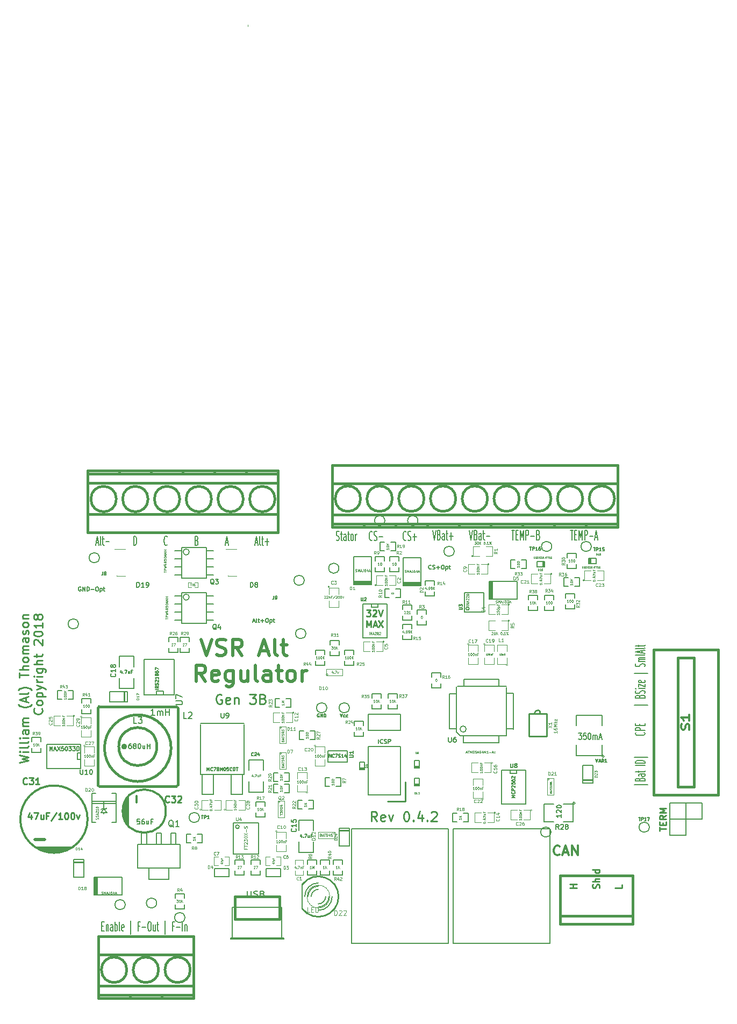
<source format=gto>
G04 (created by PCBNEW (2013-07-07 BZR 4022)-stable) date 4/21/2018 10:45:42 AM*
%MOIN*%
G04 Gerber Fmt 3.4, Leading zero omitted, Abs format*
%FSLAX34Y34*%
G01*
G70*
G90*
G04 APERTURE LIST*
%ADD10C,0.00590551*%
%ADD11C,0.01*%
%ADD12C,0.0075*%
%ADD13C,0.00393701*%
%ADD14C,0.02*%
%ADD15C,0.015*%
%ADD16C,0.005*%
%ADD17C,0.00984252*%
%ADD18C,0.0031*%
%ADD19C,0.0039*%
%ADD20C,0.008*%
%ADD21C,0.0047*%
%ADD22C,0.006*%
%ADD23C,0.012*%
%ADD24C,0.011811*%
%ADD25C,0.019685*%
%ADD26C,0.00472441*%
%ADD27C,0.003*%
%ADD28C,0.0028*%
%ADD29C,0.0079*%
%ADD30C,0.0045*%
%ADD31C,0.00375*%
%ADD32C,0.0025*%
%ADD33C,0.0043*%
%ADD34C,0.00625*%
%ADD35C,0.0035*%
%ADD36C,0.0059*%
%ADD37C,0.0078*%
G04 APERTURE END LIST*
G54D10*
G54D11*
X42494Y-31381D02*
X42437Y-31352D01*
X42351Y-31352D01*
X42265Y-31381D01*
X42208Y-31438D01*
X42180Y-31495D01*
X42151Y-31610D01*
X42151Y-31695D01*
X42180Y-31810D01*
X42208Y-31867D01*
X42265Y-31924D01*
X42351Y-31952D01*
X42408Y-31952D01*
X42494Y-31924D01*
X42522Y-31895D01*
X42522Y-31695D01*
X42408Y-31695D01*
X43008Y-31924D02*
X42951Y-31952D01*
X42837Y-31952D01*
X42780Y-31924D01*
X42751Y-31867D01*
X42751Y-31638D01*
X42780Y-31581D01*
X42837Y-31552D01*
X42951Y-31552D01*
X43008Y-31581D01*
X43037Y-31638D01*
X43037Y-31695D01*
X42751Y-31752D01*
X43294Y-31552D02*
X43294Y-31952D01*
X43294Y-31610D02*
X43322Y-31581D01*
X43380Y-31552D01*
X43465Y-31552D01*
X43522Y-31581D01*
X43551Y-31638D01*
X43551Y-31952D01*
X44237Y-31352D02*
X44608Y-31352D01*
X44408Y-31581D01*
X44494Y-31581D01*
X44551Y-31610D01*
X44580Y-31638D01*
X44608Y-31695D01*
X44608Y-31838D01*
X44580Y-31895D01*
X44551Y-31924D01*
X44494Y-31952D01*
X44322Y-31952D01*
X44265Y-31924D01*
X44237Y-31895D01*
X45065Y-31638D02*
X45151Y-31667D01*
X45180Y-31695D01*
X45208Y-31752D01*
X45208Y-31838D01*
X45180Y-31895D01*
X45151Y-31924D01*
X45094Y-31952D01*
X44865Y-31952D01*
X44865Y-31352D01*
X45065Y-31352D01*
X45122Y-31381D01*
X45151Y-31410D01*
X45180Y-31467D01*
X45180Y-31524D01*
X45151Y-31581D01*
X45122Y-31610D01*
X45065Y-31638D01*
X44865Y-31638D01*
G54D12*
X60478Y-21198D02*
X60650Y-21198D01*
X60564Y-21789D02*
X60564Y-21198D01*
X60750Y-21479D02*
X60850Y-21479D01*
X60892Y-21789D02*
X60750Y-21789D01*
X60750Y-21198D01*
X60892Y-21198D01*
X61021Y-21789D02*
X61021Y-21198D01*
X61121Y-21620D01*
X61221Y-21198D01*
X61221Y-21789D01*
X61364Y-21789D02*
X61364Y-21198D01*
X61478Y-21198D01*
X61507Y-21226D01*
X61521Y-21254D01*
X61535Y-21310D01*
X61535Y-21395D01*
X61521Y-21451D01*
X61507Y-21479D01*
X61478Y-21507D01*
X61364Y-21507D01*
X61664Y-21564D02*
X61892Y-21564D01*
X62135Y-21479D02*
X62178Y-21507D01*
X62192Y-21535D01*
X62207Y-21592D01*
X62207Y-21676D01*
X62192Y-21732D01*
X62178Y-21760D01*
X62150Y-21789D01*
X62035Y-21789D01*
X62035Y-21198D01*
X62135Y-21198D01*
X62164Y-21226D01*
X62178Y-21254D01*
X62192Y-21310D01*
X62192Y-21367D01*
X62178Y-21423D01*
X62164Y-21451D01*
X62135Y-21479D01*
X62035Y-21479D01*
X64121Y-21198D02*
X64292Y-21198D01*
X64207Y-21789D02*
X64207Y-21198D01*
X64392Y-21479D02*
X64492Y-21479D01*
X64535Y-21789D02*
X64392Y-21789D01*
X64392Y-21198D01*
X64535Y-21198D01*
X64664Y-21789D02*
X64664Y-21198D01*
X64764Y-21620D01*
X64864Y-21198D01*
X64864Y-21789D01*
X65007Y-21789D02*
X65007Y-21198D01*
X65121Y-21198D01*
X65149Y-21226D01*
X65164Y-21254D01*
X65178Y-21310D01*
X65178Y-21395D01*
X65164Y-21451D01*
X65149Y-21479D01*
X65121Y-21507D01*
X65007Y-21507D01*
X65307Y-21564D02*
X65535Y-21564D01*
X65664Y-21620D02*
X65807Y-21620D01*
X65635Y-21789D02*
X65735Y-21198D01*
X65835Y-21789D01*
X55578Y-21198D02*
X55678Y-21789D01*
X55778Y-21198D01*
X55978Y-21479D02*
X56021Y-21507D01*
X56035Y-21535D01*
X56050Y-21592D01*
X56050Y-21676D01*
X56035Y-21732D01*
X56021Y-21760D01*
X55992Y-21789D01*
X55878Y-21789D01*
X55878Y-21198D01*
X55978Y-21198D01*
X56007Y-21226D01*
X56021Y-21254D01*
X56035Y-21310D01*
X56035Y-21367D01*
X56021Y-21423D01*
X56007Y-21451D01*
X55978Y-21479D01*
X55878Y-21479D01*
X56307Y-21789D02*
X56307Y-21479D01*
X56292Y-21423D01*
X56264Y-21395D01*
X56207Y-21395D01*
X56178Y-21423D01*
X56307Y-21760D02*
X56278Y-21789D01*
X56207Y-21789D01*
X56178Y-21760D01*
X56164Y-21704D01*
X56164Y-21648D01*
X56178Y-21592D01*
X56207Y-21564D01*
X56278Y-21564D01*
X56307Y-21535D01*
X56407Y-21395D02*
X56521Y-21395D01*
X56450Y-21198D02*
X56450Y-21704D01*
X56464Y-21760D01*
X56492Y-21789D01*
X56521Y-21789D01*
X56621Y-21564D02*
X56850Y-21564D01*
X56735Y-21789D02*
X56735Y-21339D01*
X57864Y-21198D02*
X57964Y-21789D01*
X58064Y-21198D01*
X58264Y-21479D02*
X58307Y-21507D01*
X58321Y-21535D01*
X58335Y-21592D01*
X58335Y-21676D01*
X58321Y-21732D01*
X58307Y-21760D01*
X58278Y-21789D01*
X58164Y-21789D01*
X58164Y-21198D01*
X58264Y-21198D01*
X58292Y-21226D01*
X58307Y-21254D01*
X58321Y-21310D01*
X58321Y-21367D01*
X58307Y-21423D01*
X58292Y-21451D01*
X58264Y-21479D01*
X58164Y-21479D01*
X58592Y-21789D02*
X58592Y-21479D01*
X58578Y-21423D01*
X58550Y-21395D01*
X58492Y-21395D01*
X58464Y-21423D01*
X58592Y-21760D02*
X58564Y-21789D01*
X58492Y-21789D01*
X58464Y-21760D01*
X58450Y-21704D01*
X58450Y-21648D01*
X58464Y-21592D01*
X58492Y-21564D01*
X58564Y-21564D01*
X58592Y-21535D01*
X58692Y-21395D02*
X58807Y-21395D01*
X58735Y-21198D02*
X58735Y-21704D01*
X58750Y-21760D01*
X58778Y-21789D01*
X58807Y-21789D01*
X58907Y-21564D02*
X59135Y-21564D01*
G54D11*
X51473Y-26139D02*
X51720Y-26139D01*
X51587Y-26292D01*
X51644Y-26292D01*
X51682Y-26311D01*
X51701Y-26330D01*
X51720Y-26368D01*
X51720Y-26463D01*
X51701Y-26501D01*
X51682Y-26520D01*
X51644Y-26539D01*
X51530Y-26539D01*
X51492Y-26520D01*
X51473Y-26501D01*
X51873Y-26177D02*
X51892Y-26158D01*
X51930Y-26139D01*
X52025Y-26139D01*
X52063Y-26158D01*
X52082Y-26177D01*
X52101Y-26216D01*
X52101Y-26254D01*
X52082Y-26311D01*
X51854Y-26539D01*
X52101Y-26539D01*
X52216Y-26139D02*
X52349Y-26539D01*
X52482Y-26139D01*
X51473Y-27199D02*
X51473Y-26799D01*
X51606Y-27085D01*
X51739Y-26799D01*
X51739Y-27199D01*
X51911Y-27085D02*
X52101Y-27085D01*
X51873Y-27199D02*
X52006Y-26799D01*
X52139Y-27199D01*
X52235Y-26799D02*
X52501Y-27199D01*
X52501Y-26799D02*
X52235Y-27199D01*
G54D12*
X34707Y-21970D02*
X34850Y-21970D01*
X34678Y-22139D02*
X34778Y-21548D01*
X34878Y-22139D01*
X35021Y-22139D02*
X34992Y-22110D01*
X34978Y-22054D01*
X34978Y-21548D01*
X35092Y-21745D02*
X35207Y-21745D01*
X35135Y-21548D02*
X35135Y-22054D01*
X35150Y-22110D01*
X35178Y-22139D01*
X35207Y-22139D01*
X35307Y-21914D02*
X35535Y-21914D01*
X37049Y-22139D02*
X37049Y-21548D01*
X37121Y-21548D01*
X37164Y-21576D01*
X37192Y-21632D01*
X37207Y-21689D01*
X37221Y-21801D01*
X37221Y-21885D01*
X37207Y-21998D01*
X37192Y-22054D01*
X37164Y-22110D01*
X37121Y-22139D01*
X37049Y-22139D01*
X39121Y-22082D02*
X39107Y-22110D01*
X39064Y-22139D01*
X39035Y-22139D01*
X38992Y-22110D01*
X38964Y-22054D01*
X38949Y-21998D01*
X38935Y-21885D01*
X38935Y-21801D01*
X38949Y-21689D01*
X38964Y-21632D01*
X38992Y-21576D01*
X39035Y-21548D01*
X39064Y-21548D01*
X39107Y-21576D01*
X39121Y-21604D01*
X40949Y-21829D02*
X40992Y-21857D01*
X41007Y-21885D01*
X41021Y-21942D01*
X41021Y-22026D01*
X41007Y-22082D01*
X40992Y-22110D01*
X40964Y-22139D01*
X40849Y-22139D01*
X40849Y-21548D01*
X40949Y-21548D01*
X40978Y-21576D01*
X40992Y-21604D01*
X41007Y-21660D01*
X41007Y-21717D01*
X40992Y-21773D01*
X40978Y-21801D01*
X40949Y-21829D01*
X40849Y-21829D01*
X42735Y-21970D02*
X42878Y-21970D01*
X42707Y-22139D02*
X42807Y-21548D01*
X42907Y-22139D01*
X44592Y-21970D02*
X44735Y-21970D01*
X44564Y-22139D02*
X44664Y-21548D01*
X44764Y-22139D01*
X44907Y-22139D02*
X44878Y-22110D01*
X44864Y-22054D01*
X44864Y-21548D01*
X44978Y-21745D02*
X45092Y-21745D01*
X45021Y-21548D02*
X45021Y-22054D01*
X45035Y-22110D01*
X45064Y-22139D01*
X45092Y-22139D01*
X45192Y-21914D02*
X45421Y-21914D01*
X45307Y-22139D02*
X45307Y-21689D01*
X35071Y-45729D02*
X35171Y-45729D01*
X35214Y-46039D02*
X35071Y-46039D01*
X35071Y-45448D01*
X35214Y-45448D01*
X35342Y-45645D02*
X35342Y-46039D01*
X35342Y-45701D02*
X35357Y-45673D01*
X35385Y-45645D01*
X35428Y-45645D01*
X35457Y-45673D01*
X35471Y-45729D01*
X35471Y-46039D01*
X35742Y-46039D02*
X35742Y-45729D01*
X35728Y-45673D01*
X35700Y-45645D01*
X35642Y-45645D01*
X35614Y-45673D01*
X35742Y-46010D02*
X35714Y-46039D01*
X35642Y-46039D01*
X35614Y-46010D01*
X35600Y-45954D01*
X35600Y-45898D01*
X35614Y-45842D01*
X35642Y-45814D01*
X35714Y-45814D01*
X35742Y-45785D01*
X35885Y-46039D02*
X35885Y-45448D01*
X35885Y-45673D02*
X35914Y-45645D01*
X35971Y-45645D01*
X36000Y-45673D01*
X36014Y-45701D01*
X36028Y-45757D01*
X36028Y-45926D01*
X36014Y-45982D01*
X36000Y-46010D01*
X35971Y-46039D01*
X35914Y-46039D01*
X35885Y-46010D01*
X36200Y-46039D02*
X36171Y-46010D01*
X36157Y-45954D01*
X36157Y-45448D01*
X36428Y-46010D02*
X36400Y-46039D01*
X36342Y-46039D01*
X36314Y-46010D01*
X36300Y-45954D01*
X36300Y-45729D01*
X36314Y-45673D01*
X36342Y-45645D01*
X36400Y-45645D01*
X36428Y-45673D01*
X36442Y-45729D01*
X36442Y-45785D01*
X36300Y-45842D01*
X36871Y-46235D02*
X36871Y-45392D01*
X37414Y-45729D02*
X37314Y-45729D01*
X37314Y-46039D02*
X37314Y-45448D01*
X37457Y-45448D01*
X37571Y-45814D02*
X37800Y-45814D01*
X38000Y-45448D02*
X38057Y-45448D01*
X38085Y-45476D01*
X38114Y-45532D01*
X38128Y-45645D01*
X38128Y-45842D01*
X38114Y-45954D01*
X38085Y-46010D01*
X38057Y-46039D01*
X38000Y-46039D01*
X37971Y-46010D01*
X37942Y-45954D01*
X37928Y-45842D01*
X37928Y-45645D01*
X37942Y-45532D01*
X37971Y-45476D01*
X38000Y-45448D01*
X38385Y-45645D02*
X38385Y-46039D01*
X38257Y-45645D02*
X38257Y-45954D01*
X38271Y-46010D01*
X38300Y-46039D01*
X38342Y-46039D01*
X38371Y-46010D01*
X38385Y-45982D01*
X38485Y-45645D02*
X38600Y-45645D01*
X38528Y-45448D02*
X38528Y-45954D01*
X38542Y-46010D01*
X38571Y-46039D01*
X38600Y-46039D01*
X39000Y-46235D02*
X39000Y-45392D01*
X39542Y-45729D02*
X39442Y-45729D01*
X39442Y-46039D02*
X39442Y-45448D01*
X39585Y-45448D01*
X39700Y-45814D02*
X39928Y-45814D01*
X40071Y-46039D02*
X40071Y-45448D01*
X40214Y-45645D02*
X40214Y-46039D01*
X40214Y-45701D02*
X40228Y-45673D01*
X40257Y-45645D01*
X40300Y-45645D01*
X40328Y-45673D01*
X40342Y-45729D01*
X40342Y-46039D01*
X49607Y-21810D02*
X49650Y-21839D01*
X49721Y-21839D01*
X49750Y-21810D01*
X49764Y-21782D01*
X49778Y-21726D01*
X49778Y-21670D01*
X49764Y-21614D01*
X49750Y-21585D01*
X49721Y-21557D01*
X49664Y-21529D01*
X49635Y-21501D01*
X49621Y-21473D01*
X49607Y-21417D01*
X49607Y-21360D01*
X49621Y-21304D01*
X49635Y-21276D01*
X49664Y-21248D01*
X49735Y-21248D01*
X49778Y-21276D01*
X49864Y-21445D02*
X49978Y-21445D01*
X49907Y-21248D02*
X49907Y-21754D01*
X49921Y-21810D01*
X49950Y-21839D01*
X49978Y-21839D01*
X50207Y-21839D02*
X50207Y-21529D01*
X50192Y-21473D01*
X50164Y-21445D01*
X50107Y-21445D01*
X50078Y-21473D01*
X50207Y-21810D02*
X50178Y-21839D01*
X50107Y-21839D01*
X50078Y-21810D01*
X50064Y-21754D01*
X50064Y-21698D01*
X50078Y-21642D01*
X50107Y-21614D01*
X50178Y-21614D01*
X50207Y-21585D01*
X50307Y-21445D02*
X50421Y-21445D01*
X50350Y-21248D02*
X50350Y-21754D01*
X50364Y-21810D01*
X50392Y-21839D01*
X50421Y-21839D01*
X50564Y-21839D02*
X50535Y-21810D01*
X50521Y-21782D01*
X50507Y-21726D01*
X50507Y-21557D01*
X50521Y-21501D01*
X50535Y-21473D01*
X50564Y-21445D01*
X50607Y-21445D01*
X50635Y-21473D01*
X50650Y-21501D01*
X50664Y-21557D01*
X50664Y-21726D01*
X50650Y-21782D01*
X50635Y-21810D01*
X50607Y-21839D01*
X50564Y-21839D01*
X50792Y-21839D02*
X50792Y-21445D01*
X50792Y-21557D02*
X50807Y-21501D01*
X50821Y-21473D01*
X50850Y-21445D01*
X50878Y-21445D01*
X51835Y-21782D02*
X51821Y-21810D01*
X51778Y-21839D01*
X51750Y-21839D01*
X51707Y-21810D01*
X51678Y-21754D01*
X51664Y-21698D01*
X51650Y-21585D01*
X51650Y-21501D01*
X51664Y-21389D01*
X51678Y-21332D01*
X51707Y-21276D01*
X51750Y-21248D01*
X51778Y-21248D01*
X51821Y-21276D01*
X51835Y-21304D01*
X51950Y-21810D02*
X51992Y-21839D01*
X52064Y-21839D01*
X52092Y-21810D01*
X52107Y-21782D01*
X52121Y-21726D01*
X52121Y-21670D01*
X52107Y-21614D01*
X52092Y-21585D01*
X52064Y-21557D01*
X52007Y-21529D01*
X51978Y-21501D01*
X51964Y-21473D01*
X51950Y-21417D01*
X51950Y-21360D01*
X51964Y-21304D01*
X51978Y-21276D01*
X52007Y-21248D01*
X52078Y-21248D01*
X52121Y-21276D01*
X52250Y-21614D02*
X52478Y-21614D01*
X53935Y-21782D02*
X53921Y-21810D01*
X53878Y-21839D01*
X53849Y-21839D01*
X53807Y-21810D01*
X53778Y-21754D01*
X53764Y-21698D01*
X53749Y-21585D01*
X53749Y-21501D01*
X53764Y-21389D01*
X53778Y-21332D01*
X53807Y-21276D01*
X53849Y-21248D01*
X53878Y-21248D01*
X53921Y-21276D01*
X53935Y-21304D01*
X54049Y-21810D02*
X54092Y-21839D01*
X54164Y-21839D01*
X54192Y-21810D01*
X54207Y-21782D01*
X54221Y-21726D01*
X54221Y-21670D01*
X54207Y-21614D01*
X54192Y-21585D01*
X54164Y-21557D01*
X54107Y-21529D01*
X54078Y-21501D01*
X54064Y-21473D01*
X54049Y-21417D01*
X54049Y-21360D01*
X54064Y-21304D01*
X54078Y-21276D01*
X54107Y-21248D01*
X54178Y-21248D01*
X54221Y-21276D01*
X54349Y-21614D02*
X54578Y-21614D01*
X54464Y-21839D02*
X54464Y-21389D01*
G54D11*
X52128Y-39232D02*
X51928Y-38947D01*
X51785Y-39232D02*
X51785Y-38632D01*
X52014Y-38632D01*
X52071Y-38661D01*
X52100Y-38690D01*
X52128Y-38747D01*
X52128Y-38832D01*
X52100Y-38890D01*
X52071Y-38918D01*
X52014Y-38947D01*
X51785Y-38947D01*
X52614Y-39204D02*
X52557Y-39232D01*
X52442Y-39232D01*
X52385Y-39204D01*
X52357Y-39147D01*
X52357Y-38918D01*
X52385Y-38861D01*
X52442Y-38832D01*
X52557Y-38832D01*
X52614Y-38861D01*
X52642Y-38918D01*
X52642Y-38975D01*
X52357Y-39032D01*
X52842Y-38832D02*
X52985Y-39232D01*
X53128Y-38832D01*
X53928Y-38632D02*
X53985Y-38632D01*
X54042Y-38661D01*
X54071Y-38690D01*
X54100Y-38747D01*
X54128Y-38861D01*
X54128Y-39004D01*
X54100Y-39118D01*
X54071Y-39175D01*
X54042Y-39204D01*
X53985Y-39232D01*
X53928Y-39232D01*
X53871Y-39204D01*
X53842Y-39175D01*
X53814Y-39118D01*
X53785Y-39004D01*
X53785Y-38861D01*
X53814Y-38747D01*
X53842Y-38690D01*
X53871Y-38661D01*
X53928Y-38632D01*
X54385Y-39175D02*
X54414Y-39204D01*
X54385Y-39232D01*
X54357Y-39204D01*
X54385Y-39175D01*
X54385Y-39232D01*
X54928Y-38832D02*
X54928Y-39232D01*
X54785Y-38604D02*
X54642Y-39032D01*
X55014Y-39032D01*
X55242Y-39175D02*
X55271Y-39204D01*
X55242Y-39232D01*
X55214Y-39204D01*
X55242Y-39175D01*
X55242Y-39232D01*
X55500Y-38690D02*
X55528Y-38661D01*
X55585Y-38632D01*
X55728Y-38632D01*
X55785Y-38661D01*
X55814Y-38690D01*
X55842Y-38747D01*
X55842Y-38804D01*
X55814Y-38890D01*
X55471Y-39232D01*
X55842Y-39232D01*
G54D12*
X68935Y-36957D02*
X68092Y-36957D01*
X68429Y-36642D02*
X68457Y-36600D01*
X68485Y-36585D01*
X68542Y-36571D01*
X68626Y-36571D01*
X68682Y-36585D01*
X68710Y-36600D01*
X68739Y-36628D01*
X68739Y-36742D01*
X68148Y-36742D01*
X68148Y-36642D01*
X68176Y-36614D01*
X68204Y-36600D01*
X68260Y-36585D01*
X68317Y-36585D01*
X68373Y-36600D01*
X68401Y-36614D01*
X68429Y-36642D01*
X68429Y-36742D01*
X68739Y-36314D02*
X68429Y-36314D01*
X68373Y-36328D01*
X68345Y-36357D01*
X68345Y-36414D01*
X68373Y-36442D01*
X68710Y-36314D02*
X68739Y-36342D01*
X68739Y-36414D01*
X68710Y-36442D01*
X68654Y-36457D01*
X68598Y-36457D01*
X68542Y-36442D01*
X68514Y-36414D01*
X68514Y-36342D01*
X68485Y-36314D01*
X68345Y-36214D02*
X68345Y-36100D01*
X68148Y-36171D02*
X68654Y-36171D01*
X68710Y-36157D01*
X68739Y-36128D01*
X68739Y-36100D01*
X68739Y-35771D02*
X68148Y-35771D01*
X68739Y-35628D02*
X68148Y-35628D01*
X68148Y-35557D01*
X68176Y-35514D01*
X68232Y-35485D01*
X68289Y-35471D01*
X68401Y-35457D01*
X68485Y-35457D01*
X68598Y-35471D01*
X68654Y-35485D01*
X68710Y-35514D01*
X68739Y-35557D01*
X68739Y-35628D01*
X68935Y-35257D02*
X68092Y-35257D01*
X68682Y-33728D02*
X68710Y-33742D01*
X68739Y-33785D01*
X68739Y-33814D01*
X68710Y-33857D01*
X68654Y-33885D01*
X68598Y-33900D01*
X68485Y-33914D01*
X68401Y-33914D01*
X68289Y-33900D01*
X68232Y-33885D01*
X68176Y-33857D01*
X68148Y-33814D01*
X68148Y-33785D01*
X68176Y-33742D01*
X68204Y-33728D01*
X68739Y-33600D02*
X68148Y-33600D01*
X68148Y-33485D01*
X68176Y-33457D01*
X68204Y-33442D01*
X68260Y-33428D01*
X68345Y-33428D01*
X68401Y-33442D01*
X68429Y-33457D01*
X68457Y-33485D01*
X68457Y-33600D01*
X68429Y-33300D02*
X68429Y-33200D01*
X68739Y-33157D02*
X68739Y-33300D01*
X68148Y-33300D01*
X68148Y-33157D01*
X68935Y-32042D02*
X68092Y-32042D01*
X68429Y-31500D02*
X68457Y-31457D01*
X68485Y-31442D01*
X68542Y-31428D01*
X68626Y-31428D01*
X68682Y-31442D01*
X68710Y-31457D01*
X68739Y-31485D01*
X68739Y-31600D01*
X68148Y-31600D01*
X68148Y-31500D01*
X68176Y-31471D01*
X68204Y-31457D01*
X68260Y-31442D01*
X68317Y-31442D01*
X68373Y-31457D01*
X68401Y-31471D01*
X68429Y-31500D01*
X68429Y-31600D01*
X68710Y-31314D02*
X68739Y-31271D01*
X68739Y-31200D01*
X68710Y-31171D01*
X68682Y-31157D01*
X68626Y-31142D01*
X68570Y-31142D01*
X68514Y-31157D01*
X68485Y-31171D01*
X68457Y-31200D01*
X68429Y-31257D01*
X68401Y-31285D01*
X68373Y-31300D01*
X68317Y-31314D01*
X68260Y-31314D01*
X68204Y-31300D01*
X68176Y-31285D01*
X68148Y-31257D01*
X68148Y-31185D01*
X68176Y-31142D01*
X68739Y-31014D02*
X68345Y-31014D01*
X68148Y-31014D02*
X68176Y-31028D01*
X68204Y-31014D01*
X68176Y-31000D01*
X68148Y-31014D01*
X68204Y-31014D01*
X68345Y-30900D02*
X68345Y-30742D01*
X68739Y-30900D01*
X68739Y-30742D01*
X68710Y-30514D02*
X68739Y-30542D01*
X68739Y-30600D01*
X68710Y-30628D01*
X68654Y-30642D01*
X68429Y-30642D01*
X68373Y-30628D01*
X68345Y-30600D01*
X68345Y-30542D01*
X68373Y-30514D01*
X68429Y-30500D01*
X68485Y-30500D01*
X68542Y-30642D01*
X68935Y-30071D02*
X68092Y-30071D01*
X68710Y-29642D02*
X68739Y-29600D01*
X68739Y-29528D01*
X68710Y-29500D01*
X68682Y-29485D01*
X68626Y-29471D01*
X68570Y-29471D01*
X68514Y-29485D01*
X68485Y-29500D01*
X68457Y-29528D01*
X68429Y-29585D01*
X68401Y-29614D01*
X68373Y-29628D01*
X68317Y-29642D01*
X68260Y-29642D01*
X68204Y-29628D01*
X68176Y-29614D01*
X68148Y-29585D01*
X68148Y-29514D01*
X68176Y-29471D01*
X68739Y-29342D02*
X68345Y-29342D01*
X68401Y-29342D02*
X68373Y-29328D01*
X68345Y-29300D01*
X68345Y-29257D01*
X68373Y-29228D01*
X68429Y-29214D01*
X68739Y-29214D01*
X68429Y-29214D02*
X68373Y-29200D01*
X68345Y-29171D01*
X68345Y-29128D01*
X68373Y-29100D01*
X68429Y-29085D01*
X68739Y-29085D01*
X68739Y-28900D02*
X68710Y-28928D01*
X68654Y-28942D01*
X68148Y-28942D01*
X68570Y-28800D02*
X68570Y-28657D01*
X68739Y-28828D02*
X68148Y-28728D01*
X68739Y-28628D01*
X68739Y-28485D02*
X68710Y-28514D01*
X68654Y-28528D01*
X68148Y-28528D01*
X68345Y-28414D02*
X68345Y-28300D01*
X68148Y-28371D02*
X68654Y-28371D01*
X68710Y-28357D01*
X68739Y-28328D01*
X68739Y-28300D01*
G54D11*
X53900Y-38000D02*
X52800Y-38000D01*
X53900Y-36800D02*
X53900Y-38000D01*
G54D13*
X44120Y10040D02*
X44120Y10140D01*
G54D11*
X29972Y-35597D02*
X30522Y-35466D01*
X30129Y-35361D01*
X30522Y-35257D01*
X29972Y-35126D01*
X30522Y-34916D02*
X30155Y-34916D01*
X29972Y-34916D02*
X29998Y-34942D01*
X30025Y-34916D01*
X29998Y-34890D01*
X29972Y-34916D01*
X30025Y-34916D01*
X30522Y-34576D02*
X30496Y-34628D01*
X30444Y-34654D01*
X29972Y-34654D01*
X30522Y-34288D02*
X30496Y-34340D01*
X30444Y-34366D01*
X29972Y-34366D01*
X30522Y-34078D02*
X30155Y-34078D01*
X29972Y-34078D02*
X29998Y-34104D01*
X30025Y-34078D01*
X29998Y-34052D01*
X29972Y-34078D01*
X30025Y-34078D01*
X30522Y-33580D02*
X30234Y-33580D01*
X30182Y-33607D01*
X30155Y-33659D01*
X30155Y-33764D01*
X30182Y-33816D01*
X30496Y-33580D02*
X30522Y-33633D01*
X30522Y-33764D01*
X30496Y-33816D01*
X30444Y-33842D01*
X30391Y-33842D01*
X30339Y-33816D01*
X30313Y-33764D01*
X30313Y-33633D01*
X30286Y-33580D01*
X30522Y-33319D02*
X30155Y-33319D01*
X30208Y-33319D02*
X30182Y-33292D01*
X30155Y-33240D01*
X30155Y-33161D01*
X30182Y-33109D01*
X30234Y-33083D01*
X30522Y-33083D01*
X30234Y-33083D02*
X30182Y-33057D01*
X30155Y-33004D01*
X30155Y-32926D01*
X30182Y-32873D01*
X30234Y-32847D01*
X30522Y-32847D01*
X30732Y-32009D02*
X30705Y-32035D01*
X30627Y-32088D01*
X30575Y-32114D01*
X30496Y-32140D01*
X30365Y-32166D01*
X30260Y-32166D01*
X30129Y-32140D01*
X30051Y-32114D01*
X29998Y-32088D01*
X29920Y-32035D01*
X29894Y-32009D01*
X30365Y-31826D02*
X30365Y-31564D01*
X30522Y-31878D02*
X29972Y-31695D01*
X30522Y-31511D01*
X30522Y-31249D02*
X30496Y-31302D01*
X30444Y-31328D01*
X29972Y-31328D01*
X30732Y-31092D02*
X30705Y-31066D01*
X30627Y-31014D01*
X30575Y-30988D01*
X30496Y-30961D01*
X30365Y-30935D01*
X30260Y-30935D01*
X30129Y-30961D01*
X30051Y-30988D01*
X29998Y-31014D01*
X29920Y-31066D01*
X29894Y-31092D01*
X29972Y-30333D02*
X29972Y-30019D01*
X30522Y-30176D02*
X29972Y-30176D01*
X30522Y-29835D02*
X29972Y-29835D01*
X30522Y-29599D02*
X30234Y-29599D01*
X30182Y-29626D01*
X30155Y-29678D01*
X30155Y-29757D01*
X30182Y-29809D01*
X30208Y-29835D01*
X30522Y-29259D02*
X30496Y-29311D01*
X30470Y-29338D01*
X30417Y-29364D01*
X30260Y-29364D01*
X30208Y-29338D01*
X30182Y-29311D01*
X30155Y-29259D01*
X30155Y-29180D01*
X30182Y-29128D01*
X30208Y-29102D01*
X30260Y-29076D01*
X30417Y-29076D01*
X30470Y-29102D01*
X30496Y-29128D01*
X30522Y-29180D01*
X30522Y-29259D01*
X30522Y-28840D02*
X30155Y-28840D01*
X30208Y-28840D02*
X30182Y-28814D01*
X30155Y-28761D01*
X30155Y-28683D01*
X30182Y-28630D01*
X30234Y-28604D01*
X30522Y-28604D01*
X30234Y-28604D02*
X30182Y-28578D01*
X30155Y-28526D01*
X30155Y-28447D01*
X30182Y-28395D01*
X30234Y-28369D01*
X30522Y-28369D01*
X30522Y-27871D02*
X30234Y-27871D01*
X30182Y-27897D01*
X30155Y-27949D01*
X30155Y-28054D01*
X30182Y-28107D01*
X30496Y-27871D02*
X30522Y-27923D01*
X30522Y-28054D01*
X30496Y-28107D01*
X30444Y-28133D01*
X30391Y-28133D01*
X30339Y-28107D01*
X30313Y-28054D01*
X30313Y-27923D01*
X30286Y-27871D01*
X30496Y-27635D02*
X30522Y-27583D01*
X30522Y-27478D01*
X30496Y-27426D01*
X30444Y-27399D01*
X30417Y-27399D01*
X30365Y-27426D01*
X30339Y-27478D01*
X30339Y-27557D01*
X30313Y-27609D01*
X30260Y-27635D01*
X30234Y-27635D01*
X30182Y-27609D01*
X30155Y-27557D01*
X30155Y-27478D01*
X30182Y-27426D01*
X30522Y-27085D02*
X30496Y-27138D01*
X30470Y-27164D01*
X30417Y-27190D01*
X30260Y-27190D01*
X30208Y-27164D01*
X30182Y-27138D01*
X30155Y-27085D01*
X30155Y-27007D01*
X30182Y-26954D01*
X30208Y-26928D01*
X30260Y-26902D01*
X30417Y-26902D01*
X30470Y-26928D01*
X30496Y-26954D01*
X30522Y-27007D01*
X30522Y-27085D01*
X30155Y-26666D02*
X30522Y-26666D01*
X30208Y-26666D02*
X30182Y-26640D01*
X30155Y-26588D01*
X30155Y-26509D01*
X30182Y-26457D01*
X30234Y-26430D01*
X30522Y-26430D01*
X31340Y-32245D02*
X31366Y-32271D01*
X31392Y-32349D01*
X31392Y-32402D01*
X31366Y-32480D01*
X31314Y-32533D01*
X31261Y-32559D01*
X31156Y-32585D01*
X31078Y-32585D01*
X30973Y-32559D01*
X30921Y-32533D01*
X30868Y-32480D01*
X30842Y-32402D01*
X30842Y-32349D01*
X30868Y-32271D01*
X30895Y-32245D01*
X31392Y-31930D02*
X31366Y-31983D01*
X31340Y-32009D01*
X31287Y-32035D01*
X31130Y-32035D01*
X31078Y-32009D01*
X31052Y-31983D01*
X31025Y-31930D01*
X31025Y-31852D01*
X31052Y-31799D01*
X31078Y-31773D01*
X31130Y-31747D01*
X31287Y-31747D01*
X31340Y-31773D01*
X31366Y-31799D01*
X31392Y-31852D01*
X31392Y-31930D01*
X31025Y-31511D02*
X31575Y-31511D01*
X31052Y-31511D02*
X31025Y-31459D01*
X31025Y-31354D01*
X31052Y-31302D01*
X31078Y-31276D01*
X31130Y-31249D01*
X31287Y-31249D01*
X31340Y-31276D01*
X31366Y-31302D01*
X31392Y-31354D01*
X31392Y-31459D01*
X31366Y-31511D01*
X31025Y-31066D02*
X31392Y-30935D01*
X31025Y-30804D02*
X31392Y-30935D01*
X31523Y-30988D01*
X31549Y-31014D01*
X31575Y-31066D01*
X31392Y-30595D02*
X31025Y-30595D01*
X31130Y-30595D02*
X31078Y-30569D01*
X31052Y-30542D01*
X31025Y-30490D01*
X31025Y-30438D01*
X31392Y-30254D02*
X31025Y-30254D01*
X30842Y-30254D02*
X30868Y-30280D01*
X30895Y-30254D01*
X30868Y-30228D01*
X30842Y-30254D01*
X30895Y-30254D01*
X31025Y-29757D02*
X31471Y-29757D01*
X31523Y-29783D01*
X31549Y-29809D01*
X31575Y-29861D01*
X31575Y-29940D01*
X31549Y-29992D01*
X31366Y-29757D02*
X31392Y-29809D01*
X31392Y-29914D01*
X31366Y-29966D01*
X31340Y-29992D01*
X31287Y-30019D01*
X31130Y-30019D01*
X31078Y-29992D01*
X31052Y-29966D01*
X31025Y-29914D01*
X31025Y-29809D01*
X31052Y-29757D01*
X31392Y-29495D02*
X30842Y-29495D01*
X31392Y-29259D02*
X31104Y-29259D01*
X31052Y-29285D01*
X31025Y-29338D01*
X31025Y-29416D01*
X31052Y-29469D01*
X31078Y-29495D01*
X31025Y-29076D02*
X31025Y-28866D01*
X30842Y-28997D02*
X31314Y-28997D01*
X31366Y-28971D01*
X31392Y-28919D01*
X31392Y-28866D01*
X30895Y-28290D02*
X30868Y-28264D01*
X30842Y-28211D01*
X30842Y-28080D01*
X30868Y-28028D01*
X30895Y-28002D01*
X30947Y-27976D01*
X30999Y-27976D01*
X31078Y-28002D01*
X31392Y-28316D01*
X31392Y-27976D01*
X30842Y-27635D02*
X30842Y-27583D01*
X30868Y-27530D01*
X30895Y-27504D01*
X30947Y-27478D01*
X31052Y-27452D01*
X31183Y-27452D01*
X31287Y-27478D01*
X31340Y-27504D01*
X31366Y-27530D01*
X31392Y-27583D01*
X31392Y-27635D01*
X31366Y-27688D01*
X31340Y-27714D01*
X31287Y-27740D01*
X31183Y-27766D01*
X31052Y-27766D01*
X30947Y-27740D01*
X30895Y-27714D01*
X30868Y-27688D01*
X30842Y-27635D01*
X31392Y-26928D02*
X31392Y-27242D01*
X31392Y-27085D02*
X30842Y-27085D01*
X30921Y-27138D01*
X30973Y-27190D01*
X30999Y-27242D01*
X31078Y-26614D02*
X31052Y-26666D01*
X31025Y-26692D01*
X30973Y-26719D01*
X30947Y-26719D01*
X30895Y-26692D01*
X30868Y-26666D01*
X30842Y-26614D01*
X30842Y-26509D01*
X30868Y-26457D01*
X30895Y-26430D01*
X30947Y-26404D01*
X30973Y-26404D01*
X31025Y-26430D01*
X31052Y-26457D01*
X31078Y-26509D01*
X31078Y-26614D01*
X31104Y-26666D01*
X31130Y-26692D01*
X31183Y-26719D01*
X31287Y-26719D01*
X31340Y-26692D01*
X31366Y-26666D01*
X31392Y-26614D01*
X31392Y-26509D01*
X31366Y-26457D01*
X31340Y-26430D01*
X31287Y-26404D01*
X31183Y-26404D01*
X31130Y-26430D01*
X31104Y-26457D01*
X31078Y-26509D01*
G54D14*
X41230Y-27948D02*
X41564Y-28948D01*
X41897Y-27948D01*
X42183Y-28900D02*
X42326Y-28948D01*
X42564Y-28948D01*
X42659Y-28900D01*
X42707Y-28852D01*
X42754Y-28757D01*
X42754Y-28662D01*
X42707Y-28567D01*
X42659Y-28519D01*
X42564Y-28471D01*
X42373Y-28424D01*
X42278Y-28376D01*
X42230Y-28329D01*
X42183Y-28233D01*
X42183Y-28138D01*
X42230Y-28043D01*
X42278Y-27995D01*
X42373Y-27948D01*
X42611Y-27948D01*
X42754Y-27995D01*
X43754Y-28948D02*
X43421Y-28471D01*
X43183Y-28948D02*
X43183Y-27948D01*
X43564Y-27948D01*
X43659Y-27995D01*
X43707Y-28043D01*
X43754Y-28138D01*
X43754Y-28281D01*
X43707Y-28376D01*
X43659Y-28424D01*
X43564Y-28471D01*
X43183Y-28471D01*
X44897Y-28662D02*
X45373Y-28662D01*
X44802Y-28948D02*
X45135Y-27948D01*
X45469Y-28948D01*
X45945Y-28948D02*
X45850Y-28900D01*
X45802Y-28805D01*
X45802Y-27948D01*
X46183Y-28281D02*
X46564Y-28281D01*
X46326Y-27948D02*
X46326Y-28805D01*
X46373Y-28900D01*
X46469Y-28948D01*
X46564Y-28948D01*
X41492Y-30548D02*
X41159Y-30071D01*
X40921Y-30548D02*
X40921Y-29548D01*
X41302Y-29548D01*
X41397Y-29595D01*
X41445Y-29643D01*
X41492Y-29738D01*
X41492Y-29881D01*
X41445Y-29976D01*
X41397Y-30024D01*
X41302Y-30071D01*
X40921Y-30071D01*
X42302Y-30500D02*
X42207Y-30548D01*
X42016Y-30548D01*
X41921Y-30500D01*
X41873Y-30405D01*
X41873Y-30024D01*
X41921Y-29929D01*
X42016Y-29881D01*
X42207Y-29881D01*
X42302Y-29929D01*
X42350Y-30024D01*
X42350Y-30119D01*
X41873Y-30214D01*
X43207Y-29881D02*
X43207Y-30690D01*
X43159Y-30786D01*
X43111Y-30833D01*
X43016Y-30881D01*
X42873Y-30881D01*
X42778Y-30833D01*
X43207Y-30500D02*
X43111Y-30548D01*
X42921Y-30548D01*
X42826Y-30500D01*
X42778Y-30452D01*
X42730Y-30357D01*
X42730Y-30071D01*
X42778Y-29976D01*
X42826Y-29929D01*
X42921Y-29881D01*
X43111Y-29881D01*
X43207Y-29929D01*
X44111Y-29881D02*
X44111Y-30548D01*
X43683Y-29881D02*
X43683Y-30405D01*
X43730Y-30500D01*
X43826Y-30548D01*
X43969Y-30548D01*
X44064Y-30500D01*
X44111Y-30452D01*
X44730Y-30548D02*
X44635Y-30500D01*
X44588Y-30405D01*
X44588Y-29548D01*
X45540Y-30548D02*
X45540Y-30024D01*
X45492Y-29929D01*
X45397Y-29881D01*
X45207Y-29881D01*
X45111Y-29929D01*
X45540Y-30500D02*
X45445Y-30548D01*
X45207Y-30548D01*
X45111Y-30500D01*
X45064Y-30405D01*
X45064Y-30309D01*
X45111Y-30214D01*
X45207Y-30167D01*
X45445Y-30167D01*
X45540Y-30119D01*
X45873Y-29881D02*
X46254Y-29881D01*
X46016Y-29548D02*
X46016Y-30405D01*
X46064Y-30500D01*
X46159Y-30548D01*
X46254Y-30548D01*
X46730Y-30548D02*
X46635Y-30500D01*
X46588Y-30452D01*
X46540Y-30357D01*
X46540Y-30071D01*
X46588Y-29976D01*
X46635Y-29929D01*
X46730Y-29881D01*
X46873Y-29881D01*
X46969Y-29929D01*
X47016Y-29976D01*
X47064Y-30071D01*
X47064Y-30357D01*
X47016Y-30452D01*
X46969Y-30500D01*
X46873Y-30548D01*
X46730Y-30548D01*
X47492Y-30548D02*
X47492Y-29881D01*
X47492Y-30071D02*
X47540Y-29976D01*
X47588Y-29929D01*
X47683Y-29881D01*
X47778Y-29881D01*
G54D11*
X64524Y-43354D02*
X64094Y-43354D01*
X64298Y-43354D02*
X64298Y-43126D01*
X64524Y-43126D02*
X64094Y-43126D01*
X65907Y-43373D02*
X65928Y-43316D01*
X65928Y-43221D01*
X65907Y-43183D01*
X65887Y-43164D01*
X65846Y-43145D01*
X65805Y-43145D01*
X65764Y-43164D01*
X65743Y-43183D01*
X65723Y-43221D01*
X65702Y-43297D01*
X65682Y-43335D01*
X65661Y-43354D01*
X65620Y-43373D01*
X65579Y-43373D01*
X65539Y-43354D01*
X65518Y-43335D01*
X65498Y-43297D01*
X65498Y-43202D01*
X65518Y-43145D01*
X65928Y-42973D02*
X65498Y-42973D01*
X65928Y-42802D02*
X65702Y-42802D01*
X65661Y-42821D01*
X65641Y-42859D01*
X65641Y-42916D01*
X65661Y-42954D01*
X65682Y-42973D01*
X65928Y-42554D02*
X65907Y-42592D01*
X65866Y-42611D01*
X65498Y-42611D01*
X65928Y-42230D02*
X65498Y-42230D01*
X65907Y-42230D02*
X65928Y-42269D01*
X65928Y-42345D01*
X65907Y-42383D01*
X65887Y-42402D01*
X65846Y-42421D01*
X65723Y-42421D01*
X65682Y-42402D01*
X65661Y-42383D01*
X65641Y-42345D01*
X65641Y-42269D01*
X65661Y-42230D01*
X67332Y-43164D02*
X67332Y-43354D01*
X66902Y-43354D01*
G54D15*
X63498Y-45094D02*
X67998Y-45094D01*
X63498Y-42594D02*
X63498Y-45594D01*
X63498Y-45594D02*
X67998Y-45594D01*
X67998Y-45594D02*
X67998Y-42594D01*
X67998Y-42594D02*
X63498Y-42594D01*
G54D16*
X55675Y-24603D02*
X55675Y-24325D01*
X55675Y-24325D02*
X55125Y-24325D01*
X55125Y-24325D02*
X55125Y-24603D01*
X55675Y-25275D02*
X55675Y-24997D01*
X55675Y-25275D02*
X55125Y-25275D01*
X55125Y-25275D02*
X55125Y-24997D01*
G54D17*
X62257Y-32551D02*
G75*
G03X62139Y-32354I-157J39D01*
G74*
G01*
X62100Y-32354D02*
G75*
G03X61903Y-32551I0J-196D01*
G74*
G01*
X62651Y-32551D02*
X62651Y-33968D01*
X62651Y-33968D02*
X61548Y-33968D01*
X61548Y-33968D02*
X61548Y-32551D01*
X61548Y-32551D02*
X62651Y-32551D01*
G54D16*
X39210Y-42835D02*
X37990Y-42835D01*
X37990Y-42835D02*
X37990Y-42130D01*
X39210Y-42835D02*
X39210Y-42130D01*
X37855Y-39965D02*
X37535Y-39965D01*
X37535Y-39965D02*
X37535Y-40670D01*
X37855Y-39965D02*
X37855Y-40670D01*
X38760Y-39965D02*
X38760Y-40670D01*
X38440Y-39965D02*
X38440Y-40670D01*
X38760Y-39965D02*
X38440Y-39965D01*
X39665Y-39965D02*
X39345Y-39965D01*
X39345Y-39965D02*
X39345Y-40670D01*
X39665Y-39965D02*
X39665Y-40670D01*
X37280Y-40670D02*
X39920Y-40670D01*
X39920Y-40670D02*
X39920Y-42130D01*
X39920Y-42130D02*
X37280Y-42130D01*
X37280Y-42130D02*
X37280Y-40670D01*
G54D18*
X62824Y-36637D02*
G75*
G03X62824Y-36637I-62J0D01*
G74*
G01*
X63100Y-37600D02*
X62700Y-37600D01*
X63100Y-36575D02*
X62700Y-36575D01*
X62700Y-37600D02*
X62700Y-36575D01*
X63100Y-36575D02*
X63100Y-37600D01*
X46124Y-38037D02*
G75*
G03X46124Y-38037I-62J0D01*
G74*
G01*
X46400Y-39000D02*
X46000Y-39000D01*
X46400Y-37975D02*
X46000Y-37975D01*
X46000Y-39000D02*
X46000Y-37975D01*
X46400Y-37975D02*
X46400Y-39000D01*
G54D19*
X45950Y-39850D02*
G75*
G03X45950Y-39850I-50J0D01*
G74*
G01*
X45900Y-40300D02*
X45900Y-39900D01*
X45900Y-39900D02*
X46500Y-39900D01*
X46500Y-39900D02*
X46500Y-40300D01*
X46500Y-40700D02*
X46500Y-41100D01*
X46500Y-41100D02*
X45900Y-41100D01*
X45900Y-41100D02*
X45900Y-40700D01*
X61738Y-38533D02*
G75*
G03X61738Y-38533I-50J0D01*
G74*
G01*
X61238Y-38533D02*
X61638Y-38533D01*
X61638Y-38533D02*
X61638Y-39133D01*
X61638Y-39133D02*
X61238Y-39133D01*
X60838Y-39133D02*
X60438Y-39133D01*
X60438Y-39133D02*
X60438Y-38533D01*
X60438Y-38533D02*
X60838Y-38533D01*
X47850Y-37450D02*
G75*
G03X47850Y-37450I-50J0D01*
G74*
G01*
X47800Y-37000D02*
X47800Y-37400D01*
X47800Y-37400D02*
X47200Y-37400D01*
X47200Y-37400D02*
X47200Y-37000D01*
X47200Y-36600D02*
X47200Y-36200D01*
X47200Y-36200D02*
X47800Y-36200D01*
X47800Y-36200D02*
X47800Y-36600D01*
X58850Y-28250D02*
G75*
G03X58850Y-28250I-50J0D01*
G74*
G01*
X58800Y-28700D02*
X58800Y-28300D01*
X58800Y-28300D02*
X59400Y-28300D01*
X59400Y-28300D02*
X59400Y-28700D01*
X59400Y-29100D02*
X59400Y-29500D01*
X59400Y-29500D02*
X58800Y-29500D01*
X58800Y-29500D02*
X58800Y-29100D01*
X59300Y-35610D02*
G75*
G03X59300Y-35610I-50J0D01*
G74*
G01*
X58800Y-35610D02*
X59200Y-35610D01*
X59200Y-35610D02*
X59200Y-36210D01*
X59200Y-36210D02*
X58800Y-36210D01*
X58400Y-36210D02*
X58000Y-36210D01*
X58000Y-36210D02*
X58000Y-35610D01*
X58000Y-35610D02*
X58400Y-35610D01*
G54D20*
X53600Y-34600D02*
X53600Y-37600D01*
X51600Y-37600D02*
X51600Y-34600D01*
X51600Y-34600D02*
X53600Y-34600D01*
X53600Y-37600D02*
X51600Y-37600D01*
G54D21*
X42697Y-41956D02*
X42972Y-41956D01*
X42303Y-41956D02*
X42028Y-41956D01*
X42697Y-41444D02*
X42972Y-41444D01*
X42028Y-41444D02*
X42303Y-41444D01*
X42972Y-41450D02*
X42972Y-41950D01*
X42028Y-41950D02*
X42028Y-41450D01*
X45503Y-41444D02*
X45228Y-41444D01*
X45897Y-41444D02*
X46172Y-41444D01*
X45503Y-41956D02*
X45228Y-41956D01*
X46172Y-41956D02*
X45897Y-41956D01*
X45228Y-41950D02*
X45228Y-41450D01*
X46172Y-41450D02*
X46172Y-41950D01*
G54D16*
X59905Y-36050D02*
X59855Y-36050D01*
X59855Y-36050D02*
X59855Y-38150D01*
X61355Y-38150D02*
X61355Y-36050D01*
X61355Y-36050D02*
X59905Y-36050D01*
X60805Y-36050D02*
X60805Y-36250D01*
X60805Y-36250D02*
X60405Y-36250D01*
X60405Y-36250D02*
X60405Y-36050D01*
X61355Y-38150D02*
X59855Y-38150D01*
G54D22*
X59690Y-30420D02*
X59690Y-30870D01*
X57510Y-30420D02*
X57510Y-30860D01*
X59690Y-30420D02*
X57510Y-30420D01*
X60160Y-31300D02*
X60590Y-31300D01*
X60170Y-33510D02*
X60590Y-33510D01*
X60590Y-33520D02*
X60600Y-31300D01*
X56620Y-33500D02*
X56610Y-31330D01*
X57310Y-33930D02*
X60140Y-33930D01*
X56620Y-31320D02*
X57030Y-31320D01*
X57070Y-33680D02*
X57070Y-30900D01*
X60150Y-30880D02*
X57110Y-30880D01*
X60150Y-33930D02*
X60150Y-30930D01*
X57480Y-34380D02*
X59700Y-34380D01*
X59700Y-34380D02*
X59700Y-33930D01*
X57300Y-33926D02*
X57070Y-33696D01*
X57480Y-34378D02*
X57480Y-33926D01*
X57070Y-33500D02*
X56618Y-33500D01*
X57662Y-33518D02*
G75*
G03X57662Y-33518I-188J0D01*
G74*
G01*
G54D19*
X34050Y-34550D02*
G75*
G03X34050Y-34550I-50J0D01*
G74*
G01*
X34000Y-35000D02*
X34000Y-34600D01*
X34000Y-34600D02*
X34600Y-34600D01*
X34600Y-34600D02*
X34600Y-35000D01*
X34600Y-35400D02*
X34600Y-35800D01*
X34600Y-35800D02*
X34000Y-35800D01*
X34000Y-35800D02*
X34000Y-35400D01*
X60250Y-29550D02*
G75*
G03X60250Y-29550I-50J0D01*
G74*
G01*
X60200Y-29100D02*
X60200Y-29500D01*
X60200Y-29500D02*
X59600Y-29500D01*
X59600Y-29500D02*
X59600Y-29100D01*
X59600Y-28700D02*
X59600Y-28300D01*
X59600Y-28300D02*
X60200Y-28300D01*
X60200Y-28300D02*
X60200Y-28700D01*
X52100Y-24600D02*
G75*
G03X52100Y-24600I-50J0D01*
G74*
G01*
X52500Y-24600D02*
X52100Y-24600D01*
X52100Y-24600D02*
X52100Y-24000D01*
X52100Y-24000D02*
X52500Y-24000D01*
X52900Y-24000D02*
X53300Y-24000D01*
X53300Y-24000D02*
X53300Y-24600D01*
X53300Y-24600D02*
X52900Y-24600D01*
G54D23*
X36676Y-39426D02*
X36676Y-37773D01*
X36597Y-39308D02*
X36597Y-37891D01*
X36518Y-39151D02*
X36518Y-38048D01*
X36440Y-38914D02*
X36440Y-38245D01*
X39038Y-38600D02*
G75*
G03X39038Y-38600I-1338J0D01*
G74*
G01*
G54D24*
X37227Y-38048D02*
X37227Y-37655D01*
G54D16*
X43225Y-39325D02*
X43225Y-41275D01*
X43225Y-41275D02*
X44775Y-41275D01*
X44775Y-41275D02*
X44775Y-39325D01*
X44775Y-39325D02*
X43225Y-39325D01*
X43586Y-39575D02*
G75*
G03X43586Y-39575I-111J0D01*
G74*
G01*
X46150Y-42650D02*
X45250Y-42650D01*
X45250Y-42650D02*
X45250Y-42150D01*
X45250Y-42150D02*
X46150Y-42150D01*
X46150Y-42150D02*
X46150Y-42650D01*
X42050Y-42150D02*
X42950Y-42150D01*
X42950Y-42150D02*
X42950Y-42650D01*
X42950Y-42650D02*
X42050Y-42650D01*
X42050Y-42650D02*
X42050Y-42150D01*
G54D19*
X42740Y-38520D02*
G75*
G03X42740Y-38520I-50J0D01*
G74*
G01*
X43140Y-38520D02*
X42740Y-38520D01*
X42740Y-38520D02*
X42740Y-37920D01*
X42740Y-37920D02*
X43140Y-37920D01*
X43540Y-37920D02*
X43940Y-37920D01*
X43940Y-37920D02*
X43940Y-38520D01*
X43940Y-38520D02*
X43540Y-38520D01*
G54D15*
X35966Y-19260D02*
G75*
G03X35966Y-19260I-787J0D01*
G74*
G01*
X36162Y-17685D02*
X36162Y-17488D01*
X38131Y-17685D02*
X38131Y-17488D01*
X37934Y-19260D02*
G75*
G03X37934Y-19260I-787J0D01*
G74*
G01*
X40100Y-17685D02*
X40100Y-17488D01*
X39903Y-19260D02*
G75*
G03X39903Y-19260I-787J0D01*
G74*
G01*
X41871Y-19260D02*
G75*
G03X41871Y-19260I-787J0D01*
G74*
G01*
X42068Y-17685D02*
X42068Y-17488D01*
X44037Y-17685D02*
X44037Y-17488D01*
X43840Y-19260D02*
G75*
G03X43840Y-19260I-787J0D01*
G74*
G01*
X45808Y-19260D02*
G75*
G03X45808Y-19260I-787J0D01*
G74*
G01*
X46005Y-18276D02*
X34194Y-18276D01*
X46005Y-20205D02*
X34194Y-20205D01*
X46005Y-17685D02*
X34194Y-17685D01*
X46005Y-17488D02*
X34194Y-17488D01*
X34194Y-17488D02*
X34194Y-21347D01*
X34194Y-21347D02*
X46005Y-21347D01*
X46005Y-21347D02*
X46005Y-17488D01*
G54D19*
X60350Y-25800D02*
G75*
G03X60350Y-25800I-50J0D01*
G74*
G01*
X59850Y-25800D02*
X60250Y-25800D01*
X60250Y-25800D02*
X60250Y-26400D01*
X60250Y-26400D02*
X59850Y-26400D01*
X59450Y-26400D02*
X59050Y-26400D01*
X59050Y-26400D02*
X59050Y-25800D01*
X59050Y-25800D02*
X59450Y-25800D01*
X33400Y-32700D02*
G75*
G03X33400Y-32700I-50J0D01*
G74*
G01*
X32900Y-32700D02*
X33300Y-32700D01*
X33300Y-32700D02*
X33300Y-33300D01*
X33300Y-33300D02*
X32900Y-33300D01*
X32500Y-33300D02*
X32100Y-33300D01*
X32100Y-33300D02*
X32100Y-32700D01*
X32100Y-32700D02*
X32500Y-32700D01*
G54D23*
X33162Y-40871D02*
X31037Y-40871D01*
X31194Y-40950D02*
X33005Y-40950D01*
X31351Y-41029D02*
X32848Y-41029D01*
X32611Y-41107D02*
X31588Y-41107D01*
X34186Y-39100D02*
G75*
G03X34186Y-39100I-2086J0D01*
G74*
G01*
G54D25*
X31509Y-40379D02*
X30918Y-40379D01*
G54D26*
X36537Y-24046D02*
X36005Y-24046D01*
X36005Y-24046D02*
X36005Y-24007D01*
X35867Y-22353D02*
X36537Y-22353D01*
X43437Y-24046D02*
X42905Y-24046D01*
X42905Y-24046D02*
X42905Y-24007D01*
X42767Y-22353D02*
X43437Y-22353D01*
G54D16*
X35200Y-38700D02*
X35200Y-38780D01*
X34450Y-39300D02*
X34450Y-37500D01*
X34450Y-37500D02*
X34700Y-37500D01*
X35950Y-38140D02*
X34450Y-38140D01*
X35950Y-38010D02*
X34450Y-38010D01*
X35700Y-39300D02*
X35950Y-39300D01*
X35950Y-39300D02*
X35950Y-37500D01*
X35950Y-37500D02*
X35700Y-37500D01*
X34700Y-39300D02*
X34450Y-39300D01*
X35200Y-38450D02*
X35013Y-38700D01*
X35013Y-38700D02*
X35200Y-38700D01*
X35200Y-38700D02*
X35387Y-38700D01*
X35387Y-38700D02*
X35200Y-38450D01*
X35200Y-38450D02*
X35075Y-38450D01*
X35075Y-38450D02*
X35013Y-38512D01*
X35200Y-38450D02*
X35325Y-38450D01*
X35325Y-38450D02*
X35387Y-38388D01*
X35200Y-38450D02*
X35200Y-38013D01*
X44625Y-38697D02*
X44625Y-38975D01*
X44625Y-38975D02*
X45175Y-38975D01*
X45175Y-38975D02*
X45175Y-38697D01*
X44625Y-38025D02*
X44625Y-38303D01*
X44625Y-38025D02*
X45175Y-38025D01*
X45175Y-38025D02*
X45175Y-38303D01*
X46003Y-36225D02*
X45725Y-36225D01*
X45725Y-36225D02*
X45725Y-36775D01*
X45725Y-36775D02*
X46003Y-36775D01*
X46675Y-36225D02*
X46397Y-36225D01*
X46675Y-36225D02*
X46675Y-36775D01*
X46675Y-36775D02*
X46397Y-36775D01*
X44325Y-42297D02*
X44325Y-42575D01*
X44325Y-42575D02*
X44875Y-42575D01*
X44875Y-42575D02*
X44875Y-42297D01*
X44325Y-41625D02*
X44325Y-41903D01*
X44325Y-41625D02*
X44875Y-41625D01*
X44875Y-41625D02*
X44875Y-41903D01*
X43325Y-42297D02*
X43325Y-42575D01*
X43325Y-42575D02*
X43875Y-42575D01*
X43875Y-42575D02*
X43875Y-42297D01*
X43325Y-41625D02*
X43325Y-41903D01*
X43325Y-41625D02*
X43875Y-41625D01*
X43875Y-41625D02*
X43875Y-41903D01*
X57497Y-39275D02*
X57775Y-39275D01*
X57775Y-39275D02*
X57775Y-38725D01*
X57775Y-38725D02*
X57497Y-38725D01*
X56825Y-39275D02*
X57103Y-39275D01*
X56825Y-39275D02*
X56825Y-38725D01*
X56825Y-38725D02*
X57103Y-38725D01*
X52575Y-23103D02*
X52575Y-22825D01*
X52575Y-22825D02*
X52025Y-22825D01*
X52025Y-22825D02*
X52025Y-23103D01*
X52575Y-23775D02*
X52575Y-23497D01*
X52575Y-23775D02*
X52025Y-23775D01*
X52025Y-23775D02*
X52025Y-23497D01*
X46003Y-36925D02*
X45725Y-36925D01*
X45725Y-36925D02*
X45725Y-37475D01*
X45725Y-37475D02*
X46003Y-37475D01*
X46675Y-36925D02*
X46397Y-36925D01*
X46675Y-36925D02*
X46675Y-37475D01*
X46675Y-37475D02*
X46397Y-37475D01*
X49975Y-41903D02*
X49975Y-41625D01*
X49975Y-41625D02*
X49425Y-41625D01*
X49425Y-41625D02*
X49425Y-41903D01*
X49975Y-42575D02*
X49975Y-42297D01*
X49975Y-42575D02*
X49425Y-42575D01*
X49425Y-42575D02*
X49425Y-42297D01*
X32603Y-31125D02*
X32325Y-31125D01*
X32325Y-31125D02*
X32325Y-31675D01*
X32325Y-31675D02*
X32603Y-31675D01*
X33275Y-31125D02*
X32997Y-31125D01*
X33275Y-31125D02*
X33275Y-31675D01*
X33275Y-31675D02*
X32997Y-31675D01*
X31275Y-34303D02*
X31275Y-34025D01*
X31275Y-34025D02*
X30725Y-34025D01*
X30725Y-34025D02*
X30725Y-34303D01*
X31275Y-34975D02*
X31275Y-34697D01*
X31275Y-34975D02*
X30725Y-34975D01*
X30725Y-34975D02*
X30725Y-34697D01*
X47603Y-33625D02*
X47325Y-33625D01*
X47325Y-33625D02*
X47325Y-34175D01*
X47325Y-34175D02*
X47603Y-34175D01*
X48275Y-33625D02*
X47997Y-33625D01*
X48275Y-33625D02*
X48275Y-34175D01*
X48275Y-34175D02*
X47997Y-34175D01*
X39625Y-44397D02*
X39625Y-44675D01*
X39625Y-44675D02*
X40175Y-44675D01*
X40175Y-44675D02*
X40175Y-44397D01*
X39625Y-43725D02*
X39625Y-44003D01*
X39625Y-43725D02*
X40175Y-43725D01*
X40175Y-43725D02*
X40175Y-44003D01*
X39775Y-28103D02*
X39775Y-27825D01*
X39775Y-27825D02*
X39225Y-27825D01*
X39225Y-27825D02*
X39225Y-28103D01*
X39775Y-28775D02*
X39775Y-28497D01*
X39775Y-28775D02*
X39225Y-28775D01*
X39225Y-28775D02*
X39225Y-28497D01*
X40475Y-28103D02*
X40475Y-27825D01*
X40475Y-27825D02*
X39925Y-27825D01*
X39925Y-27825D02*
X39925Y-28103D01*
X40475Y-28775D02*
X40475Y-28497D01*
X40475Y-28775D02*
X39925Y-28775D01*
X39925Y-28775D02*
X39925Y-28497D01*
X51275Y-33303D02*
X51275Y-33025D01*
X51275Y-33025D02*
X50725Y-33025D01*
X50725Y-33025D02*
X50725Y-33303D01*
X51275Y-33975D02*
X51275Y-33697D01*
X51275Y-33975D02*
X50725Y-33975D01*
X50725Y-33975D02*
X50725Y-33697D01*
X47897Y-38475D02*
X48175Y-38475D01*
X48175Y-38475D02*
X48175Y-37925D01*
X48175Y-37925D02*
X47897Y-37925D01*
X47225Y-38475D02*
X47503Y-38475D01*
X47225Y-38475D02*
X47225Y-37925D01*
X47225Y-37925D02*
X47503Y-37925D01*
X33750Y-34500D02*
X33750Y-34450D01*
X33750Y-34450D02*
X31650Y-34450D01*
X31650Y-35950D02*
X33750Y-35950D01*
X33750Y-35950D02*
X33750Y-34500D01*
X33750Y-35400D02*
X33550Y-35400D01*
X33550Y-35400D02*
X33550Y-35000D01*
X33550Y-35000D02*
X33750Y-35000D01*
X31650Y-35950D02*
X31650Y-34450D01*
G54D19*
X59100Y-23300D02*
G75*
G03X59100Y-23300I-50J0D01*
G74*
G01*
X58600Y-23300D02*
X59000Y-23300D01*
X59000Y-23300D02*
X59000Y-23900D01*
X59000Y-23900D02*
X58600Y-23900D01*
X58200Y-23900D02*
X57800Y-23900D01*
X57800Y-23900D02*
X57800Y-23300D01*
X57800Y-23300D02*
X58200Y-23300D01*
G54D16*
X53475Y-23103D02*
X53475Y-22825D01*
X53475Y-22825D02*
X52925Y-22825D01*
X52925Y-22825D02*
X52925Y-23103D01*
X53475Y-23775D02*
X53475Y-23497D01*
X53475Y-23775D02*
X52925Y-23775D01*
X52925Y-23775D02*
X52925Y-23497D01*
X41116Y-39000D02*
G75*
G03X41116Y-39000I-316J0D01*
G74*
G01*
X51300Y-25750D02*
X51250Y-25750D01*
X51250Y-25750D02*
X51250Y-27850D01*
X52750Y-27850D02*
X52750Y-25750D01*
X52750Y-25750D02*
X51300Y-25750D01*
X52200Y-25750D02*
X52200Y-25950D01*
X52200Y-25950D02*
X51800Y-25950D01*
X51800Y-25950D02*
X51800Y-25750D01*
X52750Y-27850D02*
X51250Y-27850D01*
G54D20*
X57850Y-26050D02*
G75*
G03X57850Y-26050I-100J0D01*
G74*
G01*
X58750Y-26250D02*
X57550Y-26250D01*
X57550Y-26250D02*
X57550Y-25050D01*
X57550Y-25050D02*
X58750Y-25050D01*
X58750Y-25050D02*
X58750Y-26250D01*
G54D16*
X54275Y-26103D02*
X54275Y-25825D01*
X54275Y-25825D02*
X53725Y-25825D01*
X53725Y-25825D02*
X53725Y-26103D01*
X54275Y-26775D02*
X54275Y-26497D01*
X54275Y-26775D02*
X53725Y-26775D01*
X53725Y-26775D02*
X53725Y-26497D01*
X53725Y-27697D02*
X53725Y-27975D01*
X53725Y-27975D02*
X54275Y-27975D01*
X54275Y-27975D02*
X54275Y-27697D01*
X53725Y-27025D02*
X53725Y-27303D01*
X53725Y-27025D02*
X54275Y-27025D01*
X54275Y-27025D02*
X54275Y-27303D01*
G54D19*
X58100Y-22800D02*
G75*
G03X58100Y-22800I-50J0D01*
G74*
G01*
X58500Y-22800D02*
X58100Y-22800D01*
X58100Y-22800D02*
X58100Y-22200D01*
X58100Y-22200D02*
X58500Y-22200D01*
X58900Y-22200D02*
X59300Y-22200D01*
X59300Y-22200D02*
X59300Y-22800D01*
X59300Y-22800D02*
X58900Y-22800D01*
X60350Y-26800D02*
G75*
G03X60350Y-26800I-50J0D01*
G74*
G01*
X59850Y-26800D02*
X60250Y-26800D01*
X60250Y-26800D02*
X60250Y-27400D01*
X60250Y-27400D02*
X59850Y-27400D01*
X59450Y-27400D02*
X59050Y-27400D01*
X59050Y-27400D02*
X59050Y-26800D01*
X59050Y-26800D02*
X59450Y-26800D01*
G54D16*
X49175Y-41903D02*
X49175Y-41625D01*
X49175Y-41625D02*
X48625Y-41625D01*
X48625Y-41625D02*
X48625Y-41903D01*
X49175Y-42575D02*
X49175Y-42297D01*
X49175Y-42575D02*
X48625Y-42575D01*
X48625Y-42575D02*
X48625Y-42297D01*
G54D20*
X47480Y-43150D02*
X47480Y-44650D01*
G54D27*
X49207Y-43900D02*
G75*
G03X49207Y-43900I-707J0D01*
G74*
G01*
G54D11*
X47500Y-44650D02*
G75*
G03X47500Y-43149I999J750D01*
G74*
G01*
G54D22*
X48500Y-44350D02*
G75*
G03X48950Y-43900I0J450D01*
G74*
G01*
X48500Y-43450D02*
G75*
G03X48050Y-43900I0J-450D01*
G74*
G01*
X48500Y-44550D02*
G75*
G03X49150Y-43900I0J650D01*
G74*
G01*
X48500Y-43250D02*
G75*
G03X47850Y-43900I0J-650D01*
G74*
G01*
X48500Y-44750D02*
G75*
G03X49350Y-43900I0J850D01*
G74*
G01*
X48500Y-43050D02*
G75*
G03X47650Y-43900I0J-850D01*
G74*
G01*
G54D19*
X52600Y-28100D02*
G75*
G03X52600Y-28100I-50J0D01*
G74*
G01*
X52100Y-28100D02*
X52500Y-28100D01*
X52500Y-28100D02*
X52500Y-28700D01*
X52500Y-28700D02*
X52100Y-28700D01*
X51700Y-28700D02*
X51300Y-28700D01*
X51300Y-28700D02*
X51300Y-28100D01*
X51300Y-28100D02*
X51700Y-28100D01*
G54D22*
X70300Y-38100D02*
X71300Y-38100D01*
X71300Y-38100D02*
X71300Y-40100D01*
X71300Y-40100D02*
X70300Y-40100D01*
X70300Y-40100D02*
X70300Y-38100D01*
G54D16*
X50699Y-24527D02*
X51801Y-24527D01*
X51801Y-24487D02*
X50699Y-24487D01*
X50699Y-24448D02*
X51801Y-24448D01*
X51801Y-24409D02*
X50699Y-24409D01*
X51801Y-24369D02*
X50699Y-24369D01*
X51801Y-24566D02*
X51801Y-22834D01*
X51801Y-22834D02*
X50699Y-22834D01*
X50699Y-22834D02*
X50699Y-24566D01*
X50699Y-24566D02*
X51801Y-24566D01*
X53749Y-24577D02*
X54851Y-24577D01*
X54851Y-24537D02*
X53749Y-24537D01*
X53749Y-24498D02*
X54851Y-24498D01*
X54851Y-24459D02*
X53749Y-24459D01*
X54851Y-24419D02*
X53749Y-24419D01*
X54851Y-24616D02*
X54851Y-22884D01*
X54851Y-22884D02*
X53749Y-22884D01*
X53749Y-22884D02*
X53749Y-24616D01*
X53749Y-24616D02*
X54851Y-24616D01*
X34623Y-42699D02*
X34623Y-43801D01*
X34663Y-43801D02*
X34663Y-42699D01*
X34702Y-42699D02*
X34702Y-43801D01*
X34741Y-43801D02*
X34741Y-42699D01*
X34781Y-43801D02*
X34781Y-42699D01*
X34584Y-43801D02*
X36316Y-43801D01*
X36316Y-43801D02*
X36316Y-42699D01*
X36316Y-42699D02*
X34584Y-42699D01*
X34584Y-42699D02*
X34584Y-43801D01*
X59123Y-24349D02*
X59123Y-25451D01*
X59163Y-25451D02*
X59163Y-24349D01*
X59202Y-24349D02*
X59202Y-25451D01*
X59241Y-25451D02*
X59241Y-24349D01*
X59281Y-25451D02*
X59281Y-24349D01*
X59084Y-25451D02*
X60816Y-25451D01*
X60816Y-25451D02*
X60816Y-24349D01*
X60816Y-24349D02*
X59084Y-24349D01*
X59084Y-24349D02*
X59084Y-25451D01*
X64420Y-38100D02*
G75*
G03X64420Y-38100I-70J0D01*
G74*
G01*
X63700Y-39250D02*
X64300Y-39250D01*
X64300Y-39250D02*
X64300Y-38150D01*
X64300Y-38150D02*
X63700Y-38150D01*
X63100Y-38150D02*
X62500Y-38150D01*
X62500Y-38150D02*
X62500Y-39250D01*
X62500Y-39250D02*
X63100Y-39250D01*
G54D19*
X58750Y-37850D02*
G75*
G03X58750Y-37850I-50J0D01*
G74*
G01*
X58700Y-37400D02*
X58700Y-37800D01*
X58700Y-37800D02*
X58100Y-37800D01*
X58100Y-37800D02*
X58100Y-37400D01*
X58100Y-37000D02*
X58100Y-36600D01*
X58100Y-36600D02*
X58700Y-36600D01*
X58700Y-36600D02*
X58700Y-37000D01*
X41240Y-38520D02*
G75*
G03X41240Y-38520I-50J0D01*
G74*
G01*
X41640Y-38520D02*
X41240Y-38520D01*
X41240Y-38520D02*
X41240Y-37920D01*
X41240Y-37920D02*
X41640Y-37920D01*
X42040Y-37920D02*
X42440Y-37920D01*
X42440Y-37920D02*
X42440Y-38520D01*
X42440Y-38520D02*
X42040Y-38520D01*
G54D16*
X45090Y-35420D02*
X44190Y-35420D01*
X44190Y-35420D02*
X44190Y-36070D01*
X45090Y-36770D02*
X45090Y-37420D01*
X45090Y-37420D02*
X44190Y-37420D01*
X44190Y-37420D02*
X44190Y-36770D01*
X45090Y-36070D02*
X45090Y-35420D01*
X43090Y-36320D02*
X43090Y-37570D01*
X43090Y-37570D02*
X43790Y-37570D01*
X43790Y-37570D02*
X43790Y-36320D01*
X41290Y-36320D02*
X41290Y-37570D01*
X41290Y-37570D02*
X41990Y-37570D01*
X41990Y-37570D02*
X41990Y-36320D01*
X43890Y-33920D02*
X43890Y-36320D01*
X43890Y-36320D02*
X41190Y-36320D01*
X41190Y-36320D02*
X41190Y-33220D01*
X41190Y-33170D02*
X43890Y-33170D01*
X43890Y-33220D02*
X43890Y-33920D01*
X41570Y-25050D02*
X40010Y-25050D01*
X40010Y-25050D02*
X40010Y-26950D01*
X40010Y-26950D02*
X41570Y-26950D01*
X41570Y-26950D02*
X41570Y-25050D01*
X41570Y-25250D02*
X42000Y-25250D01*
X41570Y-25750D02*
X42000Y-25750D01*
X41570Y-26250D02*
X42000Y-26250D01*
X42000Y-26750D02*
X41570Y-26750D01*
X40010Y-26750D02*
X39580Y-26750D01*
X39580Y-26250D02*
X40010Y-26250D01*
X39580Y-25750D02*
X40010Y-25750D01*
X39580Y-25250D02*
X40010Y-25250D01*
X40486Y-25340D02*
G75*
G03X40486Y-25340I-186J0D01*
G74*
G01*
X41570Y-22250D02*
X40010Y-22250D01*
X40010Y-22250D02*
X40010Y-24150D01*
X40010Y-24150D02*
X41570Y-24150D01*
X41570Y-24150D02*
X41570Y-22250D01*
X41570Y-22450D02*
X42000Y-22450D01*
X41570Y-22950D02*
X42000Y-22950D01*
X41570Y-23450D02*
X42000Y-23450D01*
X42000Y-23950D02*
X41570Y-23950D01*
X40010Y-23950D02*
X39580Y-23950D01*
X39580Y-23450D02*
X40010Y-23450D01*
X39580Y-22950D02*
X40010Y-22950D01*
X39580Y-22450D02*
X40010Y-22450D01*
X40486Y-22540D02*
G75*
G03X40486Y-22540I-186J0D01*
G74*
G01*
X48375Y-41903D02*
X48375Y-41625D01*
X48375Y-41625D02*
X47825Y-41625D01*
X47825Y-41625D02*
X47825Y-41903D01*
X48375Y-42575D02*
X48375Y-42297D01*
X48375Y-42575D02*
X47825Y-42575D01*
X47825Y-42575D02*
X47825Y-42297D01*
X56842Y-46800D02*
X62842Y-46800D01*
X62842Y-46800D02*
X62842Y-39700D01*
X62842Y-39700D02*
X56842Y-39700D01*
X56842Y-39700D02*
X56842Y-46800D01*
X50543Y-46800D02*
X56543Y-46800D01*
X56543Y-46800D02*
X56543Y-39700D01*
X56543Y-39700D02*
X50543Y-39700D01*
X50543Y-39700D02*
X50543Y-46800D01*
X52375Y-31603D02*
X52375Y-31325D01*
X52375Y-31325D02*
X51825Y-31325D01*
X51825Y-31325D02*
X51825Y-31603D01*
X52375Y-32275D02*
X52375Y-31997D01*
X52375Y-32275D02*
X51825Y-32275D01*
X51825Y-32275D02*
X51825Y-31997D01*
X53375Y-31603D02*
X53375Y-31325D01*
X53375Y-31325D02*
X52825Y-31325D01*
X52825Y-31325D02*
X52825Y-31603D01*
X53375Y-32275D02*
X53375Y-31997D01*
X53375Y-32275D02*
X52825Y-32275D01*
X52825Y-32275D02*
X52825Y-31997D01*
G54D22*
X51600Y-33600D02*
X51600Y-32600D01*
X51600Y-32600D02*
X53600Y-32600D01*
X53600Y-32600D02*
X53600Y-33600D01*
X53600Y-33600D02*
X51600Y-33600D01*
G54D15*
X46077Y-45288D02*
X43322Y-45288D01*
X43322Y-45288D02*
X43322Y-43911D01*
X43322Y-43911D02*
X46077Y-43911D01*
X46077Y-43911D02*
X46077Y-45288D01*
G54D28*
X40620Y-24440D02*
X40420Y-24440D01*
X40420Y-24440D02*
X40420Y-24740D01*
X40420Y-24740D02*
X40620Y-24740D01*
X40820Y-24440D02*
X41020Y-24440D01*
X41020Y-24440D02*
X41020Y-24740D01*
X41020Y-24740D02*
X40820Y-24740D01*
G54D15*
X73300Y-37600D02*
X73300Y-28600D01*
X73300Y-28600D02*
X69300Y-28600D01*
X69300Y-28600D02*
X69300Y-37600D01*
X69300Y-37600D02*
X73300Y-37600D01*
X70800Y-37100D02*
X70800Y-29100D01*
X70800Y-29100D02*
X71800Y-29100D01*
X71800Y-29100D02*
X71800Y-37100D01*
X71800Y-37100D02*
X70800Y-37100D01*
G54D18*
X46224Y-35037D02*
G75*
G03X46224Y-35037I-62J0D01*
G74*
G01*
X46500Y-36000D02*
X46100Y-36000D01*
X46500Y-34975D02*
X46100Y-34975D01*
X46100Y-36000D02*
X46100Y-34975D01*
X46500Y-34975D02*
X46500Y-36000D01*
G54D16*
X48200Y-39150D02*
X47300Y-39150D01*
X47300Y-39150D02*
X47300Y-39800D01*
X48200Y-40500D02*
X48200Y-41150D01*
X48200Y-41150D02*
X47300Y-41150D01*
X47300Y-41150D02*
X47300Y-40500D01*
X48200Y-39800D02*
X48200Y-39150D01*
G54D19*
X57850Y-28250D02*
G75*
G03X57850Y-28250I-50J0D01*
G74*
G01*
X57800Y-28700D02*
X57800Y-28300D01*
X57800Y-28300D02*
X58400Y-28300D01*
X58400Y-28300D02*
X58400Y-28700D01*
X58400Y-29100D02*
X58400Y-29500D01*
X58400Y-29500D02*
X57800Y-29500D01*
X57800Y-29500D02*
X57800Y-29100D01*
G54D18*
X46224Y-33437D02*
G75*
G03X46224Y-33437I-62J0D01*
G74*
G01*
X46500Y-34400D02*
X46100Y-34400D01*
X46500Y-33375D02*
X46100Y-33375D01*
X46100Y-34400D02*
X46100Y-33375D01*
X46500Y-33375D02*
X46500Y-34400D01*
G54D19*
X47000Y-32500D02*
G75*
G03X47000Y-32500I-50J0D01*
G74*
G01*
X46500Y-32500D02*
X46900Y-32500D01*
X46900Y-32500D02*
X46900Y-33100D01*
X46900Y-33100D02*
X46500Y-33100D01*
X46100Y-33100D02*
X45700Y-33100D01*
X45700Y-33100D02*
X45700Y-32500D01*
X45700Y-32500D02*
X46100Y-32500D01*
X59500Y-38700D02*
G75*
G03X59500Y-38700I-50J0D01*
G74*
G01*
X59000Y-38700D02*
X59400Y-38700D01*
X59400Y-38700D02*
X59400Y-39300D01*
X59400Y-39300D02*
X59000Y-39300D01*
X58600Y-39300D02*
X58200Y-39300D01*
X58200Y-39300D02*
X58200Y-38700D01*
X58200Y-38700D02*
X58600Y-38700D01*
G54D16*
X65303Y-22943D02*
X65303Y-23257D01*
X65343Y-23257D02*
X65343Y-22943D01*
X65382Y-23257D02*
X65382Y-22943D01*
X65264Y-23257D02*
X65736Y-23257D01*
X65736Y-23257D02*
X65736Y-22943D01*
X65736Y-22943D02*
X65264Y-22943D01*
X65264Y-22943D02*
X65264Y-23257D01*
X62497Y-23457D02*
X62497Y-23143D01*
X62457Y-23143D02*
X62457Y-23457D01*
X62418Y-23143D02*
X62418Y-23457D01*
X62536Y-23143D02*
X62064Y-23143D01*
X62064Y-23143D02*
X62064Y-23457D01*
X62064Y-23457D02*
X62536Y-23457D01*
X62536Y-23457D02*
X62536Y-23143D01*
X54443Y-35897D02*
X54757Y-35897D01*
X54757Y-35857D02*
X54443Y-35857D01*
X54757Y-35818D02*
X54443Y-35818D01*
X54757Y-35936D02*
X54757Y-35464D01*
X54757Y-35464D02*
X54443Y-35464D01*
X54443Y-35464D02*
X54443Y-35936D01*
X54443Y-35936D02*
X54757Y-35936D01*
X51043Y-35997D02*
X51357Y-35997D01*
X51357Y-35957D02*
X51043Y-35957D01*
X51357Y-35918D02*
X51043Y-35918D01*
X51357Y-36036D02*
X51357Y-35564D01*
X51357Y-35564D02*
X51043Y-35564D01*
X51043Y-35564D02*
X51043Y-36036D01*
X51043Y-36036D02*
X51357Y-36036D01*
X54443Y-36997D02*
X54757Y-36997D01*
X54757Y-36957D02*
X54443Y-36957D01*
X54757Y-36918D02*
X54443Y-36918D01*
X54757Y-37036D02*
X54757Y-36564D01*
X54757Y-36564D02*
X54443Y-36564D01*
X54443Y-36564D02*
X54443Y-37036D01*
X54443Y-37036D02*
X54757Y-37036D01*
X33965Y-41796D02*
X33335Y-41796D01*
X33335Y-41756D02*
X33965Y-41756D01*
X33335Y-42701D02*
X33335Y-41599D01*
X33335Y-41599D02*
X33965Y-41599D01*
X33965Y-41599D02*
X33965Y-42701D01*
X33965Y-42701D02*
X33335Y-42701D01*
X36454Y-31815D02*
X36454Y-31185D01*
X36494Y-31185D02*
X36494Y-31815D01*
X35549Y-31185D02*
X36651Y-31185D01*
X36651Y-31185D02*
X36651Y-31815D01*
X36651Y-31815D02*
X35549Y-31815D01*
X35549Y-31815D02*
X35549Y-31185D01*
X37050Y-29000D02*
X36150Y-29000D01*
X36150Y-29000D02*
X36150Y-29650D01*
X37050Y-30350D02*
X37050Y-31000D01*
X37050Y-31000D02*
X36150Y-31000D01*
X36150Y-31000D02*
X36150Y-30350D01*
X37050Y-29650D02*
X37050Y-29000D01*
G54D19*
X48350Y-34550D02*
G75*
G03X48350Y-34550I-50J0D01*
G74*
G01*
X48300Y-35000D02*
X48300Y-34600D01*
X48300Y-34600D02*
X48900Y-34600D01*
X48900Y-34600D02*
X48900Y-35000D01*
X48900Y-35400D02*
X48900Y-35800D01*
X48900Y-35800D02*
X48300Y-35800D01*
X48300Y-35800D02*
X48300Y-35400D01*
X33850Y-32750D02*
G75*
G03X33850Y-32750I-50J0D01*
G74*
G01*
X33800Y-33200D02*
X33800Y-32800D01*
X33800Y-32800D02*
X34400Y-32800D01*
X34400Y-32800D02*
X34400Y-33200D01*
X34400Y-33600D02*
X34400Y-34000D01*
X34400Y-34000D02*
X33800Y-34000D01*
X33800Y-34000D02*
X33800Y-33600D01*
X63000Y-23900D02*
G75*
G03X63000Y-23900I-50J0D01*
G74*
G01*
X62500Y-23900D02*
X62900Y-23900D01*
X62900Y-23900D02*
X62900Y-24500D01*
X62900Y-24500D02*
X62500Y-24500D01*
X62100Y-24500D02*
X61700Y-24500D01*
X61700Y-24500D02*
X61700Y-23900D01*
X61700Y-23900D02*
X62100Y-23900D01*
X65000Y-24300D02*
G75*
G03X65000Y-24300I-50J0D01*
G74*
G01*
X65400Y-24300D02*
X65000Y-24300D01*
X65000Y-24300D02*
X65000Y-23700D01*
X65000Y-23700D02*
X65400Y-23700D01*
X65800Y-23700D02*
X66200Y-23700D01*
X66200Y-23700D02*
X66200Y-24300D01*
X66200Y-24300D02*
X65800Y-24300D01*
G54D16*
X61525Y-25897D02*
X61525Y-26175D01*
X61525Y-26175D02*
X62075Y-26175D01*
X62075Y-26175D02*
X62075Y-25897D01*
X61525Y-25225D02*
X61525Y-25503D01*
X61525Y-25225D02*
X62075Y-25225D01*
X62075Y-25225D02*
X62075Y-25503D01*
X52903Y-24825D02*
X52625Y-24825D01*
X52625Y-24825D02*
X52625Y-25375D01*
X52625Y-25375D02*
X52903Y-25375D01*
X53575Y-24825D02*
X53297Y-24825D01*
X53575Y-24825D02*
X53575Y-25375D01*
X53575Y-25375D02*
X53297Y-25375D01*
X33825Y-32297D02*
X33825Y-32575D01*
X33825Y-32575D02*
X34375Y-32575D01*
X34375Y-32575D02*
X34375Y-32297D01*
X33825Y-31625D02*
X33825Y-31903D01*
X33825Y-31625D02*
X34375Y-31625D01*
X34375Y-31625D02*
X34375Y-31903D01*
X40997Y-40575D02*
X41275Y-40575D01*
X41275Y-40575D02*
X41275Y-40025D01*
X41275Y-40025D02*
X40997Y-40025D01*
X40325Y-40575D02*
X40603Y-40575D01*
X40325Y-40575D02*
X40325Y-40025D01*
X40325Y-40025D02*
X40603Y-40025D01*
X55175Y-26403D02*
X55175Y-26125D01*
X55175Y-26125D02*
X54625Y-26125D01*
X54625Y-26125D02*
X54625Y-26403D01*
X55175Y-27075D02*
X55175Y-26797D01*
X55175Y-27075D02*
X54625Y-27075D01*
X54625Y-27075D02*
X54625Y-26797D01*
X56075Y-30303D02*
X56075Y-30025D01*
X56075Y-30025D02*
X55525Y-30025D01*
X55525Y-30025D02*
X55525Y-30303D01*
X56075Y-30975D02*
X56075Y-30697D01*
X56075Y-30975D02*
X55525Y-30975D01*
X55525Y-30975D02*
X55525Y-30697D01*
X64003Y-24125D02*
X63725Y-24125D01*
X63725Y-24125D02*
X63725Y-24675D01*
X63725Y-24675D02*
X64003Y-24675D01*
X64675Y-24125D02*
X64397Y-24125D01*
X64675Y-24125D02*
X64675Y-24675D01*
X64675Y-24675D02*
X64397Y-24675D01*
X49225Y-28697D02*
X49225Y-28975D01*
X49225Y-28975D02*
X49775Y-28975D01*
X49775Y-28975D02*
X49775Y-28697D01*
X49225Y-28025D02*
X49225Y-28303D01*
X49225Y-28025D02*
X49775Y-28025D01*
X49775Y-28025D02*
X49775Y-28303D01*
X49597Y-37075D02*
X49875Y-37075D01*
X49875Y-37075D02*
X49875Y-36525D01*
X49875Y-36525D02*
X49597Y-36525D01*
X48925Y-37075D02*
X49203Y-37075D01*
X48925Y-37075D02*
X48925Y-36525D01*
X48925Y-36525D02*
X49203Y-36525D01*
X60703Y-23025D02*
X60425Y-23025D01*
X60425Y-23025D02*
X60425Y-23575D01*
X60425Y-23575D02*
X60703Y-23575D01*
X61375Y-23025D02*
X61097Y-23025D01*
X61375Y-23025D02*
X61375Y-23575D01*
X61375Y-23575D02*
X61097Y-23575D01*
X63075Y-25503D02*
X63075Y-25225D01*
X63075Y-25225D02*
X62525Y-25225D01*
X62525Y-25225D02*
X62525Y-25503D01*
X63075Y-26175D02*
X63075Y-25897D01*
X63075Y-26175D02*
X62525Y-26175D01*
X62525Y-26175D02*
X62525Y-25897D01*
X64375Y-25403D02*
X64375Y-25125D01*
X64375Y-25125D02*
X63825Y-25125D01*
X63825Y-25125D02*
X63825Y-25403D01*
X64375Y-26075D02*
X64375Y-25797D01*
X64375Y-26075D02*
X63825Y-26075D01*
X63825Y-26075D02*
X63825Y-25797D01*
X46103Y-31625D02*
X45825Y-31625D01*
X45825Y-31625D02*
X45825Y-32175D01*
X45825Y-32175D02*
X46103Y-32175D01*
X46775Y-31625D02*
X46497Y-31625D01*
X46775Y-31625D02*
X46775Y-32175D01*
X46775Y-32175D02*
X46497Y-32175D01*
X64475Y-22903D02*
X64475Y-22625D01*
X64475Y-22625D02*
X63925Y-22625D01*
X63925Y-22625D02*
X63925Y-22903D01*
X64475Y-23575D02*
X64475Y-23297D01*
X64475Y-23575D02*
X63925Y-23575D01*
X63925Y-23575D02*
X63925Y-23297D01*
G54D21*
X47044Y-42297D02*
X47044Y-42572D01*
X47044Y-41903D02*
X47044Y-41628D01*
X47556Y-42297D02*
X47556Y-42572D01*
X47556Y-41628D02*
X47556Y-41903D01*
X47550Y-42572D02*
X47050Y-42572D01*
X47050Y-41628D02*
X47550Y-41628D01*
G54D15*
X39367Y-34700D02*
G75*
G03X39367Y-34700I-2067J0D01*
G74*
G01*
G54D16*
X49766Y-23550D02*
G75*
G03X49766Y-23550I-316J0D01*
G74*
G01*
X50300Y-34850D02*
X50300Y-35550D01*
X50300Y-35550D02*
X49100Y-35550D01*
X49100Y-35550D02*
X49100Y-34850D01*
X49100Y-34850D02*
X50300Y-34850D01*
G54D18*
X49099Y-30138D02*
G75*
G03X49099Y-30138I-62J0D01*
G74*
G01*
X50000Y-29800D02*
X50000Y-30200D01*
X48975Y-29800D02*
X48975Y-30200D01*
X50000Y-30200D02*
X48975Y-30200D01*
X48975Y-29800D02*
X50000Y-29800D01*
G54D19*
X49200Y-24700D02*
G75*
G03X49200Y-24700I-50J0D01*
G74*
G01*
X49150Y-25150D02*
X49150Y-24750D01*
X49150Y-24750D02*
X49750Y-24750D01*
X49750Y-24750D02*
X49750Y-25150D01*
X49750Y-25550D02*
X49750Y-25950D01*
X49750Y-25950D02*
X49150Y-25950D01*
X49150Y-25950D02*
X49150Y-25550D01*
G54D16*
X48325Y-29297D02*
X48325Y-29575D01*
X48325Y-29575D02*
X48875Y-29575D01*
X48875Y-29575D02*
X48875Y-29297D01*
X48325Y-28625D02*
X48325Y-28903D01*
X48325Y-28625D02*
X48875Y-28625D01*
X48875Y-28625D02*
X48875Y-28903D01*
X50675Y-28903D02*
X50675Y-28625D01*
X50675Y-28625D02*
X50125Y-28625D01*
X50125Y-28625D02*
X50125Y-28903D01*
X50675Y-29575D02*
X50675Y-29297D01*
X50675Y-29575D02*
X50125Y-29575D01*
X50125Y-29575D02*
X50125Y-29297D01*
G54D10*
X38900Y-31400D02*
X38900Y-31150D01*
X38900Y-31150D02*
X38450Y-31150D01*
X38450Y-31150D02*
X38450Y-31350D01*
X39550Y-31400D02*
X39550Y-29200D01*
X39550Y-29200D02*
X37700Y-29200D01*
X37700Y-29200D02*
X37700Y-31400D01*
X37700Y-31400D02*
X39550Y-31400D01*
G54D15*
X39662Y-37080D02*
X34937Y-37080D01*
X39780Y-32237D02*
X39780Y-36962D01*
X34937Y-32119D02*
X39662Y-32119D01*
X34819Y-37001D02*
X34819Y-32237D01*
X34898Y-32119D02*
G75*
G03X34819Y-32198I0J-78D01*
G74*
G01*
X38481Y-34600D02*
G75*
G03X38481Y-34600I-1181J0D01*
G74*
G01*
X39780Y-32198D02*
G75*
G03X39701Y-32119I-78J0D01*
G74*
G01*
X39701Y-37080D02*
G75*
G03X39780Y-37001I0J78D01*
G74*
G01*
X34819Y-37001D02*
G75*
G03X34898Y-37080I78J0D01*
G74*
G01*
X36551Y-34600D02*
G75*
G03X36551Y-34600I-98J0D01*
G74*
G01*
G54D16*
X40216Y-45200D02*
G75*
G03X40216Y-45200I-316J0D01*
G74*
G01*
X38466Y-44300D02*
G75*
G03X38466Y-44300I-316J0D01*
G74*
G01*
X56916Y-22500D02*
G75*
G03X56916Y-22500I-316J0D01*
G74*
G01*
X54666Y-20600D02*
G75*
G03X54666Y-20600I-316J0D01*
G74*
G01*
X52616Y-20600D02*
G75*
G03X52616Y-20600I-316J0D01*
G74*
G01*
X36516Y-44400D02*
G75*
G03X36516Y-44400I-316J0D01*
G74*
G01*
X49016Y-32200D02*
G75*
G03X49016Y-32200I-316J0D01*
G74*
G01*
X47616Y-24300D02*
G75*
G03X47616Y-24300I-316J0D01*
G74*
G01*
X47716Y-27600D02*
G75*
G03X47716Y-27600I-316J0D01*
G74*
G01*
X33616Y-27000D02*
G75*
G03X33616Y-27000I-316J0D01*
G74*
G01*
X34916Y-22900D02*
G75*
G03X34916Y-22900I-316J0D01*
G74*
G01*
X50416Y-32200D02*
G75*
G03X50416Y-32200I-316J0D01*
G74*
G01*
X52997Y-22475D02*
X53275Y-22475D01*
X53275Y-22475D02*
X53275Y-21925D01*
X53275Y-21925D02*
X52997Y-21925D01*
X52325Y-22475D02*
X52603Y-22475D01*
X52325Y-22475D02*
X52325Y-21925D01*
X52325Y-21925D02*
X52603Y-21925D01*
X64885Y-36654D02*
X65515Y-36654D01*
X65515Y-36694D02*
X64885Y-36694D01*
X65515Y-35749D02*
X65515Y-36851D01*
X65515Y-36851D02*
X64885Y-36851D01*
X64885Y-36851D02*
X64885Y-35749D01*
X64885Y-35749D02*
X65515Y-35749D01*
X50415Y-39846D02*
X49785Y-39846D01*
X49785Y-39806D02*
X50415Y-39806D01*
X49785Y-40751D02*
X49785Y-39649D01*
X49785Y-39649D02*
X50415Y-39649D01*
X50415Y-39649D02*
X50415Y-40751D01*
X50415Y-40751D02*
X49785Y-40751D01*
X66220Y-35200D02*
G75*
G03X66220Y-35200I-70J0D01*
G74*
G01*
X66100Y-33300D02*
X66100Y-32650D01*
X66100Y-32650D02*
X64500Y-32650D01*
X64500Y-32650D02*
X64500Y-33300D01*
X64500Y-34500D02*
X64500Y-35150D01*
X64500Y-35150D02*
X66100Y-35150D01*
X66100Y-35150D02*
X66100Y-34500D01*
X65416Y-22200D02*
G75*
G03X65416Y-22200I-316J0D01*
G74*
G01*
X62966Y-22200D02*
G75*
G03X62966Y-22200I-316J0D01*
G74*
G01*
G54D18*
X49525Y-39962D02*
G75*
G03X49525Y-39962I-62J0D01*
G74*
G01*
X48500Y-40300D02*
X48500Y-39900D01*
X49525Y-40300D02*
X49525Y-39900D01*
X48500Y-39900D02*
X49525Y-39900D01*
X49525Y-40300D02*
X48500Y-40300D01*
G54D15*
X40555Y-48439D02*
G75*
G03X40555Y-48439I-787J0D01*
G74*
G01*
X38784Y-50014D02*
X38784Y-50211D01*
X36815Y-50014D02*
X36815Y-50211D01*
X38587Y-48439D02*
G75*
G03X38587Y-48439I-787J0D01*
G74*
G01*
X36618Y-48439D02*
G75*
G03X36618Y-48439I-787J0D01*
G74*
G01*
X34847Y-49423D02*
X40752Y-49423D01*
X34847Y-47494D02*
X40752Y-47494D01*
X34847Y-50014D02*
X40752Y-50014D01*
X34847Y-50211D02*
X40752Y-50211D01*
X40752Y-50211D02*
X40752Y-46352D01*
X40752Y-46352D02*
X34847Y-46352D01*
X34847Y-46352D02*
X34847Y-50211D01*
X65089Y-20814D02*
X65089Y-21011D01*
X66861Y-19239D02*
G75*
G03X66861Y-19239I-787J0D01*
G74*
G01*
X64892Y-19239D02*
G75*
G03X64892Y-19239I-787J0D01*
G74*
G01*
X63121Y-20814D02*
X63121Y-21011D01*
X61152Y-20814D02*
X61152Y-21011D01*
X62924Y-19239D02*
G75*
G03X62924Y-19239I-787J0D01*
G74*
G01*
X60955Y-19239D02*
G75*
G03X60955Y-19239I-787J0D01*
G74*
G01*
X59184Y-20814D02*
X59184Y-21011D01*
X57215Y-20814D02*
X57215Y-21011D01*
X58987Y-19239D02*
G75*
G03X58987Y-19239I-787J0D01*
G74*
G01*
X55247Y-20814D02*
X55247Y-21011D01*
X57018Y-19239D02*
G75*
G03X57018Y-19239I-787J0D01*
G74*
G01*
X55050Y-19239D02*
G75*
G03X55050Y-19239I-787J0D01*
G74*
G01*
X53278Y-20814D02*
X53278Y-21011D01*
X51310Y-20814D02*
X51310Y-21011D01*
X53081Y-19239D02*
G75*
G03X53081Y-19239I-787J0D01*
G74*
G01*
X51113Y-19239D02*
G75*
G03X51113Y-19239I-787J0D01*
G74*
G01*
X49341Y-20223D02*
X67058Y-20223D01*
X49341Y-18294D02*
X67058Y-18294D01*
X49341Y-20814D02*
X67058Y-20814D01*
X49341Y-21011D02*
X67058Y-21011D01*
X67058Y-21011D02*
X67058Y-17152D01*
X67058Y-17152D02*
X49341Y-17152D01*
X49341Y-17152D02*
X49341Y-21011D01*
G54D22*
X70300Y-39100D02*
X70300Y-38100D01*
X70300Y-38100D02*
X72300Y-38100D01*
X72300Y-38100D02*
X72300Y-39100D01*
X72300Y-39100D02*
X70300Y-39100D01*
G54D16*
X69016Y-39600D02*
G75*
G03X69016Y-39600I-316J0D01*
G74*
G01*
X62916Y-39900D02*
G75*
G03X62916Y-39900I-316J0D01*
G74*
G01*
G54D29*
X43046Y-46487D02*
X46354Y-46487D01*
X43046Y-46527D02*
X46354Y-46527D01*
X46354Y-46527D02*
X46354Y-46448D01*
X46354Y-46448D02*
X43046Y-46448D01*
X43046Y-46448D02*
X43046Y-46527D01*
X43165Y-46527D02*
X43165Y-44558D01*
X43165Y-44558D02*
X46235Y-44558D01*
X46235Y-44558D02*
X46235Y-46527D01*
G54D23*
X63464Y-41285D02*
X63435Y-41314D01*
X63350Y-41342D01*
X63292Y-41342D01*
X63207Y-41314D01*
X63150Y-41257D01*
X63121Y-41200D01*
X63092Y-41085D01*
X63092Y-41000D01*
X63121Y-40885D01*
X63150Y-40828D01*
X63207Y-40771D01*
X63292Y-40742D01*
X63350Y-40742D01*
X63435Y-40771D01*
X63464Y-40800D01*
X63692Y-41171D02*
X63978Y-41171D01*
X63635Y-41342D02*
X63835Y-40742D01*
X64035Y-41342D01*
X64235Y-41342D02*
X64235Y-40742D01*
X64578Y-41342D01*
X64578Y-40742D01*
G54D30*
X55984Y-24579D02*
X55924Y-24485D01*
X55881Y-24579D02*
X55881Y-24382D01*
X55950Y-24382D01*
X55967Y-24392D01*
X55975Y-24401D01*
X55984Y-24420D01*
X55984Y-24448D01*
X55975Y-24467D01*
X55967Y-24476D01*
X55950Y-24485D01*
X55881Y-24485D01*
X56155Y-24579D02*
X56052Y-24579D01*
X56104Y-24579D02*
X56104Y-24382D01*
X56087Y-24410D01*
X56070Y-24429D01*
X56052Y-24439D01*
X56310Y-24448D02*
X56310Y-24579D01*
X56267Y-24373D02*
X56224Y-24514D01*
X56335Y-24514D01*
G54D31*
X55175Y-24760D02*
X55175Y-24860D01*
X55139Y-24703D02*
X55103Y-24810D01*
X55196Y-24810D01*
X55253Y-24846D02*
X55260Y-24853D01*
X55253Y-24860D01*
X55246Y-24853D01*
X55253Y-24846D01*
X55253Y-24860D01*
X55332Y-24860D02*
X55360Y-24860D01*
X55375Y-24853D01*
X55382Y-24846D01*
X55396Y-24825D01*
X55403Y-24796D01*
X55403Y-24739D01*
X55396Y-24725D01*
X55389Y-24717D01*
X55375Y-24710D01*
X55346Y-24710D01*
X55332Y-24717D01*
X55325Y-24725D01*
X55317Y-24739D01*
X55317Y-24775D01*
X55325Y-24789D01*
X55332Y-24796D01*
X55346Y-24803D01*
X55375Y-24803D01*
X55389Y-24796D01*
X55396Y-24789D01*
X55403Y-24775D01*
X55475Y-24860D02*
X55503Y-24860D01*
X55517Y-24853D01*
X55525Y-24846D01*
X55539Y-24825D01*
X55546Y-24796D01*
X55546Y-24739D01*
X55539Y-24725D01*
X55532Y-24717D01*
X55517Y-24710D01*
X55489Y-24710D01*
X55475Y-24717D01*
X55467Y-24725D01*
X55460Y-24739D01*
X55460Y-24775D01*
X55467Y-24789D01*
X55475Y-24796D01*
X55489Y-24803D01*
X55517Y-24803D01*
X55532Y-24796D01*
X55539Y-24789D01*
X55546Y-24775D01*
X55610Y-24860D02*
X55610Y-24710D01*
X55696Y-24860D02*
X55632Y-24775D01*
X55696Y-24710D02*
X55610Y-24796D01*
G54D20*
X44105Y-43551D02*
X44105Y-43875D01*
X44124Y-43913D01*
X44143Y-43932D01*
X44181Y-43951D01*
X44257Y-43951D01*
X44295Y-43932D01*
X44314Y-43913D01*
X44333Y-43875D01*
X44333Y-43551D01*
X44505Y-43932D02*
X44562Y-43951D01*
X44657Y-43951D01*
X44695Y-43932D01*
X44714Y-43913D01*
X44733Y-43875D01*
X44733Y-43837D01*
X44714Y-43799D01*
X44695Y-43780D01*
X44657Y-43761D01*
X44581Y-43742D01*
X44543Y-43723D01*
X44524Y-43704D01*
X44505Y-43666D01*
X44505Y-43628D01*
X44524Y-43590D01*
X44543Y-43570D01*
X44581Y-43551D01*
X44676Y-43551D01*
X44733Y-43570D01*
X45038Y-43742D02*
X45095Y-43761D01*
X45114Y-43780D01*
X45133Y-43818D01*
X45133Y-43875D01*
X45114Y-43913D01*
X45095Y-43932D01*
X45057Y-43951D01*
X44905Y-43951D01*
X44905Y-43551D01*
X45038Y-43551D01*
X45076Y-43570D01*
X45095Y-43590D01*
X45114Y-43628D01*
X45114Y-43666D01*
X45095Y-43704D01*
X45076Y-43723D01*
X45038Y-43742D01*
X44905Y-43742D01*
G54D19*
X62770Y-33418D02*
X62966Y-33288D01*
X62770Y-33288D02*
X62966Y-33418D01*
X62966Y-33110D02*
X62966Y-33222D01*
X62966Y-33166D02*
X62770Y-33166D01*
X62798Y-33185D01*
X62817Y-33204D01*
X62826Y-33222D01*
X63289Y-33637D02*
X63289Y-33749D01*
X63289Y-33693D02*
X63093Y-33693D01*
X63121Y-33712D01*
X63140Y-33730D01*
X63149Y-33749D01*
X63093Y-33469D02*
X63093Y-33506D01*
X63102Y-33525D01*
X63112Y-33534D01*
X63140Y-33553D01*
X63177Y-33562D01*
X63252Y-33562D01*
X63270Y-33553D01*
X63280Y-33544D01*
X63289Y-33525D01*
X63289Y-33488D01*
X63280Y-33469D01*
X63270Y-33460D01*
X63252Y-33450D01*
X63205Y-33450D01*
X63186Y-33460D01*
X63177Y-33469D01*
X63168Y-33488D01*
X63168Y-33525D01*
X63177Y-33544D01*
X63186Y-33553D01*
X63205Y-33562D01*
X63289Y-33366D02*
X63093Y-33366D01*
X63233Y-33301D01*
X63093Y-33236D01*
X63289Y-33236D01*
X63289Y-33142D02*
X63093Y-33142D01*
X63289Y-33058D02*
X63186Y-33058D01*
X63168Y-33068D01*
X63158Y-33086D01*
X63158Y-33114D01*
X63168Y-33133D01*
X63177Y-33142D01*
X63158Y-32984D02*
X63158Y-32881D01*
X63289Y-32984D01*
X63289Y-32881D01*
G54D29*
X39512Y-39597D02*
X39474Y-39578D01*
X39437Y-39540D01*
X39381Y-39484D01*
X39343Y-39465D01*
X39306Y-39465D01*
X39324Y-39559D02*
X39287Y-39540D01*
X39249Y-39503D01*
X39231Y-39428D01*
X39231Y-39296D01*
X39249Y-39221D01*
X39287Y-39184D01*
X39324Y-39165D01*
X39399Y-39165D01*
X39437Y-39184D01*
X39474Y-39221D01*
X39493Y-39296D01*
X39493Y-39428D01*
X39474Y-39503D01*
X39437Y-39540D01*
X39399Y-39559D01*
X39324Y-39559D01*
X39868Y-39559D02*
X39643Y-39559D01*
X39756Y-39559D02*
X39756Y-39165D01*
X39718Y-39221D01*
X39681Y-39259D01*
X39643Y-39278D01*
G54D21*
X62757Y-36380D02*
X62757Y-36180D01*
X62804Y-36180D01*
X62833Y-36190D01*
X62852Y-36209D01*
X62861Y-36228D01*
X62871Y-36266D01*
X62871Y-36295D01*
X62861Y-36333D01*
X62852Y-36352D01*
X62833Y-36371D01*
X62804Y-36380D01*
X62757Y-36380D01*
X62947Y-36200D02*
X62957Y-36190D01*
X62976Y-36180D01*
X63023Y-36180D01*
X63042Y-36190D01*
X63052Y-36200D01*
X63061Y-36219D01*
X63061Y-36238D01*
X63052Y-36266D01*
X62938Y-36380D01*
X63061Y-36380D01*
X63252Y-36380D02*
X63138Y-36380D01*
X63195Y-36380D02*
X63195Y-36180D01*
X63176Y-36209D01*
X63157Y-36228D01*
X63138Y-36238D01*
G54D32*
X62940Y-37486D02*
X62840Y-37486D01*
X62940Y-37429D01*
X62840Y-37429D01*
X62840Y-37382D02*
X62921Y-37382D01*
X62930Y-37377D01*
X62935Y-37372D01*
X62940Y-37363D01*
X62940Y-37344D01*
X62935Y-37334D01*
X62930Y-37329D01*
X62921Y-37325D01*
X62840Y-37325D01*
X62940Y-37277D02*
X62840Y-37277D01*
X62840Y-37239D01*
X62845Y-37229D01*
X62850Y-37225D01*
X62859Y-37220D01*
X62873Y-37220D01*
X62883Y-37225D01*
X62888Y-37229D01*
X62892Y-37239D01*
X62892Y-37277D01*
X62850Y-37182D02*
X62845Y-37177D01*
X62840Y-37167D01*
X62840Y-37144D01*
X62845Y-37134D01*
X62850Y-37129D01*
X62859Y-37125D01*
X62869Y-37125D01*
X62883Y-37129D01*
X62940Y-37186D01*
X62940Y-37125D01*
X62940Y-37029D02*
X62940Y-37086D01*
X62940Y-37058D02*
X62840Y-37058D01*
X62854Y-37067D01*
X62864Y-37077D01*
X62869Y-37086D01*
X62840Y-36967D02*
X62840Y-36958D01*
X62845Y-36948D01*
X62850Y-36944D01*
X62859Y-36939D01*
X62878Y-36934D01*
X62902Y-36934D01*
X62921Y-36939D01*
X62930Y-36944D01*
X62935Y-36948D01*
X62940Y-36958D01*
X62940Y-36967D01*
X62935Y-36977D01*
X62930Y-36982D01*
X62921Y-36986D01*
X62902Y-36991D01*
X62878Y-36991D01*
X62859Y-36986D01*
X62850Y-36982D01*
X62845Y-36977D01*
X62840Y-36967D01*
X62840Y-36844D02*
X62840Y-36891D01*
X62888Y-36896D01*
X62883Y-36891D01*
X62878Y-36882D01*
X62878Y-36858D01*
X62883Y-36848D01*
X62888Y-36844D01*
X62897Y-36839D01*
X62921Y-36839D01*
X62930Y-36844D01*
X62935Y-36848D01*
X62940Y-36858D01*
X62940Y-36882D01*
X62935Y-36891D01*
X62930Y-36896D01*
X62940Y-36748D02*
X62940Y-36796D01*
X62840Y-36796D01*
G54D21*
X46180Y-37900D02*
X46161Y-37890D01*
X46142Y-37871D01*
X46114Y-37842D01*
X46095Y-37833D01*
X46076Y-37833D01*
X46085Y-37880D02*
X46066Y-37871D01*
X46047Y-37852D01*
X46038Y-37814D01*
X46038Y-37747D01*
X46047Y-37709D01*
X46066Y-37690D01*
X46085Y-37680D01*
X46123Y-37680D01*
X46142Y-37690D01*
X46161Y-37709D01*
X46171Y-37747D01*
X46171Y-37814D01*
X46161Y-37852D01*
X46142Y-37871D01*
X46123Y-37880D01*
X46085Y-37880D01*
X46247Y-37700D02*
X46257Y-37690D01*
X46276Y-37680D01*
X46323Y-37680D01*
X46342Y-37690D01*
X46352Y-37700D01*
X46361Y-37719D01*
X46361Y-37738D01*
X46352Y-37766D01*
X46238Y-37880D01*
X46361Y-37880D01*
G54D31*
X46110Y-38853D02*
X46110Y-38767D01*
X46260Y-38810D02*
X46110Y-38810D01*
X46110Y-38732D02*
X46110Y-38639D01*
X46167Y-38689D01*
X46167Y-38667D01*
X46175Y-38653D01*
X46182Y-38646D01*
X46196Y-38639D01*
X46232Y-38639D01*
X46246Y-38646D01*
X46253Y-38653D01*
X46260Y-38667D01*
X46260Y-38710D01*
X46253Y-38725D01*
X46246Y-38732D01*
X46260Y-38567D02*
X46260Y-38539D01*
X46253Y-38525D01*
X46246Y-38517D01*
X46225Y-38503D01*
X46196Y-38496D01*
X46139Y-38496D01*
X46125Y-38503D01*
X46117Y-38510D01*
X46110Y-38525D01*
X46110Y-38553D01*
X46117Y-38567D01*
X46125Y-38575D01*
X46139Y-38582D01*
X46175Y-38582D01*
X46189Y-38575D01*
X46196Y-38567D01*
X46203Y-38553D01*
X46203Y-38525D01*
X46196Y-38510D01*
X46189Y-38503D01*
X46175Y-38496D01*
X46110Y-38403D02*
X46110Y-38389D01*
X46117Y-38375D01*
X46125Y-38367D01*
X46139Y-38360D01*
X46167Y-38353D01*
X46203Y-38353D01*
X46232Y-38360D01*
X46246Y-38367D01*
X46253Y-38375D01*
X46260Y-38389D01*
X46260Y-38403D01*
X46253Y-38417D01*
X46246Y-38425D01*
X46232Y-38432D01*
X46203Y-38439D01*
X46167Y-38439D01*
X46139Y-38432D01*
X46125Y-38425D01*
X46117Y-38417D01*
X46110Y-38403D01*
X46160Y-38225D02*
X46260Y-38225D01*
X46103Y-38260D02*
X46210Y-38296D01*
X46210Y-38203D01*
G54D33*
X46073Y-39660D02*
X46063Y-39670D01*
X46035Y-39679D01*
X46017Y-39679D01*
X45988Y-39670D01*
X45970Y-39651D01*
X45960Y-39632D01*
X45951Y-39595D01*
X45951Y-39567D01*
X45960Y-39529D01*
X45970Y-39510D01*
X45988Y-39492D01*
X46017Y-39482D01*
X46035Y-39482D01*
X46063Y-39492D01*
X46073Y-39501D01*
X46260Y-39679D02*
X46148Y-39679D01*
X46204Y-39679D02*
X46204Y-39482D01*
X46185Y-39510D01*
X46167Y-39529D01*
X46148Y-39539D01*
X46382Y-39482D02*
X46401Y-39482D01*
X46420Y-39492D01*
X46429Y-39501D01*
X46439Y-39520D01*
X46448Y-39557D01*
X46448Y-39604D01*
X46439Y-39642D01*
X46429Y-39660D01*
X46420Y-39670D01*
X46401Y-39679D01*
X46382Y-39679D01*
X46364Y-39670D01*
X46354Y-39660D01*
X46345Y-39642D01*
X46336Y-39604D01*
X46336Y-39557D01*
X46345Y-39520D01*
X46354Y-39501D01*
X46364Y-39492D01*
X46382Y-39482D01*
G54D31*
X45978Y-40551D02*
X45893Y-40551D01*
X45936Y-40551D02*
X45936Y-40401D01*
X45921Y-40423D01*
X45907Y-40437D01*
X45893Y-40444D01*
X46071Y-40401D02*
X46086Y-40401D01*
X46100Y-40408D01*
X46107Y-40416D01*
X46114Y-40430D01*
X46121Y-40458D01*
X46121Y-40494D01*
X46114Y-40523D01*
X46107Y-40537D01*
X46100Y-40544D01*
X46086Y-40551D01*
X46071Y-40551D01*
X46057Y-40544D01*
X46050Y-40537D01*
X46043Y-40523D01*
X46036Y-40494D01*
X46036Y-40458D01*
X46043Y-40430D01*
X46050Y-40416D01*
X46057Y-40408D01*
X46071Y-40401D01*
X46214Y-40401D02*
X46228Y-40401D01*
X46243Y-40408D01*
X46250Y-40416D01*
X46257Y-40430D01*
X46264Y-40458D01*
X46264Y-40494D01*
X46257Y-40523D01*
X46250Y-40537D01*
X46243Y-40544D01*
X46228Y-40551D01*
X46214Y-40551D01*
X46200Y-40544D01*
X46193Y-40537D01*
X46186Y-40523D01*
X46178Y-40494D01*
X46178Y-40458D01*
X46186Y-40430D01*
X46193Y-40416D01*
X46200Y-40408D01*
X46214Y-40401D01*
X46328Y-40451D02*
X46328Y-40551D01*
X46328Y-40466D02*
X46336Y-40458D01*
X46350Y-40451D01*
X46371Y-40451D01*
X46386Y-40458D01*
X46393Y-40473D01*
X46393Y-40551D01*
X46514Y-40473D02*
X46464Y-40473D01*
X46464Y-40551D02*
X46464Y-40401D01*
X46536Y-40401D01*
G54D33*
X60873Y-39460D02*
X60863Y-39470D01*
X60835Y-39479D01*
X60817Y-39479D01*
X60788Y-39470D01*
X60770Y-39451D01*
X60760Y-39432D01*
X60751Y-39395D01*
X60751Y-39367D01*
X60760Y-39329D01*
X60770Y-39310D01*
X60788Y-39292D01*
X60817Y-39282D01*
X60835Y-39282D01*
X60863Y-39292D01*
X60873Y-39301D01*
X60948Y-39301D02*
X60957Y-39292D01*
X60976Y-39282D01*
X61023Y-39282D01*
X61042Y-39292D01*
X61051Y-39301D01*
X61060Y-39320D01*
X61060Y-39339D01*
X61051Y-39367D01*
X60939Y-39479D01*
X61060Y-39479D01*
X61229Y-39282D02*
X61192Y-39282D01*
X61173Y-39292D01*
X61164Y-39301D01*
X61145Y-39329D01*
X61136Y-39367D01*
X61136Y-39442D01*
X61145Y-39460D01*
X61154Y-39470D01*
X61173Y-39479D01*
X61211Y-39479D01*
X61229Y-39470D01*
X61239Y-39460D01*
X61248Y-39442D01*
X61248Y-39395D01*
X61239Y-39376D01*
X61229Y-39367D01*
X61211Y-39357D01*
X61173Y-39357D01*
X61154Y-39367D01*
X61145Y-39376D01*
X61136Y-39395D01*
G54D31*
X61099Y-39065D02*
X61099Y-39150D01*
X61099Y-39108D02*
X60949Y-39108D01*
X60970Y-39122D01*
X60985Y-39136D01*
X60992Y-39150D01*
X60949Y-38972D02*
X60949Y-38958D01*
X60956Y-38943D01*
X60963Y-38936D01*
X60977Y-38929D01*
X61006Y-38922D01*
X61042Y-38922D01*
X61070Y-38929D01*
X61085Y-38936D01*
X61092Y-38943D01*
X61099Y-38958D01*
X61099Y-38972D01*
X61092Y-38986D01*
X61085Y-38993D01*
X61070Y-39000D01*
X61042Y-39008D01*
X61006Y-39008D01*
X60977Y-39000D01*
X60963Y-38993D01*
X60956Y-38986D01*
X60949Y-38972D01*
X60949Y-38829D02*
X60949Y-38815D01*
X60956Y-38800D01*
X60963Y-38793D01*
X60977Y-38786D01*
X61006Y-38779D01*
X61042Y-38779D01*
X61070Y-38786D01*
X61085Y-38793D01*
X61092Y-38800D01*
X61099Y-38815D01*
X61099Y-38829D01*
X61092Y-38843D01*
X61085Y-38850D01*
X61070Y-38858D01*
X61042Y-38865D01*
X61006Y-38865D01*
X60977Y-38858D01*
X60963Y-38850D01*
X60956Y-38843D01*
X60949Y-38829D01*
X60999Y-38715D02*
X61099Y-38715D01*
X61013Y-38715D02*
X61006Y-38708D01*
X60999Y-38693D01*
X60999Y-38672D01*
X61006Y-38658D01*
X61020Y-38650D01*
X61099Y-38650D01*
X61020Y-38529D02*
X61020Y-38579D01*
X61099Y-38579D02*
X60949Y-38579D01*
X60949Y-38508D01*
G54D33*
X47373Y-36060D02*
X47363Y-36070D01*
X47335Y-36079D01*
X47317Y-36079D01*
X47288Y-36070D01*
X47270Y-36051D01*
X47260Y-36032D01*
X47251Y-35995D01*
X47251Y-35967D01*
X47260Y-35929D01*
X47270Y-35910D01*
X47288Y-35892D01*
X47317Y-35882D01*
X47335Y-35882D01*
X47363Y-35892D01*
X47373Y-35901D01*
X47560Y-36079D02*
X47448Y-36079D01*
X47504Y-36079D02*
X47504Y-35882D01*
X47485Y-35910D01*
X47467Y-35929D01*
X47448Y-35939D01*
X47626Y-35882D02*
X47748Y-35882D01*
X47682Y-35957D01*
X47711Y-35957D01*
X47729Y-35967D01*
X47739Y-35976D01*
X47748Y-35995D01*
X47748Y-36042D01*
X47739Y-36060D01*
X47729Y-36070D01*
X47711Y-36079D01*
X47654Y-36079D01*
X47636Y-36070D01*
X47626Y-36060D01*
G54D31*
X47267Y-36860D02*
X47182Y-36860D01*
X47225Y-36860D02*
X47225Y-36710D01*
X47210Y-36732D01*
X47196Y-36746D01*
X47182Y-36753D01*
X47360Y-36710D02*
X47375Y-36710D01*
X47389Y-36717D01*
X47396Y-36725D01*
X47403Y-36739D01*
X47410Y-36767D01*
X47410Y-36803D01*
X47403Y-36832D01*
X47396Y-36846D01*
X47389Y-36853D01*
X47375Y-36860D01*
X47360Y-36860D01*
X47346Y-36853D01*
X47339Y-36846D01*
X47332Y-36832D01*
X47325Y-36803D01*
X47325Y-36767D01*
X47332Y-36739D01*
X47339Y-36725D01*
X47346Y-36717D01*
X47360Y-36710D01*
X47503Y-36710D02*
X47517Y-36710D01*
X47532Y-36717D01*
X47539Y-36725D01*
X47546Y-36739D01*
X47553Y-36767D01*
X47553Y-36803D01*
X47546Y-36832D01*
X47539Y-36846D01*
X47532Y-36853D01*
X47517Y-36860D01*
X47503Y-36860D01*
X47489Y-36853D01*
X47482Y-36846D01*
X47475Y-36832D01*
X47467Y-36803D01*
X47467Y-36767D01*
X47475Y-36739D01*
X47482Y-36725D01*
X47489Y-36717D01*
X47503Y-36710D01*
X47617Y-36760D02*
X47617Y-36860D01*
X47617Y-36775D02*
X47625Y-36767D01*
X47639Y-36760D01*
X47660Y-36760D01*
X47675Y-36767D01*
X47682Y-36782D01*
X47682Y-36860D01*
X47803Y-36782D02*
X47753Y-36782D01*
X47753Y-36860D02*
X47753Y-36710D01*
X47825Y-36710D01*
G54D33*
X59003Y-28110D02*
X58993Y-28120D01*
X58965Y-28129D01*
X58947Y-28129D01*
X58918Y-28120D01*
X58900Y-28101D01*
X58890Y-28082D01*
X58881Y-28045D01*
X58881Y-28017D01*
X58890Y-27979D01*
X58900Y-27960D01*
X58918Y-27942D01*
X58947Y-27932D01*
X58965Y-27932D01*
X58993Y-27942D01*
X59003Y-27951D01*
X59190Y-28129D02*
X59078Y-28129D01*
X59134Y-28129D02*
X59134Y-27932D01*
X59115Y-27960D01*
X59097Y-27979D01*
X59078Y-27989D01*
X59284Y-28129D02*
X59322Y-28129D01*
X59341Y-28120D01*
X59350Y-28110D01*
X59369Y-28082D01*
X59378Y-28045D01*
X59378Y-27970D01*
X59369Y-27951D01*
X59359Y-27942D01*
X59341Y-27932D01*
X59303Y-27932D01*
X59284Y-27942D01*
X59275Y-27951D01*
X59266Y-27970D01*
X59266Y-28017D01*
X59275Y-28035D01*
X59284Y-28045D01*
X59303Y-28054D01*
X59341Y-28054D01*
X59359Y-28045D01*
X59369Y-28035D01*
X59378Y-28017D01*
G54D32*
X58945Y-28940D02*
X58888Y-28940D01*
X58916Y-28940D02*
X58916Y-28840D01*
X58907Y-28854D01*
X58897Y-28864D01*
X58888Y-28869D01*
X59007Y-28840D02*
X59016Y-28840D01*
X59026Y-28845D01*
X59030Y-28850D01*
X59035Y-28859D01*
X59040Y-28878D01*
X59040Y-28902D01*
X59035Y-28921D01*
X59030Y-28930D01*
X59026Y-28935D01*
X59016Y-28940D01*
X59007Y-28940D01*
X58997Y-28935D01*
X58992Y-28930D01*
X58988Y-28921D01*
X58983Y-28902D01*
X58983Y-28878D01*
X58988Y-28859D01*
X58992Y-28850D01*
X58997Y-28845D01*
X59007Y-28840D01*
X59102Y-28840D02*
X59111Y-28840D01*
X59121Y-28845D01*
X59126Y-28850D01*
X59130Y-28859D01*
X59135Y-28878D01*
X59135Y-28902D01*
X59130Y-28921D01*
X59126Y-28930D01*
X59121Y-28935D01*
X59111Y-28940D01*
X59102Y-28940D01*
X59092Y-28935D01*
X59088Y-28930D01*
X59083Y-28921D01*
X59078Y-28902D01*
X59078Y-28878D01*
X59083Y-28859D01*
X59088Y-28850D01*
X59092Y-28845D01*
X59102Y-28840D01*
X59178Y-28873D02*
X59178Y-28940D01*
X59178Y-28883D02*
X59183Y-28878D01*
X59192Y-28873D01*
X59207Y-28873D01*
X59216Y-28878D01*
X59221Y-28888D01*
X59221Y-28940D01*
X59302Y-28888D02*
X59269Y-28888D01*
X59269Y-28940D02*
X59269Y-28840D01*
X59316Y-28840D01*
G54D33*
X59535Y-36111D02*
X59545Y-36121D01*
X59554Y-36149D01*
X59554Y-36167D01*
X59545Y-36196D01*
X59526Y-36214D01*
X59507Y-36224D01*
X59470Y-36233D01*
X59442Y-36233D01*
X59404Y-36224D01*
X59385Y-36214D01*
X59367Y-36196D01*
X59357Y-36167D01*
X59357Y-36149D01*
X59367Y-36121D01*
X59376Y-36111D01*
X59554Y-35924D02*
X59554Y-36036D01*
X59554Y-35980D02*
X59357Y-35980D01*
X59385Y-35999D01*
X59404Y-36017D01*
X59414Y-36036D01*
X59357Y-35755D02*
X59357Y-35792D01*
X59367Y-35811D01*
X59376Y-35820D01*
X59404Y-35839D01*
X59442Y-35848D01*
X59517Y-35848D01*
X59535Y-35839D01*
X59545Y-35830D01*
X59554Y-35811D01*
X59554Y-35773D01*
X59545Y-35755D01*
X59535Y-35745D01*
X59517Y-35736D01*
X59470Y-35736D01*
X59451Y-35745D01*
X59442Y-35755D01*
X59432Y-35773D01*
X59432Y-35811D01*
X59442Y-35830D01*
X59451Y-35839D01*
X59470Y-35848D01*
G54D31*
X58660Y-36142D02*
X58660Y-36227D01*
X58660Y-36184D02*
X58510Y-36184D01*
X58532Y-36199D01*
X58546Y-36213D01*
X58553Y-36227D01*
X58510Y-36049D02*
X58510Y-36035D01*
X58517Y-36020D01*
X58525Y-36013D01*
X58539Y-36006D01*
X58567Y-35999D01*
X58603Y-35999D01*
X58632Y-36006D01*
X58646Y-36013D01*
X58653Y-36020D01*
X58660Y-36035D01*
X58660Y-36049D01*
X58653Y-36063D01*
X58646Y-36070D01*
X58632Y-36077D01*
X58603Y-36085D01*
X58567Y-36085D01*
X58539Y-36077D01*
X58525Y-36070D01*
X58517Y-36063D01*
X58510Y-36049D01*
X58510Y-35906D02*
X58510Y-35892D01*
X58517Y-35877D01*
X58525Y-35870D01*
X58539Y-35863D01*
X58567Y-35856D01*
X58603Y-35856D01*
X58632Y-35863D01*
X58646Y-35870D01*
X58653Y-35877D01*
X58660Y-35892D01*
X58660Y-35906D01*
X58653Y-35920D01*
X58646Y-35927D01*
X58632Y-35935D01*
X58603Y-35942D01*
X58567Y-35942D01*
X58539Y-35935D01*
X58525Y-35927D01*
X58517Y-35920D01*
X58510Y-35906D01*
X58560Y-35792D02*
X58660Y-35792D01*
X58575Y-35792D02*
X58567Y-35785D01*
X58560Y-35770D01*
X58560Y-35749D01*
X58567Y-35735D01*
X58582Y-35727D01*
X58660Y-35727D01*
X58582Y-35606D02*
X58582Y-35656D01*
X58660Y-35656D02*
X58510Y-35656D01*
X58510Y-35585D01*
G54D34*
X52230Y-34401D02*
X52230Y-34151D01*
X52492Y-34377D02*
X52480Y-34389D01*
X52445Y-34401D01*
X52421Y-34401D01*
X52385Y-34389D01*
X52361Y-34365D01*
X52350Y-34341D01*
X52338Y-34294D01*
X52338Y-34258D01*
X52350Y-34210D01*
X52361Y-34186D01*
X52385Y-34163D01*
X52421Y-34151D01*
X52445Y-34151D01*
X52480Y-34163D01*
X52492Y-34175D01*
X52588Y-34389D02*
X52623Y-34401D01*
X52683Y-34401D01*
X52707Y-34389D01*
X52719Y-34377D01*
X52730Y-34353D01*
X52730Y-34329D01*
X52719Y-34305D01*
X52707Y-34294D01*
X52683Y-34282D01*
X52635Y-34270D01*
X52611Y-34258D01*
X52600Y-34246D01*
X52588Y-34222D01*
X52588Y-34198D01*
X52600Y-34175D01*
X52611Y-34163D01*
X52635Y-34151D01*
X52695Y-34151D01*
X52730Y-34163D01*
X52838Y-34401D02*
X52838Y-34151D01*
X52933Y-34151D01*
X52957Y-34163D01*
X52969Y-34175D01*
X52980Y-34198D01*
X52980Y-34234D01*
X52969Y-34258D01*
X52957Y-34270D01*
X52933Y-34282D01*
X52838Y-34282D01*
G54D30*
X42135Y-41311D02*
X42126Y-41321D01*
X42101Y-41330D01*
X42083Y-41330D01*
X42058Y-41321D01*
X42041Y-41302D01*
X42032Y-41283D01*
X42023Y-41245D01*
X42023Y-41216D01*
X42032Y-41178D01*
X42041Y-41159D01*
X42058Y-41140D01*
X42083Y-41130D01*
X42101Y-41130D01*
X42126Y-41140D01*
X42135Y-41150D01*
X42195Y-41130D02*
X42315Y-41130D01*
X42238Y-41330D01*
G54D32*
X42473Y-41816D02*
X42540Y-41816D01*
X42435Y-41840D02*
X42507Y-41864D01*
X42507Y-41802D01*
X42440Y-41773D02*
X42440Y-41707D01*
X42540Y-41750D01*
X42473Y-41669D02*
X42573Y-41669D01*
X42478Y-41669D02*
X42473Y-41659D01*
X42473Y-41640D01*
X42478Y-41630D01*
X42483Y-41626D01*
X42492Y-41621D01*
X42521Y-41621D01*
X42530Y-41626D01*
X42535Y-41630D01*
X42540Y-41640D01*
X42540Y-41659D01*
X42535Y-41669D01*
X42488Y-41545D02*
X42488Y-41578D01*
X42540Y-41578D02*
X42440Y-41578D01*
X42440Y-41530D01*
G54D30*
X46450Y-41511D02*
X46441Y-41521D01*
X46415Y-41530D01*
X46398Y-41530D01*
X46372Y-41521D01*
X46355Y-41502D01*
X46347Y-41483D01*
X46338Y-41445D01*
X46338Y-41416D01*
X46347Y-41378D01*
X46355Y-41359D01*
X46372Y-41340D01*
X46398Y-41330D01*
X46415Y-41330D01*
X46441Y-41340D01*
X46450Y-41350D01*
X46604Y-41330D02*
X46570Y-41330D01*
X46552Y-41340D01*
X46544Y-41350D01*
X46527Y-41378D01*
X46518Y-41416D01*
X46518Y-41492D01*
X46527Y-41511D01*
X46535Y-41521D01*
X46552Y-41530D01*
X46587Y-41530D01*
X46604Y-41521D01*
X46612Y-41511D01*
X46621Y-41492D01*
X46621Y-41445D01*
X46612Y-41426D01*
X46604Y-41416D01*
X46587Y-41407D01*
X46552Y-41407D01*
X46535Y-41416D01*
X46527Y-41426D01*
X46518Y-41445D01*
G54D32*
X45673Y-41816D02*
X45740Y-41816D01*
X45635Y-41840D02*
X45707Y-41864D01*
X45707Y-41802D01*
X45640Y-41773D02*
X45640Y-41707D01*
X45740Y-41750D01*
X45673Y-41669D02*
X45773Y-41669D01*
X45678Y-41669D02*
X45673Y-41659D01*
X45673Y-41640D01*
X45678Y-41630D01*
X45683Y-41626D01*
X45692Y-41621D01*
X45721Y-41621D01*
X45730Y-41626D01*
X45735Y-41630D01*
X45740Y-41640D01*
X45740Y-41659D01*
X45735Y-41669D01*
X45688Y-41545D02*
X45688Y-41578D01*
X45740Y-41578D02*
X45640Y-41578D01*
X45640Y-41530D01*
G54D22*
X60415Y-35651D02*
X60415Y-35854D01*
X60426Y-35878D01*
X60438Y-35890D01*
X60462Y-35901D01*
X60510Y-35901D01*
X60534Y-35890D01*
X60545Y-35878D01*
X60557Y-35854D01*
X60557Y-35651D01*
X60712Y-35759D02*
X60688Y-35747D01*
X60676Y-35735D01*
X60665Y-35711D01*
X60665Y-35699D01*
X60676Y-35675D01*
X60688Y-35663D01*
X60712Y-35651D01*
X60760Y-35651D01*
X60784Y-35663D01*
X60795Y-35675D01*
X60807Y-35699D01*
X60807Y-35711D01*
X60795Y-35735D01*
X60784Y-35747D01*
X60760Y-35759D01*
X60712Y-35759D01*
X60688Y-35771D01*
X60676Y-35782D01*
X60665Y-35806D01*
X60665Y-35854D01*
X60676Y-35878D01*
X60688Y-35890D01*
X60712Y-35901D01*
X60760Y-35901D01*
X60784Y-35890D01*
X60795Y-35878D01*
X60807Y-35854D01*
X60807Y-35806D01*
X60795Y-35782D01*
X60784Y-35771D01*
X60760Y-35759D01*
G54D16*
X60686Y-37748D02*
X60486Y-37748D01*
X60629Y-37681D01*
X60486Y-37615D01*
X60686Y-37615D01*
X60667Y-37405D02*
X60676Y-37415D01*
X60686Y-37443D01*
X60686Y-37462D01*
X60676Y-37491D01*
X60657Y-37510D01*
X60638Y-37519D01*
X60600Y-37529D01*
X60572Y-37529D01*
X60534Y-37519D01*
X60515Y-37510D01*
X60495Y-37491D01*
X60486Y-37462D01*
X60486Y-37443D01*
X60495Y-37415D01*
X60505Y-37405D01*
X60686Y-37319D02*
X60486Y-37319D01*
X60486Y-37243D01*
X60495Y-37224D01*
X60505Y-37215D01*
X60524Y-37205D01*
X60553Y-37205D01*
X60572Y-37215D01*
X60581Y-37224D01*
X60591Y-37243D01*
X60591Y-37319D01*
X60505Y-37129D02*
X60495Y-37119D01*
X60486Y-37100D01*
X60486Y-37053D01*
X60495Y-37034D01*
X60505Y-37024D01*
X60524Y-37015D01*
X60543Y-37015D01*
X60572Y-37024D01*
X60686Y-37138D01*
X60686Y-37015D01*
X60486Y-36834D02*
X60486Y-36929D01*
X60581Y-36938D01*
X60572Y-36929D01*
X60562Y-36910D01*
X60562Y-36862D01*
X60572Y-36843D01*
X60581Y-36834D01*
X60600Y-36824D01*
X60648Y-36824D01*
X60667Y-36834D01*
X60676Y-36843D01*
X60686Y-36862D01*
X60686Y-36910D01*
X60676Y-36929D01*
X60667Y-36938D01*
X60486Y-36653D02*
X60486Y-36691D01*
X60495Y-36710D01*
X60505Y-36719D01*
X60534Y-36738D01*
X60572Y-36748D01*
X60648Y-36748D01*
X60667Y-36738D01*
X60676Y-36729D01*
X60686Y-36710D01*
X60686Y-36672D01*
X60676Y-36653D01*
X60667Y-36643D01*
X60648Y-36634D01*
X60600Y-36634D01*
X60581Y-36643D01*
X60572Y-36653D01*
X60562Y-36672D01*
X60562Y-36710D01*
X60572Y-36729D01*
X60581Y-36738D01*
X60600Y-36748D01*
X60505Y-36557D02*
X60495Y-36548D01*
X60486Y-36529D01*
X60486Y-36481D01*
X60495Y-36462D01*
X60505Y-36453D01*
X60524Y-36443D01*
X60543Y-36443D01*
X60572Y-36453D01*
X60686Y-36567D01*
X60686Y-36443D01*
G54D12*
X56571Y-34021D02*
X56571Y-34264D01*
X56585Y-34292D01*
X56600Y-34307D01*
X56628Y-34321D01*
X56685Y-34321D01*
X56714Y-34307D01*
X56728Y-34292D01*
X56742Y-34264D01*
X56742Y-34021D01*
X57014Y-34021D02*
X56957Y-34021D01*
X56928Y-34035D01*
X56914Y-34050D01*
X56885Y-34092D01*
X56871Y-34150D01*
X56871Y-34264D01*
X56885Y-34292D01*
X56900Y-34307D01*
X56928Y-34321D01*
X56985Y-34321D01*
X57014Y-34307D01*
X57028Y-34292D01*
X57042Y-34264D01*
X57042Y-34192D01*
X57028Y-34164D01*
X57014Y-34150D01*
X56985Y-34135D01*
X56928Y-34135D01*
X56900Y-34150D01*
X56885Y-34164D01*
X56871Y-34192D01*
G54D31*
X57646Y-34967D02*
X57717Y-34967D01*
X57632Y-35010D02*
X57682Y-34860D01*
X57732Y-35010D01*
X57760Y-34860D02*
X57846Y-34860D01*
X57803Y-35010D02*
X57803Y-34860D01*
X57896Y-35010D02*
X57896Y-34860D01*
X57946Y-34967D01*
X57996Y-34860D01*
X57996Y-35010D01*
X58067Y-34932D02*
X58117Y-34932D01*
X58139Y-35010D02*
X58067Y-35010D01*
X58067Y-34860D01*
X58139Y-34860D01*
X58282Y-34867D02*
X58267Y-34860D01*
X58246Y-34860D01*
X58225Y-34867D01*
X58210Y-34882D01*
X58203Y-34896D01*
X58196Y-34925D01*
X58196Y-34946D01*
X58203Y-34975D01*
X58210Y-34989D01*
X58225Y-35003D01*
X58246Y-35010D01*
X58260Y-35010D01*
X58282Y-35003D01*
X58289Y-34996D01*
X58289Y-34946D01*
X58260Y-34946D01*
X58346Y-34967D02*
X58417Y-34967D01*
X58332Y-35010D02*
X58382Y-34860D01*
X58432Y-35010D01*
X58546Y-34860D02*
X58517Y-34860D01*
X58503Y-34867D01*
X58496Y-34875D01*
X58482Y-34896D01*
X58475Y-34925D01*
X58475Y-34982D01*
X58482Y-34996D01*
X58489Y-35003D01*
X58503Y-35010D01*
X58532Y-35010D01*
X58546Y-35003D01*
X58553Y-34996D01*
X58560Y-34982D01*
X58560Y-34946D01*
X58553Y-34932D01*
X58546Y-34925D01*
X58532Y-34917D01*
X58503Y-34917D01*
X58489Y-34925D01*
X58482Y-34932D01*
X58475Y-34946D01*
X58689Y-34910D02*
X58689Y-35010D01*
X58653Y-34853D02*
X58617Y-34960D01*
X58710Y-34960D01*
X58767Y-35010D02*
X58767Y-34860D01*
X58817Y-34967D01*
X58867Y-34860D01*
X58867Y-35010D01*
X59017Y-35010D02*
X58932Y-35010D01*
X58975Y-35010D02*
X58975Y-34860D01*
X58960Y-34882D01*
X58946Y-34896D01*
X58932Y-34903D01*
X59082Y-34953D02*
X59196Y-34953D01*
X59260Y-34967D02*
X59332Y-34967D01*
X59246Y-35010D02*
X59296Y-34860D01*
X59346Y-35010D01*
X59382Y-35010D02*
X59460Y-34910D01*
X59382Y-34910D02*
X59460Y-35010D01*
G54D33*
X34173Y-34460D02*
X34163Y-34470D01*
X34135Y-34479D01*
X34117Y-34479D01*
X34088Y-34470D01*
X34070Y-34451D01*
X34060Y-34432D01*
X34051Y-34395D01*
X34051Y-34367D01*
X34060Y-34329D01*
X34070Y-34310D01*
X34088Y-34292D01*
X34117Y-34282D01*
X34135Y-34282D01*
X34163Y-34292D01*
X34173Y-34301D01*
X34248Y-34301D02*
X34257Y-34292D01*
X34276Y-34282D01*
X34323Y-34282D01*
X34342Y-34292D01*
X34351Y-34301D01*
X34360Y-34320D01*
X34360Y-34339D01*
X34351Y-34367D01*
X34239Y-34479D01*
X34360Y-34479D01*
X34426Y-34282D02*
X34557Y-34282D01*
X34473Y-34479D01*
G54D31*
X34067Y-35260D02*
X33982Y-35260D01*
X34025Y-35260D02*
X34025Y-35110D01*
X34010Y-35132D01*
X33996Y-35146D01*
X33982Y-35153D01*
X34160Y-35110D02*
X34175Y-35110D01*
X34189Y-35117D01*
X34196Y-35125D01*
X34203Y-35139D01*
X34210Y-35167D01*
X34210Y-35203D01*
X34203Y-35232D01*
X34196Y-35246D01*
X34189Y-35253D01*
X34175Y-35260D01*
X34160Y-35260D01*
X34146Y-35253D01*
X34139Y-35246D01*
X34132Y-35232D01*
X34125Y-35203D01*
X34125Y-35167D01*
X34132Y-35139D01*
X34139Y-35125D01*
X34146Y-35117D01*
X34160Y-35110D01*
X34303Y-35110D02*
X34317Y-35110D01*
X34332Y-35117D01*
X34339Y-35125D01*
X34346Y-35139D01*
X34353Y-35167D01*
X34353Y-35203D01*
X34346Y-35232D01*
X34339Y-35246D01*
X34332Y-35253D01*
X34317Y-35260D01*
X34303Y-35260D01*
X34289Y-35253D01*
X34282Y-35246D01*
X34275Y-35232D01*
X34267Y-35203D01*
X34267Y-35167D01*
X34275Y-35139D01*
X34282Y-35125D01*
X34289Y-35117D01*
X34303Y-35110D01*
X34417Y-35160D02*
X34417Y-35260D01*
X34417Y-35175D02*
X34425Y-35167D01*
X34439Y-35160D01*
X34460Y-35160D01*
X34475Y-35167D01*
X34482Y-35182D01*
X34482Y-35260D01*
X34603Y-35182D02*
X34553Y-35182D01*
X34553Y-35260D02*
X34553Y-35110D01*
X34625Y-35110D01*
G54D33*
X59797Y-28109D02*
X59703Y-28109D01*
X59703Y-27912D01*
X59966Y-28109D02*
X59853Y-28109D01*
X59909Y-28109D02*
X59909Y-27912D01*
X59890Y-27940D01*
X59872Y-27959D01*
X59853Y-27969D01*
G54D32*
X59783Y-28940D02*
X59726Y-28940D01*
X59754Y-28940D02*
X59754Y-28840D01*
X59745Y-28854D01*
X59735Y-28864D01*
X59726Y-28869D01*
X59845Y-28840D02*
X59854Y-28840D01*
X59864Y-28845D01*
X59869Y-28850D01*
X59873Y-28859D01*
X59878Y-28878D01*
X59878Y-28902D01*
X59873Y-28921D01*
X59869Y-28930D01*
X59864Y-28935D01*
X59854Y-28940D01*
X59845Y-28940D01*
X59835Y-28935D01*
X59830Y-28930D01*
X59826Y-28921D01*
X59821Y-28902D01*
X59821Y-28878D01*
X59826Y-28859D01*
X59830Y-28850D01*
X59835Y-28845D01*
X59845Y-28840D01*
X59964Y-28873D02*
X59964Y-28940D01*
X59921Y-28873D02*
X59921Y-28926D01*
X59926Y-28935D01*
X59935Y-28940D01*
X59950Y-28940D01*
X59959Y-28935D01*
X59964Y-28930D01*
X60011Y-28940D02*
X60011Y-28840D01*
X60011Y-28888D02*
X60069Y-28888D01*
X60069Y-28940D02*
X60069Y-28840D01*
G54D33*
X53560Y-24332D02*
X53570Y-24342D01*
X53579Y-24370D01*
X53579Y-24389D01*
X53570Y-24417D01*
X53551Y-24436D01*
X53532Y-24445D01*
X53495Y-24454D01*
X53467Y-24454D01*
X53429Y-24445D01*
X53410Y-24436D01*
X53392Y-24417D01*
X53382Y-24389D01*
X53382Y-24370D01*
X53392Y-24342D01*
X53401Y-24332D01*
X53401Y-24257D02*
X53392Y-24248D01*
X53382Y-24229D01*
X53382Y-24182D01*
X53392Y-24163D01*
X53401Y-24154D01*
X53420Y-24145D01*
X53439Y-24145D01*
X53467Y-24154D01*
X53579Y-24267D01*
X53579Y-24145D01*
G54D31*
X52760Y-24532D02*
X52760Y-24617D01*
X52760Y-24574D02*
X52610Y-24574D01*
X52632Y-24589D01*
X52646Y-24603D01*
X52653Y-24617D01*
X52610Y-24439D02*
X52610Y-24425D01*
X52617Y-24410D01*
X52625Y-24403D01*
X52639Y-24396D01*
X52667Y-24389D01*
X52703Y-24389D01*
X52732Y-24396D01*
X52746Y-24403D01*
X52753Y-24410D01*
X52760Y-24425D01*
X52760Y-24439D01*
X52753Y-24453D01*
X52746Y-24460D01*
X52732Y-24467D01*
X52703Y-24475D01*
X52667Y-24475D01*
X52639Y-24467D01*
X52625Y-24460D01*
X52617Y-24453D01*
X52610Y-24439D01*
X52610Y-24296D02*
X52610Y-24282D01*
X52617Y-24267D01*
X52625Y-24260D01*
X52639Y-24253D01*
X52667Y-24246D01*
X52703Y-24246D01*
X52732Y-24253D01*
X52746Y-24260D01*
X52753Y-24267D01*
X52760Y-24282D01*
X52760Y-24296D01*
X52753Y-24310D01*
X52746Y-24317D01*
X52732Y-24325D01*
X52703Y-24332D01*
X52667Y-24332D01*
X52639Y-24325D01*
X52625Y-24317D01*
X52617Y-24310D01*
X52610Y-24296D01*
X52660Y-24182D02*
X52760Y-24182D01*
X52675Y-24182D02*
X52667Y-24175D01*
X52660Y-24160D01*
X52660Y-24139D01*
X52667Y-24125D01*
X52682Y-24117D01*
X52760Y-24117D01*
X52682Y-23996D02*
X52682Y-24046D01*
X52760Y-24046D02*
X52610Y-24046D01*
X52610Y-23975D01*
G54D11*
X39242Y-38023D02*
X39223Y-38042D01*
X39166Y-38061D01*
X39128Y-38061D01*
X39071Y-38042D01*
X39033Y-38004D01*
X39014Y-37966D01*
X38995Y-37890D01*
X38995Y-37833D01*
X39014Y-37757D01*
X39033Y-37719D01*
X39071Y-37680D01*
X39128Y-37661D01*
X39166Y-37661D01*
X39223Y-37680D01*
X39242Y-37700D01*
X39376Y-37661D02*
X39623Y-37661D01*
X39490Y-37814D01*
X39547Y-37814D01*
X39585Y-37833D01*
X39604Y-37852D01*
X39623Y-37890D01*
X39623Y-37985D01*
X39604Y-38023D01*
X39585Y-38042D01*
X39547Y-38061D01*
X39433Y-38061D01*
X39395Y-38042D01*
X39376Y-38023D01*
X39776Y-37700D02*
X39795Y-37680D01*
X39833Y-37661D01*
X39928Y-37661D01*
X39966Y-37680D01*
X39985Y-37700D01*
X40004Y-37738D01*
X40004Y-37776D01*
X39985Y-37833D01*
X39757Y-38061D01*
X40004Y-38061D01*
G54D12*
X37414Y-39111D02*
X37271Y-39111D01*
X37257Y-39254D01*
X37271Y-39240D01*
X37300Y-39225D01*
X37371Y-39225D01*
X37400Y-39240D01*
X37414Y-39254D01*
X37428Y-39282D01*
X37428Y-39354D01*
X37414Y-39382D01*
X37400Y-39397D01*
X37371Y-39411D01*
X37300Y-39411D01*
X37271Y-39397D01*
X37257Y-39382D01*
X37685Y-39111D02*
X37628Y-39111D01*
X37600Y-39125D01*
X37585Y-39140D01*
X37557Y-39182D01*
X37542Y-39240D01*
X37542Y-39354D01*
X37557Y-39382D01*
X37571Y-39397D01*
X37600Y-39411D01*
X37657Y-39411D01*
X37685Y-39397D01*
X37700Y-39382D01*
X37714Y-39354D01*
X37714Y-39282D01*
X37700Y-39254D01*
X37685Y-39240D01*
X37657Y-39225D01*
X37600Y-39225D01*
X37571Y-39240D01*
X37557Y-39254D01*
X37542Y-39282D01*
X37971Y-39211D02*
X37971Y-39411D01*
X37842Y-39211D02*
X37842Y-39368D01*
X37857Y-39397D01*
X37885Y-39411D01*
X37928Y-39411D01*
X37957Y-39397D01*
X37971Y-39382D01*
X38214Y-39254D02*
X38114Y-39254D01*
X38114Y-39411D02*
X38114Y-39111D01*
X38257Y-39111D01*
G54D19*
X43399Y-38992D02*
X43399Y-39152D01*
X43409Y-39170D01*
X43418Y-39180D01*
X43437Y-39189D01*
X43474Y-39189D01*
X43493Y-39180D01*
X43503Y-39170D01*
X43512Y-39152D01*
X43512Y-38992D01*
X43690Y-39058D02*
X43690Y-39189D01*
X43643Y-38983D02*
X43596Y-39124D01*
X43718Y-39124D01*
X43984Y-40892D02*
X43984Y-40958D01*
X44087Y-40958D02*
X43890Y-40958D01*
X43890Y-40864D01*
X43890Y-40817D02*
X43890Y-40705D01*
X44087Y-40761D02*
X43890Y-40761D01*
X43909Y-40648D02*
X43900Y-40639D01*
X43890Y-40620D01*
X43890Y-40573D01*
X43900Y-40555D01*
X43909Y-40545D01*
X43928Y-40536D01*
X43947Y-40536D01*
X43975Y-40545D01*
X44087Y-40658D01*
X44087Y-40536D01*
X43890Y-40470D02*
X43890Y-40348D01*
X43965Y-40414D01*
X43965Y-40386D01*
X43975Y-40367D01*
X43984Y-40358D01*
X44003Y-40348D01*
X44050Y-40348D01*
X44068Y-40358D01*
X44078Y-40367D01*
X44087Y-40386D01*
X44087Y-40442D01*
X44078Y-40461D01*
X44068Y-40470D01*
X43890Y-40226D02*
X43890Y-40208D01*
X43900Y-40189D01*
X43909Y-40179D01*
X43928Y-40170D01*
X43965Y-40161D01*
X44012Y-40161D01*
X44050Y-40170D01*
X44068Y-40179D01*
X44078Y-40189D01*
X44087Y-40208D01*
X44087Y-40226D01*
X44078Y-40245D01*
X44068Y-40254D01*
X44050Y-40264D01*
X44012Y-40273D01*
X43965Y-40273D01*
X43928Y-40264D01*
X43909Y-40254D01*
X43900Y-40245D01*
X43890Y-40226D01*
X43890Y-40095D02*
X44087Y-39964D01*
X43890Y-39964D02*
X44087Y-40095D01*
X44012Y-39889D02*
X44012Y-39739D01*
X44078Y-39654D02*
X44087Y-39626D01*
X44087Y-39579D01*
X44078Y-39560D01*
X44068Y-39551D01*
X44050Y-39542D01*
X44031Y-39542D01*
X44012Y-39551D01*
X44003Y-39560D01*
X43993Y-39579D01*
X43984Y-39617D01*
X43975Y-39635D01*
X43965Y-39645D01*
X43947Y-39654D01*
X43928Y-39654D01*
X43909Y-39645D01*
X43900Y-39635D01*
X43890Y-39617D01*
X43890Y-39570D01*
X43900Y-39542D01*
G54D30*
X46347Y-42200D02*
X46347Y-42000D01*
X46390Y-42000D01*
X46415Y-42010D01*
X46432Y-42029D01*
X46441Y-42048D01*
X46450Y-42086D01*
X46450Y-42115D01*
X46441Y-42153D01*
X46432Y-42172D01*
X46415Y-42191D01*
X46390Y-42200D01*
X46347Y-42200D01*
X46510Y-42000D02*
X46621Y-42000D01*
X46561Y-42077D01*
X46587Y-42077D01*
X46604Y-42086D01*
X46612Y-42096D01*
X46621Y-42115D01*
X46621Y-42162D01*
X46612Y-42181D01*
X46604Y-42191D01*
X46587Y-42200D01*
X46535Y-42200D01*
X46518Y-42191D01*
X46510Y-42181D01*
X41668Y-42167D02*
X41668Y-41967D01*
X41711Y-41967D01*
X41736Y-41977D01*
X41754Y-41996D01*
X41762Y-42015D01*
X41771Y-42053D01*
X41771Y-42081D01*
X41762Y-42119D01*
X41754Y-42138D01*
X41736Y-42158D01*
X41711Y-42167D01*
X41668Y-42167D01*
X41925Y-42034D02*
X41925Y-42167D01*
X41882Y-41958D02*
X41839Y-42100D01*
X41951Y-42100D01*
G54D33*
X44200Y-38346D02*
X44210Y-38356D01*
X44219Y-38384D01*
X44219Y-38402D01*
X44210Y-38431D01*
X44191Y-38449D01*
X44172Y-38459D01*
X44135Y-38468D01*
X44107Y-38468D01*
X44069Y-38459D01*
X44050Y-38449D01*
X44032Y-38431D01*
X44022Y-38402D01*
X44022Y-38384D01*
X44032Y-38356D01*
X44041Y-38346D01*
X44041Y-38271D02*
X44032Y-38262D01*
X44022Y-38243D01*
X44022Y-38196D01*
X44032Y-38177D01*
X44041Y-38168D01*
X44060Y-38159D01*
X44079Y-38159D01*
X44107Y-38168D01*
X44219Y-38280D01*
X44219Y-38159D01*
X44107Y-38046D02*
X44097Y-38065D01*
X44088Y-38074D01*
X44069Y-38083D01*
X44060Y-38083D01*
X44041Y-38074D01*
X44032Y-38065D01*
X44022Y-38046D01*
X44022Y-38008D01*
X44032Y-37990D01*
X44041Y-37980D01*
X44060Y-37971D01*
X44069Y-37971D01*
X44088Y-37980D01*
X44097Y-37990D01*
X44107Y-38008D01*
X44107Y-38046D01*
X44116Y-38065D01*
X44125Y-38074D01*
X44144Y-38083D01*
X44182Y-38083D01*
X44200Y-38074D01*
X44210Y-38065D01*
X44219Y-38046D01*
X44219Y-38008D01*
X44210Y-37990D01*
X44200Y-37980D01*
X44182Y-37971D01*
X44144Y-37971D01*
X44125Y-37980D01*
X44116Y-37990D01*
X44107Y-38008D01*
G54D31*
X43400Y-38452D02*
X43400Y-38537D01*
X43400Y-38494D02*
X43250Y-38494D01*
X43272Y-38509D01*
X43286Y-38523D01*
X43293Y-38537D01*
X43250Y-38359D02*
X43250Y-38345D01*
X43257Y-38330D01*
X43265Y-38323D01*
X43279Y-38316D01*
X43307Y-38309D01*
X43343Y-38309D01*
X43372Y-38316D01*
X43386Y-38323D01*
X43393Y-38330D01*
X43400Y-38345D01*
X43400Y-38359D01*
X43393Y-38373D01*
X43386Y-38380D01*
X43372Y-38387D01*
X43343Y-38395D01*
X43307Y-38395D01*
X43279Y-38387D01*
X43265Y-38380D01*
X43257Y-38373D01*
X43250Y-38359D01*
X43250Y-38216D02*
X43250Y-38202D01*
X43257Y-38187D01*
X43265Y-38180D01*
X43279Y-38173D01*
X43307Y-38166D01*
X43343Y-38166D01*
X43372Y-38173D01*
X43386Y-38180D01*
X43393Y-38187D01*
X43400Y-38202D01*
X43400Y-38216D01*
X43393Y-38230D01*
X43386Y-38237D01*
X43372Y-38245D01*
X43343Y-38252D01*
X43307Y-38252D01*
X43279Y-38245D01*
X43265Y-38237D01*
X43257Y-38230D01*
X43250Y-38216D01*
X43300Y-38102D02*
X43400Y-38102D01*
X43315Y-38102D02*
X43307Y-38095D01*
X43300Y-38080D01*
X43300Y-38059D01*
X43307Y-38045D01*
X43322Y-38037D01*
X43400Y-38037D01*
X43322Y-37916D02*
X43322Y-37966D01*
X43400Y-37966D02*
X43250Y-37966D01*
X43250Y-37895D01*
G54D33*
X58810Y-26132D02*
X58820Y-26142D01*
X58829Y-26170D01*
X58829Y-26189D01*
X58820Y-26217D01*
X58801Y-26236D01*
X58782Y-26245D01*
X58745Y-26254D01*
X58717Y-26254D01*
X58679Y-26245D01*
X58660Y-26236D01*
X58642Y-26217D01*
X58632Y-26189D01*
X58632Y-26170D01*
X58642Y-26142D01*
X58651Y-26132D01*
X58698Y-25963D02*
X58829Y-25963D01*
X58623Y-26010D02*
X58764Y-26057D01*
X58764Y-25935D01*
G54D31*
X59710Y-26332D02*
X59710Y-26417D01*
X59710Y-26374D02*
X59560Y-26374D01*
X59582Y-26389D01*
X59596Y-26403D01*
X59603Y-26417D01*
X59560Y-26196D02*
X59560Y-26267D01*
X59632Y-26275D01*
X59625Y-26267D01*
X59617Y-26253D01*
X59617Y-26217D01*
X59625Y-26203D01*
X59632Y-26196D01*
X59646Y-26189D01*
X59682Y-26189D01*
X59696Y-26196D01*
X59703Y-26203D01*
X59710Y-26217D01*
X59710Y-26253D01*
X59703Y-26267D01*
X59696Y-26275D01*
X59560Y-26096D02*
X59560Y-26082D01*
X59567Y-26067D01*
X59575Y-26060D01*
X59589Y-26053D01*
X59617Y-26046D01*
X59653Y-26046D01*
X59682Y-26053D01*
X59696Y-26060D01*
X59703Y-26067D01*
X59710Y-26082D01*
X59710Y-26096D01*
X59703Y-26110D01*
X59696Y-26117D01*
X59682Y-26125D01*
X59653Y-26132D01*
X59617Y-26132D01*
X59589Y-26125D01*
X59575Y-26117D01*
X59567Y-26110D01*
X59560Y-26096D01*
X59610Y-25982D02*
X59760Y-25982D01*
X59617Y-25982D02*
X59610Y-25967D01*
X59610Y-25939D01*
X59617Y-25925D01*
X59625Y-25917D01*
X59639Y-25910D01*
X59682Y-25910D01*
X59696Y-25917D01*
X59703Y-25925D01*
X59710Y-25939D01*
X59710Y-25967D01*
X59703Y-25982D01*
X59632Y-25796D02*
X59632Y-25846D01*
X59710Y-25846D02*
X59560Y-25846D01*
X59560Y-25775D01*
G54D33*
X31960Y-33126D02*
X31970Y-33136D01*
X31979Y-33164D01*
X31979Y-33182D01*
X31970Y-33211D01*
X31951Y-33229D01*
X31932Y-33239D01*
X31895Y-33248D01*
X31867Y-33248D01*
X31829Y-33239D01*
X31810Y-33229D01*
X31792Y-33211D01*
X31782Y-33182D01*
X31782Y-33164D01*
X31792Y-33136D01*
X31801Y-33126D01*
X31801Y-33051D02*
X31792Y-33042D01*
X31782Y-33023D01*
X31782Y-32976D01*
X31792Y-32957D01*
X31801Y-32948D01*
X31820Y-32939D01*
X31839Y-32939D01*
X31867Y-32948D01*
X31979Y-33060D01*
X31979Y-32939D01*
X31782Y-32760D02*
X31782Y-32854D01*
X31876Y-32863D01*
X31867Y-32854D01*
X31857Y-32835D01*
X31857Y-32788D01*
X31867Y-32770D01*
X31876Y-32760D01*
X31895Y-32751D01*
X31942Y-32751D01*
X31960Y-32760D01*
X31970Y-32770D01*
X31979Y-32788D01*
X31979Y-32835D01*
X31970Y-32854D01*
X31960Y-32863D01*
G54D31*
X32760Y-33232D02*
X32760Y-33317D01*
X32760Y-33274D02*
X32610Y-33274D01*
X32632Y-33289D01*
X32646Y-33303D01*
X32653Y-33317D01*
X32610Y-33139D02*
X32610Y-33125D01*
X32617Y-33110D01*
X32625Y-33103D01*
X32639Y-33096D01*
X32667Y-33089D01*
X32703Y-33089D01*
X32732Y-33096D01*
X32746Y-33103D01*
X32753Y-33110D01*
X32760Y-33125D01*
X32760Y-33139D01*
X32753Y-33153D01*
X32746Y-33160D01*
X32732Y-33167D01*
X32703Y-33175D01*
X32667Y-33175D01*
X32639Y-33167D01*
X32625Y-33160D01*
X32617Y-33153D01*
X32610Y-33139D01*
X32610Y-32996D02*
X32610Y-32982D01*
X32617Y-32967D01*
X32625Y-32960D01*
X32639Y-32953D01*
X32667Y-32946D01*
X32703Y-32946D01*
X32732Y-32953D01*
X32746Y-32960D01*
X32753Y-32967D01*
X32760Y-32982D01*
X32760Y-32996D01*
X32753Y-33010D01*
X32746Y-33017D01*
X32732Y-33025D01*
X32703Y-33032D01*
X32667Y-33032D01*
X32639Y-33025D01*
X32625Y-33017D01*
X32617Y-33010D01*
X32610Y-32996D01*
X32660Y-32882D02*
X32760Y-32882D01*
X32675Y-32882D02*
X32667Y-32875D01*
X32660Y-32860D01*
X32660Y-32839D01*
X32667Y-32825D01*
X32682Y-32817D01*
X32760Y-32817D01*
X32682Y-32696D02*
X32682Y-32746D01*
X32760Y-32746D02*
X32610Y-32746D01*
X32610Y-32675D01*
G54D11*
X30432Y-36903D02*
X30413Y-36922D01*
X30356Y-36941D01*
X30318Y-36941D01*
X30261Y-36922D01*
X30223Y-36884D01*
X30204Y-36846D01*
X30185Y-36770D01*
X30185Y-36713D01*
X30204Y-36637D01*
X30223Y-36599D01*
X30261Y-36560D01*
X30318Y-36541D01*
X30356Y-36541D01*
X30413Y-36560D01*
X30432Y-36580D01*
X30566Y-36541D02*
X30813Y-36541D01*
X30680Y-36694D01*
X30737Y-36694D01*
X30775Y-36713D01*
X30794Y-36732D01*
X30813Y-36770D01*
X30813Y-36865D01*
X30794Y-36903D01*
X30775Y-36922D01*
X30737Y-36941D01*
X30623Y-36941D01*
X30585Y-36922D01*
X30566Y-36903D01*
X31194Y-36941D02*
X30966Y-36941D01*
X31080Y-36941D02*
X31080Y-36541D01*
X31042Y-36599D01*
X31004Y-36637D01*
X30966Y-36656D01*
X30685Y-38835D02*
X30685Y-39101D01*
X30589Y-38682D02*
X30494Y-38968D01*
X30742Y-38968D01*
X30856Y-38701D02*
X31123Y-38701D01*
X30951Y-39101D01*
X31446Y-38835D02*
X31446Y-39101D01*
X31275Y-38835D02*
X31275Y-39044D01*
X31294Y-39082D01*
X31332Y-39101D01*
X31389Y-39101D01*
X31427Y-39082D01*
X31446Y-39063D01*
X31770Y-38892D02*
X31637Y-38892D01*
X31637Y-39101D02*
X31637Y-38701D01*
X31827Y-38701D01*
X32265Y-38682D02*
X31923Y-39197D01*
X32608Y-39101D02*
X32380Y-39101D01*
X32494Y-39101D02*
X32494Y-38701D01*
X32456Y-38759D01*
X32418Y-38797D01*
X32380Y-38816D01*
X32856Y-38701D02*
X32894Y-38701D01*
X32932Y-38720D01*
X32951Y-38740D01*
X32970Y-38778D01*
X32989Y-38854D01*
X32989Y-38949D01*
X32970Y-39025D01*
X32951Y-39063D01*
X32932Y-39082D01*
X32894Y-39101D01*
X32856Y-39101D01*
X32818Y-39082D01*
X32799Y-39063D01*
X32780Y-39025D01*
X32761Y-38949D01*
X32761Y-38854D01*
X32780Y-38778D01*
X32799Y-38740D01*
X32818Y-38720D01*
X32856Y-38701D01*
X33237Y-38701D02*
X33275Y-38701D01*
X33313Y-38720D01*
X33332Y-38740D01*
X33351Y-38778D01*
X33370Y-38854D01*
X33370Y-38949D01*
X33351Y-39025D01*
X33332Y-39063D01*
X33313Y-39082D01*
X33275Y-39101D01*
X33237Y-39101D01*
X33199Y-39082D01*
X33180Y-39063D01*
X33161Y-39025D01*
X33142Y-38949D01*
X33142Y-38854D01*
X33161Y-38778D01*
X33180Y-38740D01*
X33199Y-38720D01*
X33237Y-38701D01*
X33504Y-38835D02*
X33599Y-39101D01*
X33694Y-38835D01*
G54D12*
X37235Y-24721D02*
X37235Y-24421D01*
X37307Y-24421D01*
X37350Y-24435D01*
X37378Y-24464D01*
X37392Y-24492D01*
X37407Y-24550D01*
X37407Y-24592D01*
X37392Y-24650D01*
X37378Y-24678D01*
X37350Y-24707D01*
X37307Y-24721D01*
X37235Y-24721D01*
X37692Y-24721D02*
X37521Y-24721D01*
X37607Y-24721D02*
X37607Y-24421D01*
X37578Y-24464D01*
X37550Y-24492D01*
X37521Y-24507D01*
X37835Y-24721D02*
X37892Y-24721D01*
X37921Y-24707D01*
X37935Y-24692D01*
X37964Y-24650D01*
X37978Y-24592D01*
X37978Y-24478D01*
X37964Y-24450D01*
X37950Y-24435D01*
X37921Y-24421D01*
X37864Y-24421D01*
X37835Y-24435D01*
X37821Y-24450D01*
X37807Y-24478D01*
X37807Y-24550D01*
X37821Y-24578D01*
X37835Y-24592D01*
X37864Y-24607D01*
X37921Y-24607D01*
X37950Y-24592D01*
X37964Y-24578D01*
X37978Y-24550D01*
X44278Y-24721D02*
X44278Y-24421D01*
X44350Y-24421D01*
X44392Y-24435D01*
X44421Y-24464D01*
X44435Y-24492D01*
X44450Y-24550D01*
X44450Y-24592D01*
X44435Y-24650D01*
X44421Y-24678D01*
X44392Y-24707D01*
X44350Y-24721D01*
X44278Y-24721D01*
X44621Y-24550D02*
X44592Y-24535D01*
X44578Y-24521D01*
X44564Y-24492D01*
X44564Y-24478D01*
X44578Y-24450D01*
X44592Y-24435D01*
X44621Y-24421D01*
X44678Y-24421D01*
X44707Y-24435D01*
X44721Y-24450D01*
X44735Y-24478D01*
X44735Y-24492D01*
X44721Y-24521D01*
X44707Y-24535D01*
X44678Y-24550D01*
X44621Y-24550D01*
X44592Y-24564D01*
X44578Y-24578D01*
X44564Y-24607D01*
X44564Y-24664D01*
X44578Y-24692D01*
X44592Y-24707D01*
X44621Y-24721D01*
X44678Y-24721D01*
X44707Y-24707D01*
X44721Y-24692D01*
X44735Y-24664D01*
X44735Y-24607D01*
X44721Y-24578D01*
X44707Y-24564D01*
X44678Y-24550D01*
G54D21*
X34057Y-37380D02*
X34057Y-37180D01*
X34104Y-37180D01*
X34133Y-37190D01*
X34152Y-37209D01*
X34161Y-37228D01*
X34171Y-37266D01*
X34171Y-37295D01*
X34161Y-37333D01*
X34152Y-37352D01*
X34133Y-37371D01*
X34104Y-37380D01*
X34057Y-37380D01*
X34247Y-37200D02*
X34257Y-37190D01*
X34276Y-37180D01*
X34323Y-37180D01*
X34342Y-37190D01*
X34352Y-37200D01*
X34361Y-37219D01*
X34361Y-37238D01*
X34352Y-37266D01*
X34238Y-37380D01*
X34361Y-37380D01*
X34485Y-37180D02*
X34504Y-37180D01*
X34523Y-37190D01*
X34533Y-37200D01*
X34542Y-37219D01*
X34552Y-37257D01*
X34552Y-37304D01*
X34542Y-37342D01*
X34533Y-37361D01*
X34523Y-37371D01*
X34504Y-37380D01*
X34485Y-37380D01*
X34466Y-37371D01*
X34457Y-37361D01*
X34447Y-37342D01*
X34438Y-37304D01*
X34438Y-37257D01*
X34447Y-37219D01*
X34457Y-37200D01*
X34466Y-37190D01*
X34485Y-37180D01*
G54D31*
X34843Y-39112D02*
X34850Y-39091D01*
X34850Y-39055D01*
X34843Y-39041D01*
X34836Y-39034D01*
X34822Y-39027D01*
X34807Y-39027D01*
X34793Y-39034D01*
X34786Y-39041D01*
X34779Y-39055D01*
X34772Y-39084D01*
X34765Y-39098D01*
X34757Y-39105D01*
X34743Y-39112D01*
X34729Y-39112D01*
X34715Y-39105D01*
X34707Y-39098D01*
X34700Y-39084D01*
X34700Y-39048D01*
X34707Y-39027D01*
X34843Y-38970D02*
X34850Y-38948D01*
X34850Y-38912D01*
X34843Y-38898D01*
X34836Y-38891D01*
X34822Y-38884D01*
X34807Y-38884D01*
X34793Y-38891D01*
X34786Y-38898D01*
X34779Y-38912D01*
X34772Y-38941D01*
X34765Y-38955D01*
X34757Y-38962D01*
X34743Y-38970D01*
X34729Y-38970D01*
X34715Y-38962D01*
X34707Y-38955D01*
X34700Y-38941D01*
X34700Y-38905D01*
X34707Y-38884D01*
X34807Y-38827D02*
X34807Y-38755D01*
X34850Y-38841D02*
X34700Y-38791D01*
X34850Y-38741D01*
X34715Y-38698D02*
X34707Y-38691D01*
X34700Y-38677D01*
X34700Y-38641D01*
X34707Y-38627D01*
X34715Y-38620D01*
X34729Y-38612D01*
X34743Y-38612D01*
X34765Y-38620D01*
X34850Y-38705D01*
X34850Y-38612D01*
X34850Y-38470D02*
X34850Y-38555D01*
X34850Y-38512D02*
X34700Y-38512D01*
X34722Y-38527D01*
X34736Y-38541D01*
X34743Y-38555D01*
X34700Y-38377D02*
X34700Y-38362D01*
X34707Y-38348D01*
X34715Y-38341D01*
X34729Y-38334D01*
X34757Y-38327D01*
X34793Y-38327D01*
X34822Y-38334D01*
X34836Y-38341D01*
X34843Y-38348D01*
X34850Y-38362D01*
X34850Y-38377D01*
X34843Y-38391D01*
X34836Y-38398D01*
X34822Y-38405D01*
X34793Y-38412D01*
X34757Y-38412D01*
X34729Y-38405D01*
X34715Y-38398D01*
X34707Y-38391D01*
X34700Y-38377D01*
G54D30*
X44784Y-37879D02*
X44724Y-37785D01*
X44681Y-37879D02*
X44681Y-37682D01*
X44750Y-37682D01*
X44767Y-37692D01*
X44775Y-37701D01*
X44784Y-37720D01*
X44784Y-37748D01*
X44775Y-37767D01*
X44767Y-37776D01*
X44750Y-37785D01*
X44681Y-37785D01*
X44955Y-37879D02*
X44852Y-37879D01*
X44904Y-37879D02*
X44904Y-37682D01*
X44887Y-37710D01*
X44870Y-37729D01*
X44852Y-37739D01*
X45015Y-37682D02*
X45135Y-37682D01*
X45058Y-37879D01*
G54D31*
X44796Y-38560D02*
X44710Y-38560D01*
X44753Y-38560D02*
X44753Y-38410D01*
X44739Y-38432D01*
X44725Y-38446D01*
X44710Y-38453D01*
X44889Y-38410D02*
X44903Y-38410D01*
X44917Y-38417D01*
X44925Y-38425D01*
X44932Y-38439D01*
X44939Y-38467D01*
X44939Y-38503D01*
X44932Y-38532D01*
X44925Y-38546D01*
X44917Y-38553D01*
X44903Y-38560D01*
X44889Y-38560D01*
X44875Y-38553D01*
X44867Y-38546D01*
X44860Y-38532D01*
X44853Y-38503D01*
X44853Y-38467D01*
X44860Y-38439D01*
X44867Y-38425D01*
X44875Y-38417D01*
X44889Y-38410D01*
X45003Y-38560D02*
X45003Y-38410D01*
X45089Y-38560D02*
X45025Y-38475D01*
X45089Y-38410D02*
X45003Y-38496D01*
G54D30*
X45579Y-36615D02*
X45485Y-36675D01*
X45579Y-36718D02*
X45382Y-36718D01*
X45382Y-36650D01*
X45392Y-36632D01*
X45401Y-36624D01*
X45420Y-36615D01*
X45448Y-36615D01*
X45467Y-36624D01*
X45476Y-36632D01*
X45485Y-36650D01*
X45485Y-36718D01*
X45401Y-36547D02*
X45392Y-36538D01*
X45382Y-36521D01*
X45382Y-36478D01*
X45392Y-36461D01*
X45401Y-36452D01*
X45420Y-36444D01*
X45439Y-36444D01*
X45467Y-36452D01*
X45579Y-36555D01*
X45579Y-36444D01*
X45382Y-36332D02*
X45382Y-36315D01*
X45392Y-36298D01*
X45401Y-36290D01*
X45420Y-36281D01*
X45457Y-36272D01*
X45504Y-36272D01*
X45542Y-36281D01*
X45560Y-36290D01*
X45570Y-36298D01*
X45579Y-36315D01*
X45579Y-36332D01*
X45570Y-36350D01*
X45560Y-36358D01*
X45542Y-36367D01*
X45504Y-36375D01*
X45457Y-36375D01*
X45420Y-36367D01*
X45401Y-36358D01*
X45392Y-36350D01*
X45382Y-36332D01*
G54D31*
X46260Y-36603D02*
X46260Y-36689D01*
X46260Y-36646D02*
X46110Y-36646D01*
X46132Y-36660D01*
X46146Y-36675D01*
X46153Y-36689D01*
X46110Y-36510D02*
X46110Y-36496D01*
X46117Y-36482D01*
X46125Y-36475D01*
X46139Y-36467D01*
X46167Y-36460D01*
X46203Y-36460D01*
X46232Y-36467D01*
X46246Y-36475D01*
X46253Y-36482D01*
X46260Y-36496D01*
X46260Y-36510D01*
X46253Y-36525D01*
X46246Y-36532D01*
X46232Y-36539D01*
X46203Y-36546D01*
X46167Y-36546D01*
X46139Y-36539D01*
X46125Y-36532D01*
X46117Y-36525D01*
X46110Y-36510D01*
X46260Y-36396D02*
X46110Y-36396D01*
X46260Y-36310D02*
X46175Y-36375D01*
X46110Y-36310D02*
X46196Y-36396D01*
G54D30*
X44434Y-41529D02*
X44374Y-41435D01*
X44331Y-41529D02*
X44331Y-41332D01*
X44400Y-41332D01*
X44417Y-41342D01*
X44425Y-41351D01*
X44434Y-41370D01*
X44434Y-41398D01*
X44425Y-41417D01*
X44417Y-41426D01*
X44400Y-41435D01*
X44331Y-41435D01*
X44605Y-41529D02*
X44502Y-41529D01*
X44554Y-41529D02*
X44554Y-41332D01*
X44537Y-41360D01*
X44520Y-41379D01*
X44502Y-41389D01*
X44674Y-41351D02*
X44682Y-41342D01*
X44700Y-41332D01*
X44742Y-41332D01*
X44760Y-41342D01*
X44768Y-41351D01*
X44777Y-41370D01*
X44777Y-41389D01*
X44768Y-41417D01*
X44665Y-41529D01*
X44777Y-41529D01*
G54D31*
X44485Y-42025D02*
X44492Y-42017D01*
X44507Y-42010D01*
X44542Y-42010D01*
X44557Y-42017D01*
X44564Y-42025D01*
X44571Y-42039D01*
X44571Y-42053D01*
X44564Y-42075D01*
X44478Y-42160D01*
X44571Y-42160D01*
X44621Y-42010D02*
X44721Y-42010D01*
X44657Y-42160D01*
G54D30*
X43484Y-41529D02*
X43424Y-41435D01*
X43381Y-41529D02*
X43381Y-41332D01*
X43450Y-41332D01*
X43467Y-41342D01*
X43475Y-41351D01*
X43484Y-41370D01*
X43484Y-41398D01*
X43475Y-41417D01*
X43467Y-41426D01*
X43450Y-41435D01*
X43381Y-41435D01*
X43655Y-41529D02*
X43552Y-41529D01*
X43604Y-41529D02*
X43604Y-41332D01*
X43587Y-41360D01*
X43570Y-41379D01*
X43552Y-41389D01*
X43715Y-41332D02*
X43827Y-41332D01*
X43767Y-41407D01*
X43792Y-41407D01*
X43810Y-41417D01*
X43818Y-41426D01*
X43827Y-41445D01*
X43827Y-41492D01*
X43818Y-41510D01*
X43810Y-41520D01*
X43792Y-41529D01*
X43741Y-41529D01*
X43724Y-41520D01*
X43715Y-41510D01*
G54D31*
X43485Y-42025D02*
X43492Y-42017D01*
X43507Y-42010D01*
X43542Y-42010D01*
X43557Y-42017D01*
X43564Y-42025D01*
X43571Y-42039D01*
X43571Y-42053D01*
X43564Y-42075D01*
X43478Y-42160D01*
X43571Y-42160D01*
X43621Y-42010D02*
X43721Y-42010D01*
X43657Y-42160D01*
G54D30*
X57184Y-38579D02*
X57124Y-38485D01*
X57081Y-38579D02*
X57081Y-38382D01*
X57150Y-38382D01*
X57167Y-38392D01*
X57175Y-38401D01*
X57184Y-38420D01*
X57184Y-38448D01*
X57175Y-38467D01*
X57167Y-38476D01*
X57150Y-38485D01*
X57081Y-38485D01*
X57355Y-38579D02*
X57252Y-38579D01*
X57304Y-38579D02*
X57304Y-38382D01*
X57287Y-38410D01*
X57270Y-38429D01*
X57252Y-38439D01*
X57458Y-38467D02*
X57441Y-38457D01*
X57432Y-38448D01*
X57424Y-38429D01*
X57424Y-38420D01*
X57432Y-38401D01*
X57441Y-38392D01*
X57458Y-38382D01*
X57492Y-38382D01*
X57510Y-38392D01*
X57518Y-38401D01*
X57527Y-38420D01*
X57527Y-38429D01*
X57518Y-38448D01*
X57510Y-38457D01*
X57492Y-38467D01*
X57458Y-38467D01*
X57441Y-38476D01*
X57432Y-38485D01*
X57424Y-38504D01*
X57424Y-38542D01*
X57432Y-38560D01*
X57441Y-38570D01*
X57458Y-38579D01*
X57492Y-38579D01*
X57510Y-38570D01*
X57518Y-38560D01*
X57527Y-38542D01*
X57527Y-38504D01*
X57518Y-38485D01*
X57510Y-38476D01*
X57492Y-38467D01*
G54D31*
X57360Y-39032D02*
X57360Y-39117D01*
X57360Y-39074D02*
X57210Y-39074D01*
X57232Y-39089D01*
X57246Y-39103D01*
X57253Y-39117D01*
X57360Y-38967D02*
X57210Y-38967D01*
X57360Y-38882D02*
X57275Y-38946D01*
X57210Y-38882D02*
X57296Y-38967D01*
G54D30*
X52070Y-22679D02*
X52010Y-22585D01*
X51967Y-22679D02*
X51967Y-22482D01*
X52035Y-22482D01*
X52052Y-22492D01*
X52061Y-22501D01*
X52070Y-22520D01*
X52070Y-22548D01*
X52061Y-22567D01*
X52052Y-22576D01*
X52035Y-22585D01*
X51967Y-22585D01*
X52155Y-22679D02*
X52190Y-22679D01*
X52207Y-22670D01*
X52215Y-22660D01*
X52232Y-22632D01*
X52241Y-22595D01*
X52241Y-22520D01*
X52232Y-22501D01*
X52224Y-22492D01*
X52207Y-22482D01*
X52172Y-22482D01*
X52155Y-22492D01*
X52147Y-22501D01*
X52138Y-22520D01*
X52138Y-22567D01*
X52147Y-22585D01*
X52155Y-22595D01*
X52172Y-22604D01*
X52207Y-22604D01*
X52224Y-22595D01*
X52232Y-22585D01*
X52241Y-22567D01*
G54D31*
X52271Y-23360D02*
X52185Y-23360D01*
X52228Y-23360D02*
X52228Y-23210D01*
X52214Y-23232D01*
X52200Y-23246D01*
X52185Y-23253D01*
X52364Y-23210D02*
X52378Y-23210D01*
X52392Y-23217D01*
X52400Y-23225D01*
X52407Y-23239D01*
X52414Y-23267D01*
X52414Y-23303D01*
X52407Y-23332D01*
X52400Y-23346D01*
X52392Y-23353D01*
X52378Y-23360D01*
X52364Y-23360D01*
X52350Y-23353D01*
X52342Y-23346D01*
X52335Y-23332D01*
X52328Y-23303D01*
X52328Y-23267D01*
X52335Y-23239D01*
X52342Y-23225D01*
X52350Y-23217D01*
X52364Y-23210D01*
G54D30*
X45579Y-37315D02*
X45485Y-37375D01*
X45579Y-37418D02*
X45382Y-37418D01*
X45382Y-37350D01*
X45392Y-37332D01*
X45401Y-37324D01*
X45420Y-37315D01*
X45448Y-37315D01*
X45467Y-37324D01*
X45476Y-37332D01*
X45485Y-37350D01*
X45485Y-37418D01*
X45401Y-37247D02*
X45392Y-37238D01*
X45382Y-37221D01*
X45382Y-37178D01*
X45392Y-37161D01*
X45401Y-37152D01*
X45420Y-37144D01*
X45439Y-37144D01*
X45467Y-37152D01*
X45579Y-37255D01*
X45579Y-37144D01*
X45579Y-36972D02*
X45579Y-37075D01*
X45579Y-37024D02*
X45382Y-37024D01*
X45410Y-37041D01*
X45429Y-37058D01*
X45439Y-37075D01*
G54D31*
X46260Y-37303D02*
X46260Y-37389D01*
X46260Y-37346D02*
X46110Y-37346D01*
X46132Y-37360D01*
X46146Y-37375D01*
X46153Y-37389D01*
X46110Y-37210D02*
X46110Y-37196D01*
X46117Y-37182D01*
X46125Y-37175D01*
X46139Y-37167D01*
X46167Y-37160D01*
X46203Y-37160D01*
X46232Y-37167D01*
X46246Y-37175D01*
X46253Y-37182D01*
X46260Y-37196D01*
X46260Y-37210D01*
X46253Y-37225D01*
X46246Y-37232D01*
X46232Y-37239D01*
X46203Y-37246D01*
X46167Y-37246D01*
X46139Y-37239D01*
X46125Y-37232D01*
X46117Y-37225D01*
X46110Y-37210D01*
X46260Y-37096D02*
X46110Y-37096D01*
X46260Y-37010D02*
X46175Y-37075D01*
X46110Y-37010D02*
X46196Y-37096D01*
G54D30*
X49604Y-42889D02*
X49544Y-42795D01*
X49501Y-42889D02*
X49501Y-42692D01*
X49570Y-42692D01*
X49587Y-42702D01*
X49595Y-42711D01*
X49604Y-42730D01*
X49604Y-42758D01*
X49595Y-42777D01*
X49587Y-42786D01*
X49570Y-42795D01*
X49501Y-42795D01*
X49758Y-42758D02*
X49758Y-42889D01*
X49715Y-42683D02*
X49672Y-42824D01*
X49784Y-42824D01*
X49844Y-42711D02*
X49852Y-42702D01*
X49870Y-42692D01*
X49912Y-42692D01*
X49930Y-42702D01*
X49938Y-42711D01*
X49947Y-42730D01*
X49947Y-42749D01*
X49938Y-42777D01*
X49835Y-42889D01*
X49947Y-42889D01*
G54D31*
X49667Y-42160D02*
X49582Y-42160D01*
X49625Y-42160D02*
X49625Y-42010D01*
X49610Y-42032D01*
X49596Y-42046D01*
X49582Y-42053D01*
X49732Y-42160D02*
X49732Y-42010D01*
X49817Y-42160D02*
X49753Y-42075D01*
X49817Y-42010D02*
X49732Y-42096D01*
G54D30*
X32584Y-30979D02*
X32524Y-30885D01*
X32481Y-30979D02*
X32481Y-30782D01*
X32550Y-30782D01*
X32567Y-30792D01*
X32575Y-30801D01*
X32584Y-30820D01*
X32584Y-30848D01*
X32575Y-30867D01*
X32567Y-30876D01*
X32550Y-30885D01*
X32481Y-30885D01*
X32738Y-30848D02*
X32738Y-30979D01*
X32695Y-30773D02*
X32652Y-30914D01*
X32764Y-30914D01*
X32815Y-30782D02*
X32927Y-30782D01*
X32867Y-30857D01*
X32892Y-30857D01*
X32910Y-30867D01*
X32918Y-30876D01*
X32927Y-30895D01*
X32927Y-30942D01*
X32918Y-30960D01*
X32910Y-30970D01*
X32892Y-30979D01*
X32841Y-30979D01*
X32824Y-30970D01*
X32815Y-30960D01*
G54D31*
X32860Y-31574D02*
X32860Y-31660D01*
X32860Y-31617D02*
X32710Y-31617D01*
X32732Y-31632D01*
X32746Y-31646D01*
X32753Y-31660D01*
X32710Y-31482D02*
X32710Y-31467D01*
X32717Y-31453D01*
X32725Y-31446D01*
X32739Y-31439D01*
X32767Y-31432D01*
X32803Y-31432D01*
X32832Y-31439D01*
X32846Y-31446D01*
X32853Y-31453D01*
X32860Y-31467D01*
X32860Y-31482D01*
X32853Y-31496D01*
X32846Y-31503D01*
X32832Y-31510D01*
X32803Y-31517D01*
X32767Y-31517D01*
X32739Y-31510D01*
X32725Y-31503D01*
X32717Y-31496D01*
X32710Y-31482D01*
X32710Y-31339D02*
X32710Y-31325D01*
X32717Y-31310D01*
X32725Y-31303D01*
X32739Y-31296D01*
X32767Y-31289D01*
X32803Y-31289D01*
X32832Y-31296D01*
X32846Y-31303D01*
X32853Y-31310D01*
X32860Y-31325D01*
X32860Y-31339D01*
X32853Y-31353D01*
X32846Y-31360D01*
X32832Y-31367D01*
X32803Y-31375D01*
X32767Y-31375D01*
X32739Y-31367D01*
X32725Y-31360D01*
X32717Y-31353D01*
X32710Y-31339D01*
X32860Y-31225D02*
X32710Y-31225D01*
X32860Y-31139D02*
X32775Y-31203D01*
X32710Y-31139D02*
X32796Y-31225D01*
G54D30*
X30884Y-33879D02*
X30824Y-33785D01*
X30781Y-33879D02*
X30781Y-33682D01*
X30850Y-33682D01*
X30867Y-33692D01*
X30875Y-33701D01*
X30884Y-33720D01*
X30884Y-33748D01*
X30875Y-33767D01*
X30867Y-33776D01*
X30850Y-33785D01*
X30781Y-33785D01*
X30944Y-33682D02*
X31055Y-33682D01*
X30995Y-33757D01*
X31021Y-33757D01*
X31038Y-33767D01*
X31047Y-33776D01*
X31055Y-33795D01*
X31055Y-33842D01*
X31047Y-33860D01*
X31038Y-33870D01*
X31021Y-33879D01*
X30970Y-33879D01*
X30952Y-33870D01*
X30944Y-33860D01*
X31141Y-33879D02*
X31175Y-33879D01*
X31192Y-33870D01*
X31201Y-33860D01*
X31218Y-33832D01*
X31227Y-33795D01*
X31227Y-33720D01*
X31218Y-33701D01*
X31210Y-33692D01*
X31192Y-33682D01*
X31158Y-33682D01*
X31141Y-33692D01*
X31132Y-33701D01*
X31124Y-33720D01*
X31124Y-33767D01*
X31132Y-33785D01*
X31141Y-33795D01*
X31158Y-33804D01*
X31192Y-33804D01*
X31210Y-33795D01*
X31218Y-33785D01*
X31227Y-33767D01*
G54D31*
X30896Y-34560D02*
X30810Y-34560D01*
X30853Y-34560D02*
X30853Y-34410D01*
X30839Y-34432D01*
X30825Y-34446D01*
X30810Y-34453D01*
X30989Y-34410D02*
X31003Y-34410D01*
X31017Y-34417D01*
X31025Y-34425D01*
X31032Y-34439D01*
X31039Y-34467D01*
X31039Y-34503D01*
X31032Y-34532D01*
X31025Y-34546D01*
X31017Y-34553D01*
X31003Y-34560D01*
X30989Y-34560D01*
X30975Y-34553D01*
X30967Y-34546D01*
X30960Y-34532D01*
X30953Y-34503D01*
X30953Y-34467D01*
X30960Y-34439D01*
X30967Y-34425D01*
X30975Y-34417D01*
X30989Y-34410D01*
X31103Y-34560D02*
X31103Y-34410D01*
X31189Y-34560D02*
X31125Y-34475D01*
X31189Y-34410D02*
X31103Y-34496D01*
G54D30*
X48579Y-34015D02*
X48485Y-34075D01*
X48579Y-34118D02*
X48382Y-34118D01*
X48382Y-34050D01*
X48392Y-34032D01*
X48401Y-34024D01*
X48420Y-34015D01*
X48448Y-34015D01*
X48467Y-34024D01*
X48476Y-34032D01*
X48485Y-34050D01*
X48485Y-34118D01*
X48401Y-33947D02*
X48392Y-33938D01*
X48382Y-33921D01*
X48382Y-33878D01*
X48392Y-33861D01*
X48401Y-33852D01*
X48420Y-33844D01*
X48439Y-33844D01*
X48467Y-33852D01*
X48579Y-33955D01*
X48579Y-33844D01*
X48382Y-33784D02*
X48382Y-33664D01*
X48579Y-33741D01*
G54D31*
X47860Y-33999D02*
X47860Y-34085D01*
X47860Y-34042D02*
X47710Y-34042D01*
X47732Y-34057D01*
X47746Y-34071D01*
X47753Y-34085D01*
X47710Y-33907D02*
X47710Y-33892D01*
X47717Y-33878D01*
X47725Y-33871D01*
X47739Y-33864D01*
X47767Y-33857D01*
X47803Y-33857D01*
X47832Y-33864D01*
X47846Y-33871D01*
X47853Y-33878D01*
X47860Y-33892D01*
X47860Y-33907D01*
X47853Y-33921D01*
X47846Y-33928D01*
X47832Y-33935D01*
X47803Y-33942D01*
X47767Y-33942D01*
X47739Y-33935D01*
X47725Y-33928D01*
X47717Y-33921D01*
X47710Y-33907D01*
X47710Y-33764D02*
X47710Y-33750D01*
X47717Y-33735D01*
X47725Y-33728D01*
X47739Y-33721D01*
X47767Y-33714D01*
X47803Y-33714D01*
X47832Y-33721D01*
X47846Y-33728D01*
X47853Y-33735D01*
X47860Y-33750D01*
X47860Y-33764D01*
X47853Y-33778D01*
X47846Y-33785D01*
X47832Y-33792D01*
X47803Y-33800D01*
X47767Y-33800D01*
X47739Y-33792D01*
X47725Y-33785D01*
X47717Y-33778D01*
X47710Y-33764D01*
G54D30*
X39870Y-43579D02*
X39810Y-43485D01*
X39767Y-43579D02*
X39767Y-43382D01*
X39835Y-43382D01*
X39852Y-43392D01*
X39861Y-43401D01*
X39870Y-43420D01*
X39870Y-43448D01*
X39861Y-43467D01*
X39852Y-43476D01*
X39835Y-43485D01*
X39767Y-43485D01*
X40024Y-43448D02*
X40024Y-43579D01*
X39981Y-43373D02*
X39938Y-43514D01*
X40050Y-43514D01*
G54D31*
X39703Y-44110D02*
X39796Y-44110D01*
X39746Y-44167D01*
X39767Y-44167D01*
X39782Y-44175D01*
X39789Y-44182D01*
X39796Y-44196D01*
X39796Y-44232D01*
X39789Y-44246D01*
X39782Y-44253D01*
X39767Y-44260D01*
X39725Y-44260D01*
X39710Y-44253D01*
X39703Y-44246D01*
X39889Y-44110D02*
X39903Y-44110D01*
X39917Y-44117D01*
X39925Y-44125D01*
X39932Y-44139D01*
X39939Y-44167D01*
X39939Y-44203D01*
X39932Y-44232D01*
X39925Y-44246D01*
X39917Y-44253D01*
X39903Y-44260D01*
X39889Y-44260D01*
X39875Y-44253D01*
X39867Y-44246D01*
X39860Y-44232D01*
X39853Y-44203D01*
X39853Y-44167D01*
X39860Y-44139D01*
X39867Y-44125D01*
X39875Y-44117D01*
X39889Y-44110D01*
X40003Y-44260D02*
X40003Y-44110D01*
X40089Y-44260D02*
X40025Y-44175D01*
X40089Y-44110D02*
X40003Y-44196D01*
G54D30*
X39384Y-27679D02*
X39324Y-27585D01*
X39281Y-27679D02*
X39281Y-27482D01*
X39350Y-27482D01*
X39367Y-27492D01*
X39375Y-27501D01*
X39384Y-27520D01*
X39384Y-27548D01*
X39375Y-27567D01*
X39367Y-27576D01*
X39350Y-27585D01*
X39281Y-27585D01*
X39452Y-27501D02*
X39461Y-27492D01*
X39478Y-27482D01*
X39521Y-27482D01*
X39538Y-27492D01*
X39547Y-27501D01*
X39555Y-27520D01*
X39555Y-27539D01*
X39547Y-27567D01*
X39444Y-27679D01*
X39555Y-27679D01*
X39710Y-27482D02*
X39675Y-27482D01*
X39658Y-27492D01*
X39650Y-27501D01*
X39632Y-27529D01*
X39624Y-27567D01*
X39624Y-27642D01*
X39632Y-27660D01*
X39641Y-27670D01*
X39658Y-27679D01*
X39692Y-27679D01*
X39710Y-27670D01*
X39718Y-27660D01*
X39727Y-27642D01*
X39727Y-27595D01*
X39718Y-27576D01*
X39710Y-27567D01*
X39692Y-27557D01*
X39658Y-27557D01*
X39641Y-27567D01*
X39632Y-27576D01*
X39624Y-27595D01*
G54D31*
X39385Y-28225D02*
X39392Y-28217D01*
X39407Y-28210D01*
X39442Y-28210D01*
X39457Y-28217D01*
X39464Y-28225D01*
X39471Y-28239D01*
X39471Y-28253D01*
X39464Y-28275D01*
X39378Y-28360D01*
X39471Y-28360D01*
X39521Y-28210D02*
X39621Y-28210D01*
X39557Y-28360D01*
G54D30*
X40084Y-27679D02*
X40024Y-27585D01*
X39981Y-27679D02*
X39981Y-27482D01*
X40050Y-27482D01*
X40067Y-27492D01*
X40075Y-27501D01*
X40084Y-27520D01*
X40084Y-27548D01*
X40075Y-27567D01*
X40067Y-27576D01*
X40050Y-27585D01*
X39981Y-27585D01*
X40152Y-27501D02*
X40161Y-27492D01*
X40178Y-27482D01*
X40221Y-27482D01*
X40238Y-27492D01*
X40247Y-27501D01*
X40255Y-27520D01*
X40255Y-27539D01*
X40247Y-27567D01*
X40144Y-27679D01*
X40255Y-27679D01*
X40341Y-27679D02*
X40375Y-27679D01*
X40392Y-27670D01*
X40401Y-27660D01*
X40418Y-27632D01*
X40427Y-27595D01*
X40427Y-27520D01*
X40418Y-27501D01*
X40410Y-27492D01*
X40392Y-27482D01*
X40358Y-27482D01*
X40341Y-27492D01*
X40332Y-27501D01*
X40324Y-27520D01*
X40324Y-27567D01*
X40332Y-27585D01*
X40341Y-27595D01*
X40358Y-27604D01*
X40392Y-27604D01*
X40410Y-27595D01*
X40418Y-27585D01*
X40427Y-27567D01*
G54D31*
X40085Y-28225D02*
X40092Y-28217D01*
X40107Y-28210D01*
X40142Y-28210D01*
X40157Y-28217D01*
X40164Y-28225D01*
X40171Y-28239D01*
X40171Y-28253D01*
X40164Y-28275D01*
X40078Y-28360D01*
X40171Y-28360D01*
X40221Y-28210D02*
X40321Y-28210D01*
X40257Y-28360D01*
G54D30*
X50284Y-33179D02*
X50224Y-33085D01*
X50181Y-33179D02*
X50181Y-32982D01*
X50250Y-32982D01*
X50267Y-32992D01*
X50275Y-33001D01*
X50284Y-33020D01*
X50284Y-33048D01*
X50275Y-33067D01*
X50267Y-33076D01*
X50250Y-33085D01*
X50181Y-33085D01*
X50352Y-33001D02*
X50361Y-32992D01*
X50378Y-32982D01*
X50421Y-32982D01*
X50438Y-32992D01*
X50447Y-33001D01*
X50455Y-33020D01*
X50455Y-33039D01*
X50447Y-33067D01*
X50344Y-33179D01*
X50455Y-33179D01*
X50610Y-33048D02*
X50610Y-33179D01*
X50567Y-32973D02*
X50524Y-33114D01*
X50635Y-33114D01*
G54D31*
X50896Y-33560D02*
X50810Y-33560D01*
X50853Y-33560D02*
X50853Y-33410D01*
X50839Y-33432D01*
X50825Y-33446D01*
X50810Y-33453D01*
X50989Y-33410D02*
X51003Y-33410D01*
X51017Y-33417D01*
X51025Y-33425D01*
X51032Y-33439D01*
X51039Y-33467D01*
X51039Y-33503D01*
X51032Y-33532D01*
X51025Y-33546D01*
X51017Y-33553D01*
X51003Y-33560D01*
X50989Y-33560D01*
X50975Y-33553D01*
X50967Y-33546D01*
X50960Y-33532D01*
X50953Y-33503D01*
X50953Y-33467D01*
X50960Y-33439D01*
X50967Y-33425D01*
X50975Y-33417D01*
X50989Y-33410D01*
X51103Y-33560D02*
X51103Y-33410D01*
X51189Y-33560D02*
X51125Y-33475D01*
X51189Y-33410D02*
X51103Y-33496D01*
G54D30*
X47079Y-38315D02*
X46985Y-38375D01*
X47079Y-38418D02*
X46882Y-38418D01*
X46882Y-38350D01*
X46892Y-38332D01*
X46901Y-38324D01*
X46920Y-38315D01*
X46948Y-38315D01*
X46967Y-38324D01*
X46976Y-38332D01*
X46985Y-38350D01*
X46985Y-38418D01*
X46901Y-38247D02*
X46892Y-38238D01*
X46882Y-38221D01*
X46882Y-38178D01*
X46892Y-38161D01*
X46901Y-38152D01*
X46920Y-38144D01*
X46939Y-38144D01*
X46967Y-38152D01*
X47079Y-38255D01*
X47079Y-38144D01*
X46901Y-38075D02*
X46892Y-38067D01*
X46882Y-38050D01*
X46882Y-38007D01*
X46892Y-37990D01*
X46901Y-37981D01*
X46920Y-37972D01*
X46939Y-37972D01*
X46967Y-37981D01*
X47079Y-38084D01*
X47079Y-37972D01*
G54D31*
X47760Y-38232D02*
X47760Y-38317D01*
X47760Y-38274D02*
X47610Y-38274D01*
X47632Y-38289D01*
X47646Y-38303D01*
X47653Y-38317D01*
X47760Y-38167D02*
X47610Y-38167D01*
X47760Y-38082D02*
X47675Y-38146D01*
X47610Y-38082D02*
X47696Y-38167D01*
G54D22*
X33728Y-36021D02*
X33728Y-36264D01*
X33742Y-36292D01*
X33757Y-36307D01*
X33785Y-36321D01*
X33842Y-36321D01*
X33871Y-36307D01*
X33885Y-36292D01*
X33900Y-36264D01*
X33900Y-36021D01*
X34200Y-36321D02*
X34028Y-36321D01*
X34114Y-36321D02*
X34114Y-36021D01*
X34085Y-36064D01*
X34057Y-36092D01*
X34028Y-36107D01*
X34385Y-36021D02*
X34414Y-36021D01*
X34442Y-36035D01*
X34457Y-36050D01*
X34471Y-36078D01*
X34485Y-36135D01*
X34485Y-36207D01*
X34471Y-36264D01*
X34457Y-36292D01*
X34442Y-36307D01*
X34414Y-36321D01*
X34385Y-36321D01*
X34357Y-36307D01*
X34342Y-36292D01*
X34328Y-36264D01*
X34314Y-36207D01*
X34314Y-36135D01*
X34328Y-36078D01*
X34342Y-36050D01*
X34357Y-36035D01*
X34385Y-36021D01*
X31839Y-34851D02*
X31839Y-34601D01*
X31922Y-34779D01*
X32005Y-34601D01*
X32005Y-34851D01*
X32113Y-34779D02*
X32232Y-34779D01*
X32089Y-34851D02*
X32172Y-34601D01*
X32255Y-34851D01*
X32315Y-34601D02*
X32482Y-34851D01*
X32482Y-34601D02*
X32315Y-34851D01*
X32696Y-34601D02*
X32577Y-34601D01*
X32565Y-34720D01*
X32577Y-34708D01*
X32601Y-34696D01*
X32660Y-34696D01*
X32684Y-34708D01*
X32696Y-34720D01*
X32708Y-34744D01*
X32708Y-34803D01*
X32696Y-34827D01*
X32684Y-34839D01*
X32660Y-34851D01*
X32601Y-34851D01*
X32577Y-34839D01*
X32565Y-34827D01*
X32863Y-34601D02*
X32886Y-34601D01*
X32910Y-34613D01*
X32922Y-34625D01*
X32934Y-34648D01*
X32946Y-34696D01*
X32946Y-34755D01*
X32934Y-34803D01*
X32922Y-34827D01*
X32910Y-34839D01*
X32886Y-34851D01*
X32863Y-34851D01*
X32839Y-34839D01*
X32827Y-34827D01*
X32815Y-34803D01*
X32803Y-34755D01*
X32803Y-34696D01*
X32815Y-34648D01*
X32827Y-34625D01*
X32839Y-34613D01*
X32863Y-34601D01*
X33029Y-34601D02*
X33184Y-34601D01*
X33101Y-34696D01*
X33136Y-34696D01*
X33160Y-34708D01*
X33172Y-34720D01*
X33184Y-34744D01*
X33184Y-34803D01*
X33172Y-34827D01*
X33160Y-34839D01*
X33136Y-34851D01*
X33065Y-34851D01*
X33041Y-34839D01*
X33029Y-34827D01*
X33267Y-34601D02*
X33422Y-34601D01*
X33339Y-34696D01*
X33375Y-34696D01*
X33398Y-34708D01*
X33410Y-34720D01*
X33422Y-34744D01*
X33422Y-34803D01*
X33410Y-34827D01*
X33398Y-34839D01*
X33375Y-34851D01*
X33303Y-34851D01*
X33279Y-34839D01*
X33267Y-34827D01*
X33529Y-34851D02*
X33529Y-34601D01*
X33589Y-34601D01*
X33625Y-34613D01*
X33648Y-34636D01*
X33660Y-34660D01*
X33672Y-34708D01*
X33672Y-34744D01*
X33660Y-34791D01*
X33648Y-34815D01*
X33625Y-34839D01*
X33589Y-34851D01*
X33529Y-34851D01*
G54D33*
X57660Y-23632D02*
X57670Y-23642D01*
X57679Y-23670D01*
X57679Y-23689D01*
X57670Y-23717D01*
X57651Y-23736D01*
X57632Y-23745D01*
X57595Y-23754D01*
X57567Y-23754D01*
X57529Y-23745D01*
X57510Y-23736D01*
X57492Y-23717D01*
X57482Y-23689D01*
X57482Y-23670D01*
X57492Y-23642D01*
X57501Y-23632D01*
X57679Y-23539D02*
X57679Y-23501D01*
X57670Y-23482D01*
X57660Y-23473D01*
X57632Y-23454D01*
X57595Y-23445D01*
X57520Y-23445D01*
X57501Y-23454D01*
X57492Y-23463D01*
X57482Y-23482D01*
X57482Y-23520D01*
X57492Y-23539D01*
X57501Y-23548D01*
X57520Y-23557D01*
X57567Y-23557D01*
X57585Y-23548D01*
X57595Y-23539D01*
X57604Y-23520D01*
X57604Y-23482D01*
X57595Y-23463D01*
X57585Y-23454D01*
X57567Y-23445D01*
G54D31*
X58460Y-23832D02*
X58460Y-23917D01*
X58460Y-23874D02*
X58310Y-23874D01*
X58332Y-23889D01*
X58346Y-23903D01*
X58353Y-23917D01*
X58310Y-23739D02*
X58310Y-23725D01*
X58317Y-23710D01*
X58325Y-23703D01*
X58339Y-23696D01*
X58367Y-23689D01*
X58403Y-23689D01*
X58432Y-23696D01*
X58446Y-23703D01*
X58453Y-23710D01*
X58460Y-23725D01*
X58460Y-23739D01*
X58453Y-23753D01*
X58446Y-23760D01*
X58432Y-23767D01*
X58403Y-23775D01*
X58367Y-23775D01*
X58339Y-23767D01*
X58325Y-23760D01*
X58317Y-23753D01*
X58310Y-23739D01*
X58310Y-23596D02*
X58310Y-23582D01*
X58317Y-23567D01*
X58325Y-23560D01*
X58339Y-23553D01*
X58367Y-23546D01*
X58403Y-23546D01*
X58432Y-23553D01*
X58446Y-23560D01*
X58453Y-23567D01*
X58460Y-23582D01*
X58460Y-23596D01*
X58453Y-23610D01*
X58446Y-23617D01*
X58432Y-23625D01*
X58403Y-23632D01*
X58367Y-23632D01*
X58339Y-23625D01*
X58325Y-23617D01*
X58317Y-23610D01*
X58310Y-23596D01*
X58360Y-23482D02*
X58460Y-23482D01*
X58375Y-23482D02*
X58367Y-23475D01*
X58360Y-23460D01*
X58360Y-23439D01*
X58367Y-23425D01*
X58382Y-23417D01*
X58460Y-23417D01*
X58382Y-23296D02*
X58382Y-23346D01*
X58460Y-23346D02*
X58310Y-23346D01*
X58310Y-23275D01*
G54D30*
X53470Y-22679D02*
X53410Y-22585D01*
X53367Y-22679D02*
X53367Y-22482D01*
X53435Y-22482D01*
X53452Y-22492D01*
X53461Y-22501D01*
X53470Y-22520D01*
X53470Y-22548D01*
X53461Y-22567D01*
X53452Y-22576D01*
X53435Y-22585D01*
X53367Y-22585D01*
X53538Y-22501D02*
X53547Y-22492D01*
X53564Y-22482D01*
X53607Y-22482D01*
X53624Y-22492D01*
X53632Y-22501D01*
X53641Y-22520D01*
X53641Y-22539D01*
X53632Y-22567D01*
X53530Y-22679D01*
X53641Y-22679D01*
G54D31*
X53171Y-23360D02*
X53085Y-23360D01*
X53128Y-23360D02*
X53128Y-23210D01*
X53114Y-23232D01*
X53100Y-23246D01*
X53085Y-23253D01*
X53264Y-23210D02*
X53278Y-23210D01*
X53292Y-23217D01*
X53300Y-23225D01*
X53307Y-23239D01*
X53314Y-23267D01*
X53314Y-23303D01*
X53307Y-23332D01*
X53300Y-23346D01*
X53292Y-23353D01*
X53278Y-23360D01*
X53264Y-23360D01*
X53250Y-23353D01*
X53242Y-23346D01*
X53235Y-23332D01*
X53228Y-23303D01*
X53228Y-23267D01*
X53235Y-23239D01*
X53242Y-23225D01*
X53250Y-23217D01*
X53264Y-23210D01*
G54D16*
X41247Y-38880D02*
X41361Y-38880D01*
X41304Y-39080D02*
X41304Y-38880D01*
X41428Y-39080D02*
X41428Y-38880D01*
X41504Y-38880D01*
X41523Y-38890D01*
X41533Y-38900D01*
X41542Y-38919D01*
X41542Y-38947D01*
X41533Y-38966D01*
X41523Y-38976D01*
X41504Y-38985D01*
X41428Y-38985D01*
X41733Y-39080D02*
X41619Y-39080D01*
X41676Y-39080D02*
X41676Y-38880D01*
X41657Y-38909D01*
X41638Y-38928D01*
X41619Y-38938D01*
X51147Y-25380D02*
X51147Y-25542D01*
X51157Y-25561D01*
X51166Y-25571D01*
X51185Y-25580D01*
X51223Y-25580D01*
X51242Y-25571D01*
X51252Y-25561D01*
X51261Y-25542D01*
X51261Y-25380D01*
X51347Y-25400D02*
X51357Y-25390D01*
X51376Y-25380D01*
X51423Y-25380D01*
X51442Y-25390D01*
X51452Y-25400D01*
X51461Y-25419D01*
X51461Y-25438D01*
X51452Y-25466D01*
X51338Y-25580D01*
X51461Y-25580D01*
G54D31*
X51642Y-27660D02*
X51642Y-27510D01*
X51714Y-27660D02*
X51714Y-27510D01*
X51800Y-27660D01*
X51800Y-27510D01*
X51864Y-27617D02*
X51935Y-27617D01*
X51850Y-27660D02*
X51900Y-27510D01*
X51950Y-27660D01*
X51992Y-27525D02*
X52000Y-27517D01*
X52014Y-27510D01*
X52050Y-27510D01*
X52064Y-27517D01*
X52071Y-27525D01*
X52078Y-27539D01*
X52078Y-27553D01*
X52071Y-27575D01*
X51985Y-27660D01*
X52078Y-27660D01*
X52164Y-27575D02*
X52150Y-27567D01*
X52142Y-27560D01*
X52135Y-27546D01*
X52135Y-27539D01*
X52142Y-27525D01*
X52150Y-27517D01*
X52164Y-27510D01*
X52192Y-27510D01*
X52207Y-27517D01*
X52214Y-27525D01*
X52221Y-27539D01*
X52221Y-27546D01*
X52214Y-27560D01*
X52207Y-27567D01*
X52192Y-27575D01*
X52164Y-27575D01*
X52150Y-27582D01*
X52142Y-27589D01*
X52135Y-27603D01*
X52135Y-27632D01*
X52142Y-27646D01*
X52150Y-27653D01*
X52164Y-27660D01*
X52192Y-27660D01*
X52207Y-27653D01*
X52214Y-27646D01*
X52221Y-27632D01*
X52221Y-27603D01*
X52214Y-27589D01*
X52207Y-27582D01*
X52192Y-27575D01*
X52278Y-27525D02*
X52285Y-27517D01*
X52300Y-27510D01*
X52335Y-27510D01*
X52350Y-27517D01*
X52357Y-27525D01*
X52364Y-27539D01*
X52364Y-27553D01*
X52357Y-27575D01*
X52271Y-27660D01*
X52364Y-27660D01*
G54D16*
X57230Y-26102D02*
X57392Y-26102D01*
X57411Y-26092D01*
X57421Y-26083D01*
X57430Y-26064D01*
X57430Y-26026D01*
X57421Y-26007D01*
X57411Y-25997D01*
X57392Y-25988D01*
X57230Y-25988D01*
X57230Y-25911D02*
X57230Y-25788D01*
X57307Y-25854D01*
X57307Y-25826D01*
X57316Y-25807D01*
X57326Y-25797D01*
X57345Y-25788D01*
X57392Y-25788D01*
X57411Y-25797D01*
X57421Y-25807D01*
X57430Y-25826D01*
X57430Y-25883D01*
X57421Y-25902D01*
X57411Y-25911D01*
G54D31*
X57810Y-25857D02*
X57660Y-25857D01*
X57810Y-25785D02*
X57660Y-25785D01*
X57810Y-25699D01*
X57660Y-25699D01*
X57767Y-25635D02*
X57767Y-25564D01*
X57810Y-25649D02*
X57660Y-25599D01*
X57810Y-25549D01*
X57675Y-25507D02*
X57667Y-25500D01*
X57660Y-25485D01*
X57660Y-25450D01*
X57667Y-25435D01*
X57675Y-25428D01*
X57689Y-25421D01*
X57703Y-25421D01*
X57725Y-25428D01*
X57810Y-25514D01*
X57810Y-25421D01*
X57675Y-25364D02*
X57667Y-25357D01*
X57660Y-25342D01*
X57660Y-25307D01*
X57667Y-25292D01*
X57675Y-25285D01*
X57689Y-25278D01*
X57703Y-25278D01*
X57725Y-25285D01*
X57810Y-25371D01*
X57810Y-25278D01*
X57660Y-25150D02*
X57660Y-25178D01*
X57667Y-25192D01*
X57675Y-25200D01*
X57696Y-25214D01*
X57725Y-25221D01*
X57782Y-25221D01*
X57796Y-25214D01*
X57803Y-25207D01*
X57810Y-25192D01*
X57810Y-25164D01*
X57803Y-25150D01*
X57796Y-25142D01*
X57782Y-25135D01*
X57746Y-25135D01*
X57732Y-25142D01*
X57725Y-25150D01*
X57717Y-25164D01*
X57717Y-25192D01*
X57725Y-25207D01*
X57732Y-25214D01*
X57746Y-25221D01*
G54D30*
X53834Y-25729D02*
X53774Y-25635D01*
X53731Y-25729D02*
X53731Y-25532D01*
X53800Y-25532D01*
X53817Y-25542D01*
X53825Y-25551D01*
X53834Y-25570D01*
X53834Y-25598D01*
X53825Y-25617D01*
X53817Y-25626D01*
X53800Y-25635D01*
X53731Y-25635D01*
X54005Y-25729D02*
X53902Y-25729D01*
X53954Y-25729D02*
X53954Y-25532D01*
X53937Y-25560D01*
X53920Y-25579D01*
X53902Y-25589D01*
X54177Y-25729D02*
X54074Y-25729D01*
X54125Y-25729D02*
X54125Y-25532D01*
X54108Y-25560D01*
X54091Y-25579D01*
X54074Y-25589D01*
G54D31*
X53814Y-26225D02*
X53821Y-26217D01*
X53835Y-26210D01*
X53871Y-26210D01*
X53885Y-26217D01*
X53892Y-26225D01*
X53900Y-26239D01*
X53900Y-26253D01*
X53892Y-26275D01*
X53807Y-26360D01*
X53900Y-26360D01*
X53957Y-26225D02*
X53964Y-26217D01*
X53978Y-26210D01*
X54014Y-26210D01*
X54028Y-26217D01*
X54035Y-26225D01*
X54042Y-26239D01*
X54042Y-26253D01*
X54035Y-26275D01*
X53950Y-26360D01*
X54042Y-26360D01*
X54185Y-26360D02*
X54100Y-26360D01*
X54142Y-26360D02*
X54142Y-26210D01*
X54128Y-26232D01*
X54114Y-26246D01*
X54100Y-26253D01*
G54D30*
X54484Y-27979D02*
X54424Y-27885D01*
X54381Y-27979D02*
X54381Y-27782D01*
X54450Y-27782D01*
X54467Y-27792D01*
X54475Y-27801D01*
X54484Y-27820D01*
X54484Y-27848D01*
X54475Y-27867D01*
X54467Y-27876D01*
X54450Y-27885D01*
X54381Y-27885D01*
X54655Y-27979D02*
X54552Y-27979D01*
X54604Y-27979D02*
X54604Y-27782D01*
X54587Y-27810D01*
X54570Y-27829D01*
X54552Y-27839D01*
X54818Y-27782D02*
X54732Y-27782D01*
X54724Y-27876D01*
X54732Y-27867D01*
X54750Y-27857D01*
X54792Y-27857D01*
X54810Y-27867D01*
X54818Y-27876D01*
X54827Y-27895D01*
X54827Y-27942D01*
X54818Y-27960D01*
X54810Y-27970D01*
X54792Y-27979D01*
X54750Y-27979D01*
X54732Y-27970D01*
X54724Y-27960D01*
G54D31*
X53775Y-27460D02*
X53775Y-27560D01*
X53739Y-27403D02*
X53703Y-27510D01*
X53796Y-27510D01*
X53853Y-27546D02*
X53860Y-27553D01*
X53853Y-27560D01*
X53846Y-27553D01*
X53853Y-27546D01*
X53853Y-27560D01*
X53932Y-27560D02*
X53960Y-27560D01*
X53975Y-27553D01*
X53982Y-27546D01*
X53996Y-27525D01*
X54003Y-27496D01*
X54003Y-27439D01*
X53996Y-27425D01*
X53989Y-27417D01*
X53975Y-27410D01*
X53946Y-27410D01*
X53932Y-27417D01*
X53925Y-27425D01*
X53917Y-27439D01*
X53917Y-27475D01*
X53925Y-27489D01*
X53932Y-27496D01*
X53946Y-27503D01*
X53975Y-27503D01*
X53989Y-27496D01*
X53996Y-27489D01*
X54003Y-27475D01*
X54075Y-27560D02*
X54103Y-27560D01*
X54117Y-27553D01*
X54125Y-27546D01*
X54139Y-27525D01*
X54146Y-27496D01*
X54146Y-27439D01*
X54139Y-27425D01*
X54132Y-27417D01*
X54117Y-27410D01*
X54089Y-27410D01*
X54075Y-27417D01*
X54067Y-27425D01*
X54060Y-27439D01*
X54060Y-27475D01*
X54067Y-27489D01*
X54075Y-27496D01*
X54089Y-27503D01*
X54117Y-27503D01*
X54132Y-27496D01*
X54139Y-27489D01*
X54146Y-27475D01*
X54210Y-27560D02*
X54210Y-27410D01*
X54296Y-27560D02*
X54232Y-27475D01*
X54296Y-27410D02*
X54210Y-27496D01*
G54D33*
X59579Y-22522D02*
X59485Y-22588D01*
X59579Y-22635D02*
X59382Y-22635D01*
X59382Y-22560D01*
X59392Y-22541D01*
X59401Y-22532D01*
X59420Y-22522D01*
X59448Y-22522D01*
X59467Y-22532D01*
X59476Y-22541D01*
X59485Y-22560D01*
X59485Y-22635D01*
X59579Y-22335D02*
X59579Y-22447D01*
X59579Y-22391D02*
X59382Y-22391D01*
X59410Y-22410D01*
X59429Y-22429D01*
X59439Y-22447D01*
G54D31*
X58182Y-21910D02*
X58275Y-21910D01*
X58225Y-21967D01*
X58246Y-21967D01*
X58260Y-21975D01*
X58267Y-21982D01*
X58275Y-21996D01*
X58275Y-22032D01*
X58267Y-22046D01*
X58260Y-22053D01*
X58246Y-22060D01*
X58203Y-22060D01*
X58189Y-22053D01*
X58182Y-22046D01*
X58367Y-21910D02*
X58382Y-21910D01*
X58396Y-21917D01*
X58403Y-21925D01*
X58410Y-21939D01*
X58417Y-21967D01*
X58417Y-22003D01*
X58410Y-22032D01*
X58403Y-22046D01*
X58396Y-22053D01*
X58382Y-22060D01*
X58367Y-22060D01*
X58353Y-22053D01*
X58346Y-22046D01*
X58339Y-22032D01*
X58332Y-22003D01*
X58332Y-21967D01*
X58339Y-21939D01*
X58346Y-21925D01*
X58353Y-21917D01*
X58367Y-21910D01*
X58482Y-22060D02*
X58482Y-21910D01*
X58567Y-22060D02*
X58503Y-21975D01*
X58567Y-21910D02*
X58482Y-21996D01*
X58775Y-21910D02*
X58789Y-21910D01*
X58803Y-21917D01*
X58810Y-21925D01*
X58817Y-21939D01*
X58825Y-21967D01*
X58825Y-22003D01*
X58817Y-22032D01*
X58810Y-22046D01*
X58803Y-22053D01*
X58789Y-22060D01*
X58775Y-22060D01*
X58760Y-22053D01*
X58753Y-22046D01*
X58746Y-22032D01*
X58739Y-22003D01*
X58739Y-21967D01*
X58746Y-21939D01*
X58753Y-21925D01*
X58760Y-21917D01*
X58775Y-21910D01*
X58889Y-22046D02*
X58896Y-22053D01*
X58889Y-22060D01*
X58882Y-22053D01*
X58889Y-22046D01*
X58889Y-22060D01*
X59039Y-22060D02*
X58953Y-22060D01*
X58996Y-22060D02*
X58996Y-21910D01*
X58982Y-21932D01*
X58967Y-21946D01*
X58953Y-21953D01*
X59096Y-22060D02*
X59210Y-21910D01*
X59117Y-21910D02*
X59132Y-21917D01*
X59139Y-21932D01*
X59132Y-21946D01*
X59117Y-21953D01*
X59103Y-21946D01*
X59096Y-21932D01*
X59103Y-21917D01*
X59117Y-21910D01*
X59203Y-22053D02*
X59210Y-22039D01*
X59203Y-22025D01*
X59189Y-22017D01*
X59175Y-22025D01*
X59167Y-22039D01*
X59175Y-22053D01*
X59189Y-22060D01*
X59203Y-22053D01*
G54D33*
X60629Y-27132D02*
X60535Y-27198D01*
X60629Y-27245D02*
X60432Y-27245D01*
X60432Y-27170D01*
X60442Y-27151D01*
X60451Y-27142D01*
X60470Y-27132D01*
X60498Y-27132D01*
X60517Y-27142D01*
X60526Y-27151D01*
X60535Y-27170D01*
X60535Y-27245D01*
X60432Y-26954D02*
X60432Y-27048D01*
X60526Y-27057D01*
X60517Y-27048D01*
X60507Y-27029D01*
X60507Y-26982D01*
X60517Y-26963D01*
X60526Y-26954D01*
X60545Y-26945D01*
X60592Y-26945D01*
X60610Y-26954D01*
X60620Y-26963D01*
X60629Y-26982D01*
X60629Y-27029D01*
X60620Y-27048D01*
X60610Y-27057D01*
G54D31*
X59239Y-27525D02*
X59246Y-27517D01*
X59260Y-27510D01*
X59296Y-27510D01*
X59310Y-27517D01*
X59317Y-27525D01*
X59325Y-27539D01*
X59325Y-27553D01*
X59317Y-27575D01*
X59232Y-27660D01*
X59325Y-27660D01*
X59417Y-27510D02*
X59432Y-27510D01*
X59446Y-27517D01*
X59453Y-27525D01*
X59460Y-27539D01*
X59467Y-27567D01*
X59467Y-27603D01*
X59460Y-27632D01*
X59453Y-27646D01*
X59446Y-27653D01*
X59432Y-27660D01*
X59417Y-27660D01*
X59403Y-27653D01*
X59396Y-27646D01*
X59389Y-27632D01*
X59382Y-27603D01*
X59382Y-27567D01*
X59389Y-27539D01*
X59396Y-27525D01*
X59403Y-27517D01*
X59417Y-27510D01*
X59532Y-27660D02*
X59532Y-27510D01*
X59617Y-27660D02*
X59553Y-27575D01*
X59617Y-27510D02*
X59532Y-27596D01*
X59825Y-27510D02*
X59839Y-27510D01*
X59853Y-27517D01*
X59860Y-27525D01*
X59867Y-27539D01*
X59875Y-27567D01*
X59875Y-27603D01*
X59867Y-27632D01*
X59860Y-27646D01*
X59853Y-27653D01*
X59839Y-27660D01*
X59825Y-27660D01*
X59810Y-27653D01*
X59803Y-27646D01*
X59796Y-27632D01*
X59789Y-27603D01*
X59789Y-27567D01*
X59796Y-27539D01*
X59803Y-27525D01*
X59810Y-27517D01*
X59825Y-27510D01*
X59939Y-27646D02*
X59946Y-27653D01*
X59939Y-27660D01*
X59932Y-27653D01*
X59939Y-27646D01*
X59939Y-27660D01*
X60089Y-27660D02*
X60003Y-27660D01*
X60046Y-27660D02*
X60046Y-27510D01*
X60032Y-27532D01*
X60017Y-27546D01*
X60003Y-27553D01*
X60146Y-27660D02*
X60260Y-27510D01*
X60167Y-27510D02*
X60182Y-27517D01*
X60189Y-27532D01*
X60182Y-27546D01*
X60167Y-27553D01*
X60153Y-27546D01*
X60146Y-27532D01*
X60153Y-27517D01*
X60167Y-27510D01*
X60253Y-27653D02*
X60260Y-27639D01*
X60253Y-27625D01*
X60239Y-27617D01*
X60225Y-27625D01*
X60217Y-27639D01*
X60225Y-27653D01*
X60239Y-27660D01*
X60253Y-27653D01*
G54D30*
X49279Y-41415D02*
X49185Y-41475D01*
X49279Y-41518D02*
X49082Y-41518D01*
X49082Y-41450D01*
X49092Y-41432D01*
X49101Y-41424D01*
X49120Y-41415D01*
X49148Y-41415D01*
X49167Y-41424D01*
X49176Y-41432D01*
X49185Y-41450D01*
X49185Y-41518D01*
X49148Y-41261D02*
X49279Y-41261D01*
X49073Y-41304D02*
X49214Y-41347D01*
X49214Y-41235D01*
X49082Y-41132D02*
X49082Y-41115D01*
X49092Y-41098D01*
X49101Y-41090D01*
X49120Y-41081D01*
X49157Y-41072D01*
X49204Y-41072D01*
X49242Y-41081D01*
X49260Y-41090D01*
X49270Y-41098D01*
X49279Y-41115D01*
X49279Y-41132D01*
X49270Y-41150D01*
X49260Y-41158D01*
X49242Y-41167D01*
X49204Y-41175D01*
X49157Y-41175D01*
X49120Y-41167D01*
X49101Y-41158D01*
X49092Y-41150D01*
X49082Y-41132D01*
G54D31*
X48867Y-42160D02*
X48782Y-42160D01*
X48825Y-42160D02*
X48825Y-42010D01*
X48810Y-42032D01*
X48796Y-42046D01*
X48782Y-42053D01*
X48932Y-42160D02*
X48932Y-42010D01*
X49017Y-42160D02*
X48953Y-42075D01*
X49017Y-42010D02*
X48932Y-42096D01*
G54D35*
X49495Y-45051D02*
X49495Y-44751D01*
X49567Y-44751D01*
X49610Y-44765D01*
X49638Y-44794D01*
X49652Y-44822D01*
X49667Y-44880D01*
X49667Y-44922D01*
X49652Y-44980D01*
X49638Y-45008D01*
X49610Y-45037D01*
X49567Y-45051D01*
X49495Y-45051D01*
X49781Y-44780D02*
X49795Y-44765D01*
X49824Y-44751D01*
X49895Y-44751D01*
X49924Y-44765D01*
X49938Y-44780D01*
X49952Y-44808D01*
X49952Y-44837D01*
X49938Y-44880D01*
X49767Y-45051D01*
X49952Y-45051D01*
X50067Y-44780D02*
X50081Y-44765D01*
X50110Y-44751D01*
X50181Y-44751D01*
X50210Y-44765D01*
X50224Y-44780D01*
X50238Y-44808D01*
X50238Y-44837D01*
X50224Y-44880D01*
X50052Y-45051D01*
X50238Y-45051D01*
X47957Y-44871D02*
X47814Y-44871D01*
X47814Y-44571D01*
X48057Y-44714D02*
X48157Y-44714D01*
X48200Y-44871D02*
X48057Y-44871D01*
X48057Y-44571D01*
X48200Y-44571D01*
X48328Y-44871D02*
X48328Y-44571D01*
X48400Y-44571D01*
X48442Y-44585D01*
X48471Y-44614D01*
X48485Y-44642D01*
X48500Y-44700D01*
X48500Y-44742D01*
X48485Y-44800D01*
X48471Y-44828D01*
X48442Y-44857D01*
X48400Y-44871D01*
X48328Y-44871D01*
G54D33*
X52760Y-28432D02*
X52770Y-28442D01*
X52779Y-28470D01*
X52779Y-28489D01*
X52770Y-28517D01*
X52751Y-28536D01*
X52732Y-28545D01*
X52695Y-28554D01*
X52667Y-28554D01*
X52629Y-28545D01*
X52610Y-28536D01*
X52592Y-28517D01*
X52582Y-28489D01*
X52582Y-28470D01*
X52592Y-28442D01*
X52601Y-28432D01*
X52582Y-28254D02*
X52582Y-28348D01*
X52676Y-28357D01*
X52667Y-28348D01*
X52657Y-28329D01*
X52657Y-28282D01*
X52667Y-28263D01*
X52676Y-28254D01*
X52695Y-28245D01*
X52742Y-28245D01*
X52760Y-28254D01*
X52770Y-28263D01*
X52779Y-28282D01*
X52779Y-28329D01*
X52770Y-28348D01*
X52760Y-28357D01*
G54D31*
X51960Y-28632D02*
X51960Y-28717D01*
X51960Y-28674D02*
X51810Y-28674D01*
X51832Y-28689D01*
X51846Y-28703D01*
X51853Y-28717D01*
X51810Y-28539D02*
X51810Y-28525D01*
X51817Y-28510D01*
X51825Y-28503D01*
X51839Y-28496D01*
X51867Y-28489D01*
X51903Y-28489D01*
X51932Y-28496D01*
X51946Y-28503D01*
X51953Y-28510D01*
X51960Y-28525D01*
X51960Y-28539D01*
X51953Y-28553D01*
X51946Y-28560D01*
X51932Y-28567D01*
X51903Y-28575D01*
X51867Y-28575D01*
X51839Y-28567D01*
X51825Y-28560D01*
X51817Y-28553D01*
X51810Y-28539D01*
X51810Y-28396D02*
X51810Y-28382D01*
X51817Y-28367D01*
X51825Y-28360D01*
X51839Y-28353D01*
X51867Y-28346D01*
X51903Y-28346D01*
X51932Y-28353D01*
X51946Y-28360D01*
X51953Y-28367D01*
X51960Y-28382D01*
X51960Y-28396D01*
X51953Y-28410D01*
X51946Y-28417D01*
X51932Y-28425D01*
X51903Y-28432D01*
X51867Y-28432D01*
X51839Y-28425D01*
X51825Y-28417D01*
X51817Y-28410D01*
X51810Y-28396D01*
X51860Y-28282D02*
X51960Y-28282D01*
X51875Y-28282D02*
X51867Y-28275D01*
X51860Y-28260D01*
X51860Y-28239D01*
X51867Y-28225D01*
X51882Y-28217D01*
X51960Y-28217D01*
X51882Y-28096D02*
X51882Y-28146D01*
X51960Y-28146D02*
X51810Y-28146D01*
X51810Y-28075D01*
G54D11*
X69661Y-39823D02*
X69661Y-39595D01*
X70061Y-39709D02*
X69661Y-39709D01*
X69852Y-39461D02*
X69852Y-39328D01*
X70061Y-39271D02*
X70061Y-39461D01*
X69661Y-39461D01*
X69661Y-39271D01*
X70061Y-38871D02*
X69871Y-39004D01*
X70061Y-39100D02*
X69661Y-39100D01*
X69661Y-38947D01*
X69680Y-38909D01*
X69700Y-38890D01*
X69738Y-38871D01*
X69795Y-38871D01*
X69833Y-38890D01*
X69852Y-38909D01*
X69871Y-38947D01*
X69871Y-39100D01*
X70061Y-38700D02*
X69661Y-38700D01*
X69947Y-38566D01*
X69661Y-38433D01*
X70061Y-38433D01*
G54D21*
X50454Y-24879D02*
X50454Y-24682D01*
X50501Y-24682D01*
X50529Y-24692D01*
X50548Y-24710D01*
X50557Y-24729D01*
X50567Y-24767D01*
X50567Y-24795D01*
X50557Y-24832D01*
X50548Y-24851D01*
X50529Y-24870D01*
X50501Y-24879D01*
X50454Y-24879D01*
X50754Y-24879D02*
X50642Y-24879D01*
X50698Y-24879D02*
X50698Y-24682D01*
X50679Y-24710D01*
X50660Y-24729D01*
X50642Y-24739D01*
G54D31*
X50792Y-23753D02*
X50814Y-23760D01*
X50850Y-23760D01*
X50864Y-23753D01*
X50871Y-23746D01*
X50878Y-23732D01*
X50878Y-23717D01*
X50871Y-23703D01*
X50864Y-23696D01*
X50850Y-23689D01*
X50821Y-23682D01*
X50807Y-23675D01*
X50800Y-23667D01*
X50792Y-23653D01*
X50792Y-23639D01*
X50800Y-23625D01*
X50807Y-23617D01*
X50821Y-23610D01*
X50857Y-23610D01*
X50878Y-23617D01*
X50942Y-23760D02*
X50942Y-23610D01*
X50992Y-23717D01*
X51042Y-23610D01*
X51042Y-23760D01*
X51107Y-23717D02*
X51178Y-23717D01*
X51092Y-23760D02*
X51142Y-23610D01*
X51192Y-23760D01*
X51285Y-23610D02*
X51285Y-23717D01*
X51278Y-23739D01*
X51264Y-23753D01*
X51242Y-23760D01*
X51228Y-23760D01*
X51421Y-23610D02*
X51392Y-23610D01*
X51378Y-23617D01*
X51371Y-23625D01*
X51357Y-23646D01*
X51350Y-23675D01*
X51350Y-23732D01*
X51357Y-23746D01*
X51364Y-23753D01*
X51378Y-23760D01*
X51407Y-23760D01*
X51421Y-23753D01*
X51428Y-23746D01*
X51435Y-23732D01*
X51435Y-23696D01*
X51428Y-23682D01*
X51421Y-23675D01*
X51407Y-23667D01*
X51378Y-23667D01*
X51364Y-23675D01*
X51357Y-23682D01*
X51350Y-23696D01*
X51564Y-23660D02*
X51564Y-23760D01*
X51528Y-23603D02*
X51492Y-23710D01*
X51585Y-23710D01*
X51635Y-23717D02*
X51707Y-23717D01*
X51621Y-23760D02*
X51671Y-23610D01*
X51721Y-23760D01*
G54D21*
X54979Y-25045D02*
X54782Y-25045D01*
X54782Y-24998D01*
X54792Y-24970D01*
X54810Y-24951D01*
X54829Y-24942D01*
X54867Y-24932D01*
X54895Y-24932D01*
X54932Y-24942D01*
X54951Y-24951D01*
X54970Y-24970D01*
X54979Y-24998D01*
X54979Y-25045D01*
X54801Y-24857D02*
X54792Y-24848D01*
X54782Y-24829D01*
X54782Y-24782D01*
X54792Y-24763D01*
X54801Y-24754D01*
X54820Y-24745D01*
X54839Y-24745D01*
X54867Y-24754D01*
X54979Y-24867D01*
X54979Y-24745D01*
G54D31*
X53842Y-23803D02*
X53864Y-23810D01*
X53900Y-23810D01*
X53914Y-23803D01*
X53921Y-23796D01*
X53928Y-23782D01*
X53928Y-23767D01*
X53921Y-23753D01*
X53914Y-23746D01*
X53900Y-23739D01*
X53871Y-23732D01*
X53857Y-23725D01*
X53850Y-23717D01*
X53842Y-23703D01*
X53842Y-23689D01*
X53850Y-23675D01*
X53857Y-23667D01*
X53871Y-23660D01*
X53907Y-23660D01*
X53928Y-23667D01*
X53992Y-23810D02*
X53992Y-23660D01*
X54042Y-23767D01*
X54092Y-23660D01*
X54092Y-23810D01*
X54157Y-23767D02*
X54228Y-23767D01*
X54142Y-23810D02*
X54192Y-23660D01*
X54242Y-23810D01*
X54335Y-23660D02*
X54335Y-23767D01*
X54328Y-23789D01*
X54314Y-23803D01*
X54292Y-23810D01*
X54278Y-23810D01*
X54471Y-23660D02*
X54442Y-23660D01*
X54428Y-23667D01*
X54421Y-23675D01*
X54407Y-23696D01*
X54400Y-23725D01*
X54400Y-23782D01*
X54407Y-23796D01*
X54414Y-23803D01*
X54428Y-23810D01*
X54457Y-23810D01*
X54471Y-23803D01*
X54478Y-23796D01*
X54485Y-23782D01*
X54485Y-23746D01*
X54478Y-23732D01*
X54471Y-23725D01*
X54457Y-23717D01*
X54428Y-23717D01*
X54414Y-23725D01*
X54407Y-23732D01*
X54400Y-23746D01*
X54614Y-23710D02*
X54614Y-23810D01*
X54578Y-23653D02*
X54542Y-23760D01*
X54635Y-23760D01*
X54685Y-23767D02*
X54757Y-23767D01*
X54671Y-23810D02*
X54721Y-23660D01*
X54771Y-23810D01*
G54D21*
X33610Y-43479D02*
X33610Y-43282D01*
X33657Y-43282D01*
X33685Y-43292D01*
X33704Y-43310D01*
X33713Y-43329D01*
X33723Y-43367D01*
X33723Y-43395D01*
X33713Y-43432D01*
X33704Y-43451D01*
X33685Y-43470D01*
X33657Y-43479D01*
X33610Y-43479D01*
X33910Y-43479D02*
X33798Y-43479D01*
X33854Y-43479D02*
X33854Y-43282D01*
X33835Y-43310D01*
X33817Y-43329D01*
X33798Y-43339D01*
X34023Y-43367D02*
X34004Y-43357D01*
X33995Y-43348D01*
X33986Y-43329D01*
X33986Y-43320D01*
X33995Y-43301D01*
X34004Y-43292D01*
X34023Y-43282D01*
X34061Y-43282D01*
X34079Y-43292D01*
X34089Y-43301D01*
X34098Y-43320D01*
X34098Y-43329D01*
X34089Y-43348D01*
X34079Y-43357D01*
X34061Y-43367D01*
X34023Y-43367D01*
X34004Y-43376D01*
X33995Y-43385D01*
X33986Y-43404D01*
X33986Y-43442D01*
X33995Y-43460D01*
X34004Y-43470D01*
X34023Y-43479D01*
X34061Y-43479D01*
X34079Y-43470D01*
X34089Y-43460D01*
X34098Y-43442D01*
X34098Y-43404D01*
X34089Y-43385D01*
X34079Y-43376D01*
X34061Y-43367D01*
G54D31*
X35044Y-43731D02*
X35066Y-43738D01*
X35102Y-43738D01*
X35116Y-43731D01*
X35123Y-43724D01*
X35130Y-43710D01*
X35130Y-43695D01*
X35123Y-43681D01*
X35116Y-43674D01*
X35102Y-43667D01*
X35073Y-43660D01*
X35059Y-43653D01*
X35052Y-43645D01*
X35044Y-43631D01*
X35044Y-43617D01*
X35052Y-43603D01*
X35059Y-43595D01*
X35073Y-43588D01*
X35109Y-43588D01*
X35130Y-43595D01*
X35194Y-43738D02*
X35194Y-43588D01*
X35244Y-43695D01*
X35294Y-43588D01*
X35294Y-43738D01*
X35359Y-43695D02*
X35430Y-43695D01*
X35344Y-43738D02*
X35394Y-43588D01*
X35444Y-43738D01*
X35537Y-43588D02*
X35537Y-43695D01*
X35530Y-43717D01*
X35516Y-43731D01*
X35494Y-43738D01*
X35480Y-43738D01*
X35673Y-43588D02*
X35644Y-43588D01*
X35630Y-43595D01*
X35623Y-43603D01*
X35609Y-43624D01*
X35602Y-43653D01*
X35602Y-43710D01*
X35609Y-43724D01*
X35616Y-43731D01*
X35630Y-43738D01*
X35659Y-43738D01*
X35673Y-43731D01*
X35680Y-43724D01*
X35687Y-43710D01*
X35687Y-43674D01*
X35680Y-43660D01*
X35673Y-43653D01*
X35659Y-43645D01*
X35630Y-43645D01*
X35616Y-43653D01*
X35609Y-43660D01*
X35602Y-43674D01*
X35816Y-43638D02*
X35816Y-43738D01*
X35780Y-43581D02*
X35744Y-43688D01*
X35837Y-43688D01*
X35887Y-43695D02*
X35959Y-43695D01*
X35873Y-43738D02*
X35923Y-43588D01*
X35973Y-43738D01*
G54D21*
X60604Y-24269D02*
X60604Y-24072D01*
X60651Y-24072D01*
X60679Y-24082D01*
X60698Y-24100D01*
X60707Y-24119D01*
X60717Y-24157D01*
X60717Y-24185D01*
X60707Y-24222D01*
X60698Y-24241D01*
X60679Y-24260D01*
X60651Y-24269D01*
X60604Y-24269D01*
X60895Y-24072D02*
X60801Y-24072D01*
X60792Y-24166D01*
X60801Y-24157D01*
X60820Y-24147D01*
X60867Y-24147D01*
X60886Y-24157D01*
X60895Y-24166D01*
X60904Y-24185D01*
X60904Y-24232D01*
X60895Y-24250D01*
X60886Y-24260D01*
X60867Y-24269D01*
X60820Y-24269D01*
X60801Y-24260D01*
X60792Y-24250D01*
G54D31*
X59492Y-25683D02*
X59514Y-25690D01*
X59550Y-25690D01*
X59564Y-25683D01*
X59571Y-25676D01*
X59578Y-25662D01*
X59578Y-25647D01*
X59571Y-25633D01*
X59564Y-25626D01*
X59550Y-25619D01*
X59521Y-25612D01*
X59507Y-25605D01*
X59500Y-25597D01*
X59492Y-25583D01*
X59492Y-25569D01*
X59500Y-25555D01*
X59507Y-25547D01*
X59521Y-25540D01*
X59557Y-25540D01*
X59578Y-25547D01*
X59642Y-25690D02*
X59642Y-25540D01*
X59692Y-25647D01*
X59742Y-25540D01*
X59742Y-25690D01*
X59807Y-25647D02*
X59878Y-25647D01*
X59792Y-25690D02*
X59842Y-25540D01*
X59892Y-25690D01*
X59985Y-25540D02*
X59985Y-25647D01*
X59978Y-25669D01*
X59964Y-25683D01*
X59942Y-25690D01*
X59928Y-25690D01*
X60042Y-25540D02*
X60135Y-25540D01*
X60085Y-25597D01*
X60107Y-25597D01*
X60121Y-25605D01*
X60128Y-25612D01*
X60135Y-25626D01*
X60135Y-25662D01*
X60128Y-25676D01*
X60121Y-25683D01*
X60107Y-25690D01*
X60064Y-25690D01*
X60050Y-25683D01*
X60042Y-25676D01*
X60185Y-25540D02*
X60278Y-25540D01*
X60228Y-25597D01*
X60250Y-25597D01*
X60264Y-25605D01*
X60271Y-25612D01*
X60278Y-25626D01*
X60278Y-25662D01*
X60271Y-25676D01*
X60264Y-25683D01*
X60250Y-25690D01*
X60207Y-25690D01*
X60192Y-25683D01*
X60185Y-25676D01*
X60335Y-25647D02*
X60407Y-25647D01*
X60321Y-25690D02*
X60371Y-25540D01*
X60421Y-25690D01*
G54D16*
X63407Y-39721D02*
X63307Y-39578D01*
X63235Y-39721D02*
X63235Y-39421D01*
X63350Y-39421D01*
X63378Y-39435D01*
X63392Y-39450D01*
X63407Y-39478D01*
X63407Y-39521D01*
X63392Y-39550D01*
X63378Y-39564D01*
X63350Y-39578D01*
X63235Y-39578D01*
X63521Y-39450D02*
X63535Y-39435D01*
X63564Y-39421D01*
X63635Y-39421D01*
X63664Y-39435D01*
X63678Y-39450D01*
X63692Y-39478D01*
X63692Y-39507D01*
X63678Y-39550D01*
X63507Y-39721D01*
X63692Y-39721D01*
X63864Y-39550D02*
X63835Y-39535D01*
X63821Y-39521D01*
X63807Y-39492D01*
X63807Y-39478D01*
X63821Y-39450D01*
X63835Y-39435D01*
X63864Y-39421D01*
X63921Y-39421D01*
X63950Y-39435D01*
X63964Y-39450D01*
X63978Y-39478D01*
X63978Y-39492D01*
X63964Y-39521D01*
X63950Y-39535D01*
X63921Y-39550D01*
X63864Y-39550D01*
X63835Y-39564D01*
X63821Y-39578D01*
X63807Y-39607D01*
X63807Y-39664D01*
X63821Y-39692D01*
X63835Y-39707D01*
X63864Y-39721D01*
X63921Y-39721D01*
X63950Y-39707D01*
X63964Y-39692D01*
X63978Y-39664D01*
X63978Y-39607D01*
X63964Y-39578D01*
X63950Y-39564D01*
X63921Y-39550D01*
X63561Y-38810D02*
X63561Y-38981D01*
X63561Y-38895D02*
X63261Y-38895D01*
X63304Y-38924D01*
X63332Y-38952D01*
X63347Y-38981D01*
X63290Y-38695D02*
X63275Y-38681D01*
X63261Y-38652D01*
X63261Y-38581D01*
X63275Y-38552D01*
X63290Y-38538D01*
X63318Y-38524D01*
X63347Y-38524D01*
X63390Y-38538D01*
X63561Y-38710D01*
X63561Y-38524D01*
X63261Y-38338D02*
X63261Y-38310D01*
X63275Y-38281D01*
X63290Y-38267D01*
X63318Y-38252D01*
X63375Y-38238D01*
X63447Y-38238D01*
X63504Y-38252D01*
X63532Y-38267D01*
X63547Y-38281D01*
X63561Y-38310D01*
X63561Y-38338D01*
X63547Y-38367D01*
X63532Y-38381D01*
X63504Y-38395D01*
X63447Y-38410D01*
X63375Y-38410D01*
X63318Y-38395D01*
X63290Y-38381D01*
X63275Y-38367D01*
X63261Y-38338D01*
G54D33*
X58273Y-38060D02*
X58263Y-38070D01*
X58235Y-38079D01*
X58217Y-38079D01*
X58188Y-38070D01*
X58170Y-38051D01*
X58160Y-38032D01*
X58151Y-37995D01*
X58151Y-37967D01*
X58160Y-37929D01*
X58170Y-37910D01*
X58188Y-37892D01*
X58217Y-37882D01*
X58235Y-37882D01*
X58263Y-37892D01*
X58273Y-37901D01*
X58348Y-37901D02*
X58357Y-37892D01*
X58376Y-37882D01*
X58423Y-37882D01*
X58442Y-37892D01*
X58451Y-37901D01*
X58460Y-37920D01*
X58460Y-37939D01*
X58451Y-37967D01*
X58339Y-38079D01*
X58460Y-38079D01*
X58536Y-37901D02*
X58545Y-37892D01*
X58564Y-37882D01*
X58611Y-37882D01*
X58629Y-37892D01*
X58639Y-37901D01*
X58648Y-37920D01*
X58648Y-37939D01*
X58639Y-37967D01*
X58526Y-38079D01*
X58648Y-38079D01*
G54D31*
X58167Y-37260D02*
X58082Y-37260D01*
X58125Y-37260D02*
X58125Y-37110D01*
X58110Y-37132D01*
X58096Y-37146D01*
X58082Y-37153D01*
X58260Y-37110D02*
X58275Y-37110D01*
X58289Y-37117D01*
X58296Y-37125D01*
X58303Y-37139D01*
X58310Y-37167D01*
X58310Y-37203D01*
X58303Y-37232D01*
X58296Y-37246D01*
X58289Y-37253D01*
X58275Y-37260D01*
X58260Y-37260D01*
X58246Y-37253D01*
X58239Y-37246D01*
X58232Y-37232D01*
X58225Y-37203D01*
X58225Y-37167D01*
X58232Y-37139D01*
X58239Y-37125D01*
X58246Y-37117D01*
X58260Y-37110D01*
X58403Y-37110D02*
X58417Y-37110D01*
X58432Y-37117D01*
X58439Y-37125D01*
X58446Y-37139D01*
X58453Y-37167D01*
X58453Y-37203D01*
X58446Y-37232D01*
X58439Y-37246D01*
X58432Y-37253D01*
X58417Y-37260D01*
X58403Y-37260D01*
X58389Y-37253D01*
X58382Y-37246D01*
X58375Y-37232D01*
X58367Y-37203D01*
X58367Y-37167D01*
X58375Y-37139D01*
X58382Y-37125D01*
X58389Y-37117D01*
X58403Y-37110D01*
X58517Y-37160D02*
X58517Y-37260D01*
X58517Y-37175D02*
X58525Y-37167D01*
X58539Y-37160D01*
X58560Y-37160D01*
X58575Y-37167D01*
X58582Y-37182D01*
X58582Y-37260D01*
X58703Y-37182D02*
X58653Y-37182D01*
X58653Y-37260D02*
X58653Y-37110D01*
X58725Y-37110D01*
G54D33*
X41000Y-38346D02*
X41010Y-38356D01*
X41019Y-38384D01*
X41019Y-38402D01*
X41010Y-38431D01*
X40991Y-38449D01*
X40972Y-38459D01*
X40935Y-38468D01*
X40907Y-38468D01*
X40869Y-38459D01*
X40850Y-38449D01*
X40832Y-38431D01*
X40822Y-38402D01*
X40822Y-38384D01*
X40832Y-38356D01*
X40841Y-38346D01*
X40822Y-38280D02*
X40822Y-38159D01*
X40897Y-38224D01*
X40897Y-38196D01*
X40907Y-38177D01*
X40916Y-38168D01*
X40935Y-38159D01*
X40982Y-38159D01*
X41000Y-38168D01*
X41010Y-38177D01*
X41019Y-38196D01*
X41019Y-38252D01*
X41010Y-38271D01*
X41000Y-38280D01*
X40822Y-38037D02*
X40822Y-38018D01*
X40832Y-37999D01*
X40841Y-37990D01*
X40860Y-37980D01*
X40897Y-37971D01*
X40944Y-37971D01*
X40982Y-37980D01*
X41000Y-37990D01*
X41010Y-37999D01*
X41019Y-38018D01*
X41019Y-38037D01*
X41010Y-38055D01*
X41000Y-38065D01*
X40982Y-38074D01*
X40944Y-38083D01*
X40897Y-38083D01*
X40860Y-38074D01*
X40841Y-38065D01*
X40832Y-38055D01*
X40822Y-38037D01*
G54D31*
X41750Y-38537D02*
X41750Y-38523D01*
X41757Y-38509D01*
X41765Y-38502D01*
X41779Y-38494D01*
X41807Y-38487D01*
X41843Y-38487D01*
X41872Y-38494D01*
X41886Y-38502D01*
X41893Y-38509D01*
X41900Y-38523D01*
X41900Y-38537D01*
X41893Y-38552D01*
X41886Y-38559D01*
X41872Y-38566D01*
X41843Y-38573D01*
X41807Y-38573D01*
X41779Y-38566D01*
X41765Y-38559D01*
X41757Y-38552D01*
X41750Y-38537D01*
X41886Y-38423D02*
X41893Y-38416D01*
X41900Y-38423D01*
X41893Y-38430D01*
X41886Y-38423D01*
X41900Y-38423D01*
X41800Y-38287D02*
X41900Y-38287D01*
X41743Y-38323D02*
X41850Y-38359D01*
X41850Y-38266D01*
X41750Y-38223D02*
X41750Y-38123D01*
X41900Y-38187D01*
X41800Y-38002D02*
X41900Y-38002D01*
X41800Y-38066D02*
X41879Y-38066D01*
X41893Y-38059D01*
X41900Y-38044D01*
X41900Y-38023D01*
X41893Y-38009D01*
X41886Y-38002D01*
X41822Y-37880D02*
X41822Y-37930D01*
X41900Y-37930D02*
X41750Y-37930D01*
X41750Y-37859D01*
G54D16*
X44471Y-35161D02*
X44461Y-35171D01*
X44433Y-35180D01*
X44414Y-35180D01*
X44385Y-35171D01*
X44366Y-35152D01*
X44357Y-35133D01*
X44347Y-35095D01*
X44347Y-35066D01*
X44357Y-35028D01*
X44366Y-35009D01*
X44385Y-34990D01*
X44414Y-34980D01*
X44433Y-34980D01*
X44461Y-34990D01*
X44471Y-35000D01*
X44547Y-35000D02*
X44557Y-34990D01*
X44576Y-34980D01*
X44623Y-34980D01*
X44642Y-34990D01*
X44652Y-35000D01*
X44661Y-35019D01*
X44661Y-35038D01*
X44652Y-35066D01*
X44538Y-35180D01*
X44661Y-35180D01*
X44833Y-35047D02*
X44833Y-35180D01*
X44785Y-34971D02*
X44738Y-35114D01*
X44861Y-35114D01*
G54D31*
X44429Y-36380D02*
X44429Y-36480D01*
X44393Y-36323D02*
X44357Y-36430D01*
X44450Y-36430D01*
X44507Y-36466D02*
X44515Y-36473D01*
X44507Y-36480D01*
X44500Y-36473D01*
X44507Y-36466D01*
X44507Y-36480D01*
X44565Y-36330D02*
X44665Y-36330D01*
X44600Y-36480D01*
X44786Y-36380D02*
X44786Y-36480D01*
X44722Y-36380D02*
X44722Y-36459D01*
X44729Y-36473D01*
X44743Y-36480D01*
X44765Y-36480D01*
X44779Y-36473D01*
X44786Y-36466D01*
X44907Y-36402D02*
X44857Y-36402D01*
X44857Y-36480D02*
X44857Y-36330D01*
X44929Y-36330D01*
G54D12*
X42471Y-32521D02*
X42471Y-32764D01*
X42485Y-32792D01*
X42500Y-32807D01*
X42528Y-32821D01*
X42585Y-32821D01*
X42614Y-32807D01*
X42628Y-32792D01*
X42642Y-32764D01*
X42642Y-32521D01*
X42800Y-32821D02*
X42857Y-32821D01*
X42885Y-32807D01*
X42900Y-32792D01*
X42928Y-32750D01*
X42942Y-32692D01*
X42942Y-32578D01*
X42928Y-32550D01*
X42914Y-32535D01*
X42885Y-32521D01*
X42828Y-32521D01*
X42800Y-32535D01*
X42785Y-32550D01*
X42771Y-32578D01*
X42771Y-32650D01*
X42785Y-32678D01*
X42800Y-32692D01*
X42828Y-32707D01*
X42885Y-32707D01*
X42914Y-32692D01*
X42928Y-32678D01*
X42942Y-32650D01*
G54D16*
X41601Y-36100D02*
X41601Y-35900D01*
X41668Y-36043D01*
X41735Y-35900D01*
X41735Y-36100D01*
X41944Y-36081D02*
X41935Y-36091D01*
X41906Y-36100D01*
X41887Y-36100D01*
X41859Y-36091D01*
X41839Y-36072D01*
X41830Y-36053D01*
X41820Y-36015D01*
X41820Y-35986D01*
X41830Y-35948D01*
X41839Y-35929D01*
X41859Y-35910D01*
X41887Y-35900D01*
X41906Y-35900D01*
X41935Y-35910D01*
X41944Y-35920D01*
X42011Y-35900D02*
X42144Y-35900D01*
X42059Y-36100D01*
X42249Y-35986D02*
X42230Y-35977D01*
X42220Y-35967D01*
X42211Y-35948D01*
X42211Y-35939D01*
X42220Y-35920D01*
X42230Y-35910D01*
X42249Y-35900D01*
X42287Y-35900D01*
X42306Y-35910D01*
X42316Y-35920D01*
X42325Y-35939D01*
X42325Y-35948D01*
X42316Y-35967D01*
X42306Y-35977D01*
X42287Y-35986D01*
X42249Y-35986D01*
X42230Y-35996D01*
X42220Y-36005D01*
X42211Y-36024D01*
X42211Y-36062D01*
X42220Y-36081D01*
X42230Y-36091D01*
X42249Y-36100D01*
X42287Y-36100D01*
X42306Y-36091D01*
X42316Y-36081D01*
X42325Y-36062D01*
X42325Y-36024D01*
X42316Y-36005D01*
X42306Y-35996D01*
X42287Y-35986D01*
X42411Y-36100D02*
X42411Y-35900D01*
X42478Y-36043D01*
X42544Y-35900D01*
X42544Y-36100D01*
X42678Y-35900D02*
X42697Y-35900D01*
X42716Y-35910D01*
X42725Y-35920D01*
X42735Y-35939D01*
X42744Y-35977D01*
X42744Y-36024D01*
X42735Y-36062D01*
X42725Y-36081D01*
X42716Y-36091D01*
X42697Y-36100D01*
X42678Y-36100D01*
X42659Y-36091D01*
X42649Y-36081D01*
X42639Y-36062D01*
X42630Y-36024D01*
X42630Y-35977D01*
X42639Y-35939D01*
X42649Y-35920D01*
X42659Y-35910D01*
X42678Y-35900D01*
X42925Y-35900D02*
X42830Y-35900D01*
X42820Y-35996D01*
X42830Y-35986D01*
X42849Y-35977D01*
X42897Y-35977D01*
X42916Y-35986D01*
X42925Y-35996D01*
X42935Y-36015D01*
X42935Y-36062D01*
X42925Y-36081D01*
X42916Y-36091D01*
X42897Y-36100D01*
X42849Y-36100D01*
X42830Y-36091D01*
X42820Y-36081D01*
X43135Y-36081D02*
X43125Y-36091D01*
X43097Y-36100D01*
X43078Y-36100D01*
X43049Y-36091D01*
X43030Y-36072D01*
X43020Y-36053D01*
X43011Y-36015D01*
X43011Y-35986D01*
X43020Y-35948D01*
X43030Y-35929D01*
X43049Y-35910D01*
X43078Y-35900D01*
X43097Y-35900D01*
X43125Y-35910D01*
X43135Y-35920D01*
X43220Y-36100D02*
X43220Y-35900D01*
X43268Y-35900D01*
X43297Y-35910D01*
X43316Y-35929D01*
X43325Y-35948D01*
X43335Y-35986D01*
X43335Y-36015D01*
X43325Y-36053D01*
X43316Y-36072D01*
X43297Y-36091D01*
X43268Y-36100D01*
X43220Y-36100D01*
X43392Y-35900D02*
X43506Y-35900D01*
X43449Y-36100D02*
X43449Y-35900D01*
G54D36*
X42171Y-27347D02*
X42143Y-27333D01*
X42115Y-27305D01*
X42073Y-27263D01*
X42045Y-27249D01*
X42017Y-27249D01*
X42031Y-27319D02*
X42003Y-27305D01*
X41975Y-27277D01*
X41961Y-27221D01*
X41961Y-27122D01*
X41975Y-27066D01*
X42003Y-27038D01*
X42031Y-27024D01*
X42087Y-27024D01*
X42115Y-27038D01*
X42143Y-27066D01*
X42157Y-27122D01*
X42157Y-27221D01*
X42143Y-27277D01*
X42115Y-27305D01*
X42087Y-27319D01*
X42031Y-27319D01*
X42410Y-27122D02*
X42410Y-27319D01*
X42340Y-27010D02*
X42270Y-27221D01*
X42452Y-27221D01*
G54D31*
X39010Y-26714D02*
X39010Y-26628D01*
X39160Y-26671D02*
X39010Y-26671D01*
X39160Y-26578D02*
X39010Y-26578D01*
X39010Y-26521D01*
X39017Y-26507D01*
X39025Y-26499D01*
X39039Y-26492D01*
X39060Y-26492D01*
X39075Y-26499D01*
X39082Y-26507D01*
X39089Y-26521D01*
X39089Y-26578D01*
X39010Y-26442D02*
X39160Y-26407D01*
X39053Y-26378D01*
X39160Y-26349D01*
X39010Y-26314D01*
X39060Y-26192D02*
X39160Y-26192D01*
X39003Y-26228D02*
X39110Y-26264D01*
X39110Y-26171D01*
X39160Y-26028D02*
X39089Y-26078D01*
X39160Y-26114D02*
X39010Y-26114D01*
X39010Y-26057D01*
X39017Y-26042D01*
X39025Y-26035D01*
X39039Y-26028D01*
X39060Y-26028D01*
X39075Y-26035D01*
X39082Y-26042D01*
X39089Y-26057D01*
X39089Y-26114D01*
X39010Y-25892D02*
X39010Y-25964D01*
X39082Y-25971D01*
X39075Y-25964D01*
X39067Y-25949D01*
X39067Y-25914D01*
X39075Y-25899D01*
X39082Y-25892D01*
X39096Y-25885D01*
X39132Y-25885D01*
X39146Y-25892D01*
X39153Y-25899D01*
X39160Y-25914D01*
X39160Y-25949D01*
X39153Y-25964D01*
X39146Y-25971D01*
X39010Y-25792D02*
X39010Y-25778D01*
X39017Y-25764D01*
X39025Y-25757D01*
X39039Y-25749D01*
X39067Y-25742D01*
X39103Y-25742D01*
X39132Y-25749D01*
X39146Y-25757D01*
X39153Y-25764D01*
X39160Y-25778D01*
X39160Y-25792D01*
X39153Y-25807D01*
X39146Y-25814D01*
X39132Y-25821D01*
X39103Y-25828D01*
X39067Y-25828D01*
X39039Y-25821D01*
X39025Y-25814D01*
X39017Y-25807D01*
X39010Y-25792D01*
X39117Y-25685D02*
X39117Y-25614D01*
X39160Y-25699D02*
X39010Y-25649D01*
X39160Y-25599D01*
X39160Y-25550D02*
X39010Y-25550D01*
X39160Y-25464D01*
X39010Y-25464D01*
X39160Y-25392D02*
X39010Y-25392D01*
X39082Y-25392D02*
X39082Y-25307D01*
X39160Y-25307D02*
X39010Y-25307D01*
G54D36*
X42021Y-24547D02*
X41993Y-24533D01*
X41965Y-24505D01*
X41923Y-24463D01*
X41895Y-24449D01*
X41867Y-24449D01*
X41881Y-24519D02*
X41853Y-24505D01*
X41825Y-24477D01*
X41811Y-24421D01*
X41811Y-24322D01*
X41825Y-24266D01*
X41853Y-24238D01*
X41881Y-24224D01*
X41937Y-24224D01*
X41965Y-24238D01*
X41993Y-24266D01*
X42007Y-24322D01*
X42007Y-24421D01*
X41993Y-24477D01*
X41965Y-24505D01*
X41937Y-24519D01*
X41881Y-24519D01*
X42106Y-24224D02*
X42288Y-24224D01*
X42190Y-24336D01*
X42232Y-24336D01*
X42260Y-24350D01*
X42274Y-24364D01*
X42288Y-24392D01*
X42288Y-24463D01*
X42274Y-24491D01*
X42260Y-24505D01*
X42232Y-24519D01*
X42148Y-24519D01*
X42120Y-24505D01*
X42106Y-24491D01*
G54D31*
X38910Y-23814D02*
X38910Y-23728D01*
X39060Y-23771D02*
X38910Y-23771D01*
X39060Y-23678D02*
X38910Y-23678D01*
X38910Y-23621D01*
X38917Y-23607D01*
X38925Y-23599D01*
X38939Y-23592D01*
X38960Y-23592D01*
X38975Y-23599D01*
X38982Y-23607D01*
X38989Y-23621D01*
X38989Y-23678D01*
X38910Y-23542D02*
X39060Y-23507D01*
X38953Y-23478D01*
X39060Y-23449D01*
X38910Y-23414D01*
X38960Y-23292D02*
X39060Y-23292D01*
X38903Y-23328D02*
X39010Y-23364D01*
X39010Y-23271D01*
X39060Y-23128D02*
X38989Y-23178D01*
X39060Y-23214D02*
X38910Y-23214D01*
X38910Y-23157D01*
X38917Y-23142D01*
X38925Y-23135D01*
X38939Y-23128D01*
X38960Y-23128D01*
X38975Y-23135D01*
X38982Y-23142D01*
X38989Y-23157D01*
X38989Y-23214D01*
X38910Y-22992D02*
X38910Y-23064D01*
X38982Y-23071D01*
X38975Y-23064D01*
X38967Y-23049D01*
X38967Y-23014D01*
X38975Y-22999D01*
X38982Y-22992D01*
X38996Y-22985D01*
X39032Y-22985D01*
X39046Y-22992D01*
X39053Y-22999D01*
X39060Y-23014D01*
X39060Y-23049D01*
X39053Y-23064D01*
X39046Y-23071D01*
X38910Y-22892D02*
X38910Y-22878D01*
X38917Y-22864D01*
X38925Y-22857D01*
X38939Y-22849D01*
X38967Y-22842D01*
X39003Y-22842D01*
X39032Y-22849D01*
X39046Y-22857D01*
X39053Y-22864D01*
X39060Y-22878D01*
X39060Y-22892D01*
X39053Y-22907D01*
X39046Y-22914D01*
X39032Y-22921D01*
X39003Y-22928D01*
X38967Y-22928D01*
X38939Y-22921D01*
X38925Y-22914D01*
X38917Y-22907D01*
X38910Y-22892D01*
X39017Y-22785D02*
X39017Y-22714D01*
X39060Y-22799D02*
X38910Y-22749D01*
X39060Y-22699D01*
X39060Y-22650D02*
X38910Y-22650D01*
X39060Y-22564D01*
X38910Y-22564D01*
X39060Y-22492D02*
X38910Y-22492D01*
X38982Y-22492D02*
X38982Y-22407D01*
X39060Y-22407D02*
X38910Y-22407D01*
G54D30*
X48079Y-41430D02*
X47985Y-41490D01*
X48079Y-41532D02*
X47882Y-41532D01*
X47882Y-41464D01*
X47892Y-41447D01*
X47901Y-41438D01*
X47920Y-41430D01*
X47948Y-41430D01*
X47967Y-41438D01*
X47976Y-41447D01*
X47985Y-41464D01*
X47985Y-41532D01*
X47882Y-41275D02*
X47882Y-41310D01*
X47892Y-41327D01*
X47901Y-41335D01*
X47929Y-41352D01*
X47967Y-41361D01*
X48042Y-41361D01*
X48060Y-41352D01*
X48070Y-41344D01*
X48079Y-41327D01*
X48079Y-41292D01*
X48070Y-41275D01*
X48060Y-41267D01*
X48042Y-41258D01*
X47995Y-41258D01*
X47976Y-41267D01*
X47967Y-41275D01*
X47957Y-41292D01*
X47957Y-41327D01*
X47967Y-41344D01*
X47976Y-41352D01*
X47995Y-41361D01*
G54D31*
X48057Y-42160D02*
X47971Y-42160D01*
X48014Y-42160D02*
X48014Y-42010D01*
X48000Y-42032D01*
X47985Y-42046D01*
X47971Y-42053D01*
X48121Y-42160D02*
X48121Y-42010D01*
X48171Y-42117D01*
X48221Y-42010D01*
X48221Y-42160D01*
G54D30*
X51284Y-31579D02*
X51224Y-31485D01*
X51181Y-31579D02*
X51181Y-31382D01*
X51250Y-31382D01*
X51267Y-31392D01*
X51275Y-31401D01*
X51284Y-31420D01*
X51284Y-31448D01*
X51275Y-31467D01*
X51267Y-31476D01*
X51250Y-31485D01*
X51181Y-31485D01*
X51344Y-31382D02*
X51455Y-31382D01*
X51395Y-31457D01*
X51421Y-31457D01*
X51438Y-31467D01*
X51447Y-31476D01*
X51455Y-31495D01*
X51455Y-31542D01*
X51447Y-31560D01*
X51438Y-31570D01*
X51421Y-31579D01*
X51370Y-31579D01*
X51352Y-31570D01*
X51344Y-31560D01*
X51618Y-31382D02*
X51532Y-31382D01*
X51524Y-31476D01*
X51532Y-31467D01*
X51550Y-31457D01*
X51592Y-31457D01*
X51610Y-31467D01*
X51618Y-31476D01*
X51627Y-31495D01*
X51627Y-31542D01*
X51618Y-31560D01*
X51610Y-31570D01*
X51592Y-31579D01*
X51550Y-31579D01*
X51532Y-31570D01*
X51524Y-31560D01*
G54D31*
X51996Y-31860D02*
X51910Y-31860D01*
X51953Y-31860D02*
X51953Y-31710D01*
X51939Y-31732D01*
X51925Y-31746D01*
X51910Y-31753D01*
X52089Y-31710D02*
X52103Y-31710D01*
X52117Y-31717D01*
X52125Y-31725D01*
X52132Y-31739D01*
X52139Y-31767D01*
X52139Y-31803D01*
X52132Y-31832D01*
X52125Y-31846D01*
X52117Y-31853D01*
X52103Y-31860D01*
X52089Y-31860D01*
X52075Y-31853D01*
X52067Y-31846D01*
X52060Y-31832D01*
X52053Y-31803D01*
X52053Y-31767D01*
X52060Y-31739D01*
X52067Y-31725D01*
X52075Y-31717D01*
X52089Y-31710D01*
X52203Y-31860D02*
X52203Y-31710D01*
X52289Y-31860D02*
X52225Y-31775D01*
X52289Y-31710D02*
X52203Y-31796D01*
G54D30*
X53624Y-31559D02*
X53564Y-31465D01*
X53521Y-31559D02*
X53521Y-31362D01*
X53590Y-31362D01*
X53607Y-31372D01*
X53615Y-31381D01*
X53624Y-31400D01*
X53624Y-31428D01*
X53615Y-31447D01*
X53607Y-31456D01*
X53590Y-31465D01*
X53521Y-31465D01*
X53684Y-31362D02*
X53795Y-31362D01*
X53735Y-31437D01*
X53761Y-31437D01*
X53778Y-31447D01*
X53787Y-31456D01*
X53795Y-31475D01*
X53795Y-31522D01*
X53787Y-31540D01*
X53778Y-31550D01*
X53761Y-31559D01*
X53710Y-31559D01*
X53692Y-31550D01*
X53684Y-31540D01*
X53855Y-31362D02*
X53975Y-31362D01*
X53898Y-31559D01*
G54D31*
X52996Y-31860D02*
X52910Y-31860D01*
X52953Y-31860D02*
X52953Y-31710D01*
X52939Y-31732D01*
X52925Y-31746D01*
X52910Y-31753D01*
X53089Y-31710D02*
X53103Y-31710D01*
X53117Y-31717D01*
X53125Y-31725D01*
X53132Y-31739D01*
X53139Y-31767D01*
X53139Y-31803D01*
X53132Y-31832D01*
X53125Y-31846D01*
X53117Y-31853D01*
X53103Y-31860D01*
X53089Y-31860D01*
X53075Y-31853D01*
X53067Y-31846D01*
X53060Y-31832D01*
X53053Y-31803D01*
X53053Y-31767D01*
X53060Y-31739D01*
X53067Y-31725D01*
X53075Y-31717D01*
X53089Y-31710D01*
X53203Y-31860D02*
X53203Y-31710D01*
X53289Y-31860D02*
X53225Y-31775D01*
X53289Y-31710D02*
X53203Y-31796D01*
G54D28*
X40565Y-24507D02*
X40634Y-24507D01*
X40600Y-24645D02*
X40600Y-24507D01*
X40674Y-24645D02*
X40674Y-24507D01*
X40674Y-24573D02*
X40742Y-24573D01*
X40742Y-24645D02*
X40742Y-24507D01*
X40862Y-24645D02*
X40794Y-24645D01*
X40828Y-24645D02*
X40828Y-24507D01*
X40817Y-24527D01*
X40805Y-24540D01*
X40794Y-24547D01*
G54D23*
X71478Y-33557D02*
X71502Y-33471D01*
X71502Y-33328D01*
X71478Y-33271D01*
X71454Y-33242D01*
X71407Y-33214D01*
X71359Y-33214D01*
X71311Y-33242D01*
X71288Y-33271D01*
X71264Y-33328D01*
X71240Y-33442D01*
X71216Y-33500D01*
X71192Y-33528D01*
X71145Y-33557D01*
X71097Y-33557D01*
X71050Y-33528D01*
X71026Y-33500D01*
X71002Y-33442D01*
X71002Y-33300D01*
X71026Y-33214D01*
X71502Y-32642D02*
X71502Y-32985D01*
X71502Y-32814D02*
X71002Y-32814D01*
X71073Y-32871D01*
X71121Y-32928D01*
X71145Y-32985D01*
G54D21*
X46582Y-35000D02*
X46582Y-34800D01*
X46630Y-34800D01*
X46658Y-34810D01*
X46677Y-34829D01*
X46687Y-34848D01*
X46696Y-34886D01*
X46696Y-34915D01*
X46687Y-34953D01*
X46677Y-34972D01*
X46658Y-34991D01*
X46630Y-35000D01*
X46582Y-35000D01*
X46763Y-34800D02*
X46896Y-34800D01*
X46810Y-35000D01*
G54D31*
X46282Y-35850D02*
X46289Y-35828D01*
X46296Y-35821D01*
X46310Y-35814D01*
X46332Y-35814D01*
X46346Y-35821D01*
X46353Y-35828D01*
X46360Y-35842D01*
X46360Y-35900D01*
X46210Y-35900D01*
X46210Y-35850D01*
X46217Y-35835D01*
X46225Y-35828D01*
X46239Y-35821D01*
X46253Y-35821D01*
X46267Y-35828D01*
X46275Y-35835D01*
X46282Y-35850D01*
X46282Y-35900D01*
X46317Y-35757D02*
X46317Y-35685D01*
X46360Y-35771D02*
X46210Y-35721D01*
X46360Y-35671D01*
X46210Y-35642D02*
X46210Y-35557D01*
X46360Y-35600D02*
X46210Y-35600D01*
X46210Y-35435D02*
X46210Y-35507D01*
X46282Y-35514D01*
X46275Y-35507D01*
X46267Y-35492D01*
X46267Y-35457D01*
X46275Y-35442D01*
X46282Y-35435D01*
X46296Y-35428D01*
X46332Y-35428D01*
X46346Y-35435D01*
X46353Y-35442D01*
X46360Y-35457D01*
X46360Y-35492D01*
X46353Y-35507D01*
X46346Y-35514D01*
X46260Y-35300D02*
X46360Y-35300D01*
X46203Y-35335D02*
X46310Y-35371D01*
X46310Y-35278D01*
X46353Y-35228D02*
X46360Y-35207D01*
X46360Y-35171D01*
X46353Y-35157D01*
X46346Y-35150D01*
X46332Y-35142D01*
X46317Y-35142D01*
X46303Y-35150D01*
X46296Y-35157D01*
X46289Y-35171D01*
X46282Y-35200D01*
X46275Y-35214D01*
X46267Y-35221D01*
X46253Y-35228D01*
X46239Y-35228D01*
X46225Y-35221D01*
X46217Y-35214D01*
X46210Y-35200D01*
X46210Y-35164D01*
X46217Y-35142D01*
G54D16*
X47092Y-39692D02*
X47107Y-39707D01*
X47121Y-39750D01*
X47121Y-39778D01*
X47107Y-39821D01*
X47078Y-39850D01*
X47050Y-39864D01*
X46992Y-39878D01*
X46950Y-39878D01*
X46892Y-39864D01*
X46864Y-39850D01*
X46835Y-39821D01*
X46821Y-39778D01*
X46821Y-39750D01*
X46835Y-39707D01*
X46850Y-39692D01*
X47121Y-39407D02*
X47121Y-39578D01*
X47121Y-39492D02*
X46821Y-39492D01*
X46864Y-39521D01*
X46892Y-39550D01*
X46907Y-39578D01*
X46821Y-39135D02*
X46821Y-39278D01*
X46964Y-39292D01*
X46950Y-39278D01*
X46935Y-39250D01*
X46935Y-39178D01*
X46950Y-39150D01*
X46964Y-39135D01*
X46992Y-39121D01*
X47064Y-39121D01*
X47092Y-39135D01*
X47107Y-39150D01*
X47121Y-39178D01*
X47121Y-39250D01*
X47107Y-39278D01*
X47092Y-39292D01*
X47469Y-40097D02*
X47469Y-40230D01*
X47421Y-40021D02*
X47373Y-40164D01*
X47497Y-40164D01*
X47573Y-40211D02*
X47583Y-40221D01*
X47573Y-40230D01*
X47564Y-40221D01*
X47573Y-40211D01*
X47573Y-40230D01*
X47650Y-40030D02*
X47783Y-40030D01*
X47697Y-40230D01*
X47945Y-40097D02*
X47945Y-40230D01*
X47859Y-40097D02*
X47859Y-40202D01*
X47869Y-40221D01*
X47888Y-40230D01*
X47916Y-40230D01*
X47935Y-40221D01*
X47945Y-40211D01*
X48107Y-40126D02*
X48040Y-40126D01*
X48040Y-40230D02*
X48040Y-40030D01*
X48135Y-40030D01*
G54D33*
X57933Y-28134D02*
X57924Y-28143D01*
X57896Y-28152D01*
X57877Y-28152D01*
X57849Y-28143D01*
X57830Y-28124D01*
X57821Y-28106D01*
X57812Y-28068D01*
X57812Y-28040D01*
X57821Y-28002D01*
X57830Y-27984D01*
X57849Y-27965D01*
X57877Y-27955D01*
X57896Y-27955D01*
X57924Y-27965D01*
X57933Y-27974D01*
X58121Y-28152D02*
X58009Y-28152D01*
X58065Y-28152D02*
X58065Y-27955D01*
X58046Y-27984D01*
X58027Y-28002D01*
X58009Y-28012D01*
X58187Y-27955D02*
X58318Y-27955D01*
X58234Y-28152D01*
G54D31*
X57867Y-28960D02*
X57782Y-28960D01*
X57825Y-28960D02*
X57825Y-28810D01*
X57810Y-28832D01*
X57796Y-28846D01*
X57782Y-28853D01*
X57960Y-28810D02*
X57975Y-28810D01*
X57989Y-28817D01*
X57996Y-28825D01*
X58003Y-28839D01*
X58010Y-28867D01*
X58010Y-28903D01*
X58003Y-28932D01*
X57996Y-28946D01*
X57989Y-28953D01*
X57975Y-28960D01*
X57960Y-28960D01*
X57946Y-28953D01*
X57939Y-28946D01*
X57932Y-28932D01*
X57925Y-28903D01*
X57925Y-28867D01*
X57932Y-28839D01*
X57939Y-28825D01*
X57946Y-28817D01*
X57960Y-28810D01*
X58103Y-28810D02*
X58117Y-28810D01*
X58132Y-28817D01*
X58139Y-28825D01*
X58146Y-28839D01*
X58153Y-28867D01*
X58153Y-28903D01*
X58146Y-28932D01*
X58139Y-28946D01*
X58132Y-28953D01*
X58117Y-28960D01*
X58103Y-28960D01*
X58089Y-28953D01*
X58082Y-28946D01*
X58075Y-28932D01*
X58067Y-28903D01*
X58067Y-28867D01*
X58075Y-28839D01*
X58082Y-28825D01*
X58089Y-28817D01*
X58103Y-28810D01*
X58217Y-28860D02*
X58217Y-28960D01*
X58217Y-28875D02*
X58225Y-28867D01*
X58239Y-28860D01*
X58260Y-28860D01*
X58275Y-28867D01*
X58282Y-28882D01*
X58282Y-28960D01*
X58403Y-28882D02*
X58353Y-28882D01*
X58353Y-28960D02*
X58353Y-28810D01*
X58425Y-28810D01*
G54D21*
X46577Y-33590D02*
X46577Y-33390D01*
X46624Y-33390D01*
X46653Y-33400D01*
X46672Y-33419D01*
X46681Y-33438D01*
X46691Y-33476D01*
X46691Y-33505D01*
X46681Y-33543D01*
X46672Y-33562D01*
X46653Y-33581D01*
X46624Y-33590D01*
X46577Y-33590D01*
X46881Y-33590D02*
X46767Y-33590D01*
X46824Y-33590D02*
X46824Y-33390D01*
X46805Y-33419D01*
X46786Y-33438D01*
X46767Y-33448D01*
X47072Y-33590D02*
X46958Y-33590D01*
X47015Y-33590D02*
X47015Y-33390D01*
X46996Y-33419D01*
X46977Y-33438D01*
X46958Y-33448D01*
G54D31*
X46282Y-34250D02*
X46289Y-34228D01*
X46296Y-34221D01*
X46310Y-34214D01*
X46332Y-34214D01*
X46346Y-34221D01*
X46353Y-34228D01*
X46360Y-34242D01*
X46360Y-34300D01*
X46210Y-34300D01*
X46210Y-34250D01*
X46217Y-34235D01*
X46225Y-34228D01*
X46239Y-34221D01*
X46253Y-34221D01*
X46267Y-34228D01*
X46275Y-34235D01*
X46282Y-34250D01*
X46282Y-34300D01*
X46317Y-34157D02*
X46317Y-34085D01*
X46360Y-34171D02*
X46210Y-34121D01*
X46360Y-34071D01*
X46210Y-34042D02*
X46210Y-33957D01*
X46360Y-34000D02*
X46210Y-34000D01*
X46210Y-33835D02*
X46210Y-33907D01*
X46282Y-33914D01*
X46275Y-33907D01*
X46267Y-33892D01*
X46267Y-33857D01*
X46275Y-33842D01*
X46282Y-33835D01*
X46296Y-33828D01*
X46332Y-33828D01*
X46346Y-33835D01*
X46353Y-33842D01*
X46360Y-33857D01*
X46360Y-33892D01*
X46353Y-33907D01*
X46346Y-33914D01*
X46260Y-33700D02*
X46360Y-33700D01*
X46203Y-33735D02*
X46310Y-33771D01*
X46310Y-33678D01*
X46353Y-33628D02*
X46360Y-33607D01*
X46360Y-33571D01*
X46353Y-33557D01*
X46346Y-33550D01*
X46332Y-33542D01*
X46317Y-33542D01*
X46303Y-33550D01*
X46296Y-33557D01*
X46289Y-33571D01*
X46282Y-33600D01*
X46275Y-33614D01*
X46267Y-33621D01*
X46253Y-33628D01*
X46239Y-33628D01*
X46225Y-33621D01*
X46217Y-33614D01*
X46210Y-33600D01*
X46210Y-33564D01*
X46217Y-33542D01*
G54D33*
X47187Y-32887D02*
X47197Y-32896D01*
X47206Y-32924D01*
X47206Y-32943D01*
X47197Y-32971D01*
X47178Y-32990D01*
X47159Y-32999D01*
X47122Y-33009D01*
X47093Y-33009D01*
X47056Y-32999D01*
X47037Y-32990D01*
X47018Y-32971D01*
X47009Y-32943D01*
X47009Y-32924D01*
X47018Y-32896D01*
X47028Y-32887D01*
X47206Y-32699D02*
X47206Y-32812D01*
X47206Y-32755D02*
X47009Y-32755D01*
X47037Y-32774D01*
X47056Y-32793D01*
X47065Y-32812D01*
X47028Y-32624D02*
X47018Y-32615D01*
X47009Y-32596D01*
X47009Y-32549D01*
X47018Y-32530D01*
X47028Y-32521D01*
X47047Y-32512D01*
X47065Y-32512D01*
X47093Y-32521D01*
X47206Y-32633D01*
X47206Y-32512D01*
G54D31*
X46360Y-33032D02*
X46360Y-33117D01*
X46360Y-33074D02*
X46210Y-33074D01*
X46232Y-33089D01*
X46246Y-33103D01*
X46253Y-33117D01*
X46210Y-32939D02*
X46210Y-32925D01*
X46217Y-32910D01*
X46225Y-32903D01*
X46239Y-32896D01*
X46267Y-32889D01*
X46303Y-32889D01*
X46332Y-32896D01*
X46346Y-32903D01*
X46353Y-32910D01*
X46360Y-32925D01*
X46360Y-32939D01*
X46353Y-32953D01*
X46346Y-32960D01*
X46332Y-32967D01*
X46303Y-32975D01*
X46267Y-32975D01*
X46239Y-32967D01*
X46225Y-32960D01*
X46217Y-32953D01*
X46210Y-32939D01*
X46210Y-32796D02*
X46210Y-32782D01*
X46217Y-32767D01*
X46225Y-32760D01*
X46239Y-32753D01*
X46267Y-32746D01*
X46303Y-32746D01*
X46332Y-32753D01*
X46346Y-32760D01*
X46353Y-32767D01*
X46360Y-32782D01*
X46360Y-32796D01*
X46353Y-32810D01*
X46346Y-32817D01*
X46332Y-32825D01*
X46303Y-32832D01*
X46267Y-32832D01*
X46239Y-32825D01*
X46225Y-32817D01*
X46217Y-32810D01*
X46210Y-32796D01*
X46260Y-32682D02*
X46360Y-32682D01*
X46275Y-32682D02*
X46267Y-32675D01*
X46260Y-32660D01*
X46260Y-32639D01*
X46267Y-32625D01*
X46282Y-32617D01*
X46360Y-32617D01*
X46282Y-32496D02*
X46282Y-32546D01*
X46360Y-32546D02*
X46210Y-32546D01*
X46210Y-32475D01*
G54D33*
X59687Y-39087D02*
X59697Y-39096D01*
X59706Y-39124D01*
X59706Y-39143D01*
X59697Y-39171D01*
X59678Y-39190D01*
X59659Y-39199D01*
X59622Y-39209D01*
X59593Y-39209D01*
X59556Y-39199D01*
X59537Y-39190D01*
X59518Y-39171D01*
X59509Y-39143D01*
X59509Y-39124D01*
X59518Y-39096D01*
X59528Y-39087D01*
X59706Y-38899D02*
X59706Y-39012D01*
X59706Y-38955D02*
X59509Y-38955D01*
X59537Y-38974D01*
X59556Y-38993D01*
X59565Y-39012D01*
X59575Y-38730D02*
X59706Y-38730D01*
X59500Y-38777D02*
X59640Y-38824D01*
X59640Y-38702D01*
G54D31*
X58710Y-39317D02*
X58710Y-39303D01*
X58717Y-39289D01*
X58725Y-39282D01*
X58739Y-39274D01*
X58767Y-39267D01*
X58803Y-39267D01*
X58832Y-39274D01*
X58846Y-39282D01*
X58853Y-39289D01*
X58860Y-39303D01*
X58860Y-39317D01*
X58853Y-39332D01*
X58846Y-39339D01*
X58832Y-39346D01*
X58803Y-39353D01*
X58767Y-39353D01*
X58739Y-39346D01*
X58725Y-39339D01*
X58717Y-39332D01*
X58710Y-39317D01*
X58846Y-39203D02*
X58853Y-39196D01*
X58860Y-39203D01*
X58853Y-39210D01*
X58846Y-39203D01*
X58860Y-39203D01*
X58760Y-39067D02*
X58860Y-39067D01*
X58703Y-39103D02*
X58810Y-39139D01*
X58810Y-39046D01*
X58710Y-39003D02*
X58710Y-38903D01*
X58860Y-38967D01*
X58760Y-38782D02*
X58860Y-38782D01*
X58760Y-38846D02*
X58839Y-38846D01*
X58853Y-38839D01*
X58860Y-38824D01*
X58860Y-38803D01*
X58853Y-38789D01*
X58846Y-38782D01*
X58782Y-38660D02*
X58782Y-38710D01*
X58860Y-38710D02*
X58710Y-38710D01*
X58710Y-38639D01*
G54D10*
X55488Y-23577D02*
X55476Y-23589D01*
X55440Y-23601D01*
X55416Y-23601D01*
X55380Y-23589D01*
X55357Y-23565D01*
X55345Y-23541D01*
X55333Y-23494D01*
X55333Y-23458D01*
X55345Y-23410D01*
X55357Y-23386D01*
X55380Y-23363D01*
X55416Y-23351D01*
X55440Y-23351D01*
X55476Y-23363D01*
X55488Y-23375D01*
X55583Y-23589D02*
X55619Y-23601D01*
X55678Y-23601D01*
X55702Y-23589D01*
X55714Y-23577D01*
X55726Y-23553D01*
X55726Y-23529D01*
X55714Y-23505D01*
X55702Y-23494D01*
X55678Y-23482D01*
X55630Y-23470D01*
X55607Y-23458D01*
X55595Y-23446D01*
X55583Y-23422D01*
X55583Y-23398D01*
X55595Y-23375D01*
X55607Y-23363D01*
X55630Y-23351D01*
X55690Y-23351D01*
X55726Y-23363D01*
X55833Y-23505D02*
X56023Y-23505D01*
X55928Y-23601D02*
X55928Y-23410D01*
X56190Y-23351D02*
X56238Y-23351D01*
X56261Y-23363D01*
X56285Y-23386D01*
X56297Y-23434D01*
X56297Y-23517D01*
X56285Y-23565D01*
X56261Y-23589D01*
X56238Y-23601D01*
X56190Y-23601D01*
X56166Y-23589D01*
X56142Y-23565D01*
X56130Y-23517D01*
X56130Y-23434D01*
X56142Y-23386D01*
X56166Y-23363D01*
X56190Y-23351D01*
X56404Y-23434D02*
X56404Y-23684D01*
X56404Y-23446D02*
X56428Y-23434D01*
X56476Y-23434D01*
X56500Y-23446D01*
X56511Y-23458D01*
X56523Y-23482D01*
X56523Y-23553D01*
X56511Y-23577D01*
X56500Y-23589D01*
X56476Y-23601D01*
X56428Y-23601D01*
X56404Y-23589D01*
X56595Y-23434D02*
X56690Y-23434D01*
X56630Y-23351D02*
X56630Y-23565D01*
X56642Y-23589D01*
X56666Y-23601D01*
X56690Y-23601D01*
G54D16*
X35133Y-23780D02*
X35133Y-23923D01*
X35123Y-23952D01*
X35104Y-23971D01*
X35076Y-23980D01*
X35057Y-23980D01*
X35257Y-23866D02*
X35238Y-23857D01*
X35228Y-23847D01*
X35219Y-23828D01*
X35219Y-23819D01*
X35228Y-23800D01*
X35238Y-23790D01*
X35257Y-23780D01*
X35295Y-23780D01*
X35314Y-23790D01*
X35323Y-23800D01*
X35333Y-23819D01*
X35333Y-23828D01*
X35323Y-23847D01*
X35314Y-23857D01*
X35295Y-23866D01*
X35257Y-23866D01*
X35238Y-23876D01*
X35228Y-23885D01*
X35219Y-23904D01*
X35219Y-23942D01*
X35228Y-23961D01*
X35238Y-23971D01*
X35257Y-23980D01*
X35295Y-23980D01*
X35314Y-23971D01*
X35323Y-23961D01*
X35333Y-23942D01*
X35333Y-23904D01*
X35323Y-23885D01*
X35314Y-23876D01*
X35295Y-23866D01*
G54D10*
X33764Y-24718D02*
X33740Y-24706D01*
X33704Y-24706D01*
X33669Y-24718D01*
X33645Y-24741D01*
X33633Y-24765D01*
X33621Y-24813D01*
X33621Y-24849D01*
X33633Y-24896D01*
X33645Y-24920D01*
X33669Y-24944D01*
X33704Y-24956D01*
X33728Y-24956D01*
X33764Y-24944D01*
X33776Y-24932D01*
X33776Y-24849D01*
X33728Y-24849D01*
X33883Y-24956D02*
X33883Y-24706D01*
X34026Y-24956D01*
X34026Y-24706D01*
X34145Y-24956D02*
X34145Y-24706D01*
X34204Y-24706D01*
X34240Y-24718D01*
X34264Y-24741D01*
X34276Y-24765D01*
X34288Y-24813D01*
X34288Y-24849D01*
X34276Y-24896D01*
X34264Y-24920D01*
X34240Y-24944D01*
X34204Y-24956D01*
X34145Y-24956D01*
X34395Y-24860D02*
X34585Y-24860D01*
X34752Y-24706D02*
X34800Y-24706D01*
X34823Y-24718D01*
X34847Y-24741D01*
X34859Y-24789D01*
X34859Y-24872D01*
X34847Y-24920D01*
X34823Y-24944D01*
X34800Y-24956D01*
X34752Y-24956D01*
X34728Y-24944D01*
X34704Y-24920D01*
X34692Y-24872D01*
X34692Y-24789D01*
X34704Y-24741D01*
X34728Y-24718D01*
X34752Y-24706D01*
X34966Y-24789D02*
X34966Y-25039D01*
X34966Y-24801D02*
X34990Y-24789D01*
X35038Y-24789D01*
X35061Y-24801D01*
X35073Y-24813D01*
X35085Y-24837D01*
X35085Y-24908D01*
X35073Y-24932D01*
X35061Y-24944D01*
X35038Y-24956D01*
X34990Y-24956D01*
X34966Y-24944D01*
X35157Y-24789D02*
X35252Y-24789D01*
X35192Y-24706D02*
X35192Y-24920D01*
X35204Y-24944D01*
X35228Y-24956D01*
X35252Y-24956D01*
G54D28*
X65706Y-22747D02*
X65706Y-22629D01*
X65734Y-22629D01*
X65751Y-22635D01*
X65762Y-22646D01*
X65768Y-22657D01*
X65774Y-22680D01*
X65774Y-22697D01*
X65768Y-22719D01*
X65762Y-22730D01*
X65751Y-22742D01*
X65734Y-22747D01*
X65706Y-22747D01*
X65886Y-22747D02*
X65819Y-22747D01*
X65852Y-22747D02*
X65852Y-22629D01*
X65841Y-22646D01*
X65830Y-22657D01*
X65819Y-22663D01*
X65993Y-22629D02*
X65937Y-22629D01*
X65931Y-22685D01*
X65937Y-22680D01*
X65948Y-22674D01*
X65976Y-22674D01*
X65987Y-22680D01*
X65993Y-22685D01*
X65998Y-22697D01*
X65998Y-22725D01*
X65993Y-22736D01*
X65987Y-22742D01*
X65976Y-22747D01*
X65948Y-22747D01*
X65937Y-22742D01*
X65931Y-22736D01*
X64846Y-23485D02*
X64885Y-23485D01*
X64902Y-23547D02*
X64846Y-23547D01*
X64846Y-23429D01*
X64902Y-23429D01*
X64947Y-23542D02*
X64964Y-23547D01*
X64992Y-23547D01*
X65003Y-23542D01*
X65009Y-23536D01*
X65015Y-23525D01*
X65015Y-23514D01*
X65009Y-23502D01*
X65003Y-23497D01*
X64992Y-23491D01*
X64970Y-23485D01*
X64958Y-23480D01*
X64953Y-23474D01*
X64947Y-23463D01*
X64947Y-23452D01*
X64953Y-23441D01*
X64958Y-23435D01*
X64970Y-23429D01*
X64998Y-23429D01*
X65015Y-23435D01*
X65065Y-23547D02*
X65065Y-23429D01*
X65093Y-23429D01*
X65110Y-23435D01*
X65121Y-23446D01*
X65127Y-23457D01*
X65133Y-23480D01*
X65133Y-23497D01*
X65127Y-23519D01*
X65121Y-23530D01*
X65110Y-23542D01*
X65093Y-23547D01*
X65065Y-23547D01*
X65239Y-23429D02*
X65183Y-23429D01*
X65178Y-23485D01*
X65183Y-23480D01*
X65194Y-23474D01*
X65223Y-23474D01*
X65234Y-23480D01*
X65239Y-23485D01*
X65245Y-23497D01*
X65245Y-23525D01*
X65239Y-23536D01*
X65234Y-23542D01*
X65223Y-23547D01*
X65194Y-23547D01*
X65183Y-23542D01*
X65178Y-23536D01*
X65284Y-23429D02*
X65363Y-23429D01*
X65284Y-23547D01*
X65363Y-23547D01*
X65464Y-23429D02*
X65408Y-23429D01*
X65402Y-23485D01*
X65408Y-23480D01*
X65419Y-23474D01*
X65447Y-23474D01*
X65459Y-23480D01*
X65464Y-23485D01*
X65470Y-23497D01*
X65470Y-23525D01*
X65464Y-23536D01*
X65459Y-23542D01*
X65447Y-23547D01*
X65419Y-23547D01*
X65408Y-23542D01*
X65402Y-23536D01*
X65520Y-23536D02*
X65526Y-23542D01*
X65520Y-23547D01*
X65515Y-23542D01*
X65520Y-23536D01*
X65520Y-23547D01*
X65599Y-23429D02*
X65610Y-23429D01*
X65621Y-23435D01*
X65627Y-23441D01*
X65633Y-23452D01*
X65638Y-23474D01*
X65638Y-23502D01*
X65633Y-23525D01*
X65627Y-23536D01*
X65621Y-23542D01*
X65610Y-23547D01*
X65599Y-23547D01*
X65588Y-23542D01*
X65582Y-23536D01*
X65577Y-23525D01*
X65571Y-23502D01*
X65571Y-23474D01*
X65577Y-23452D01*
X65582Y-23441D01*
X65588Y-23435D01*
X65599Y-23429D01*
X65672Y-23429D02*
X65739Y-23429D01*
X65706Y-23547D02*
X65706Y-23429D01*
X65841Y-23547D02*
X65773Y-23547D01*
X65807Y-23547D02*
X65807Y-23429D01*
X65796Y-23446D01*
X65784Y-23457D01*
X65773Y-23463D01*
X65953Y-23435D02*
X65942Y-23429D01*
X65925Y-23429D01*
X65908Y-23435D01*
X65897Y-23446D01*
X65891Y-23457D01*
X65886Y-23480D01*
X65886Y-23497D01*
X65891Y-23519D01*
X65897Y-23530D01*
X65908Y-23542D01*
X65925Y-23547D01*
X65936Y-23547D01*
X65953Y-23542D01*
X65959Y-23536D01*
X65959Y-23497D01*
X65936Y-23497D01*
X62106Y-23697D02*
X62106Y-23579D01*
X62134Y-23579D01*
X62151Y-23585D01*
X62162Y-23596D01*
X62168Y-23607D01*
X6217
... [60826 chars truncated]
</source>
